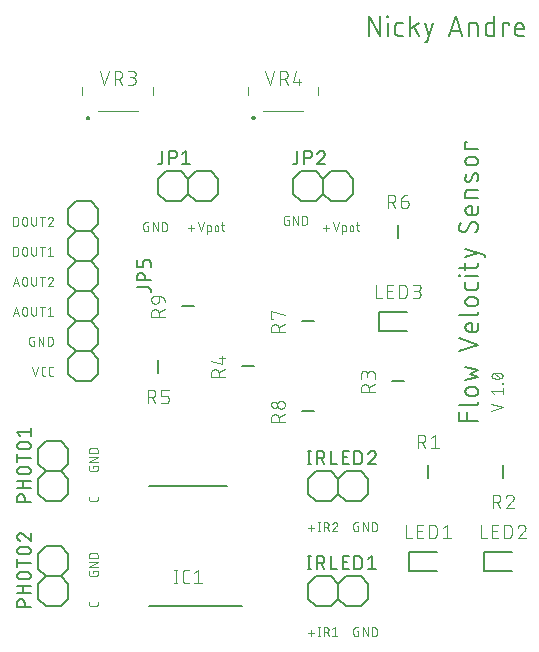
<source format=gbr>
G04 EAGLE Gerber RS-274X export*
G75*
%MOMM*%
%FSLAX34Y34*%
%LPD*%
%INSilkscreen Top*%
%IPPOS*%
%AMOC8*
5,1,8,0,0,1.08239X$1,22.5*%
G01*
%ADD10C,0.152400*%
%ADD11C,0.076200*%
%ADD12C,0.200000*%
%ADD13C,0.101600*%
%ADD14C,0.127000*%
%ADD15C,0.100000*%
%ADD16C,0.200000*%


D10*
X362712Y578612D02*
X362712Y594868D01*
X371743Y578612D01*
X371743Y594868D01*
X378690Y589449D02*
X378690Y578612D01*
X378239Y593965D02*
X378239Y594868D01*
X379142Y594868D01*
X379142Y593965D01*
X378239Y593965D01*
X387705Y578612D02*
X391317Y578612D01*
X387705Y578612D02*
X387604Y578614D01*
X387503Y578620D01*
X387402Y578629D01*
X387301Y578642D01*
X387201Y578659D01*
X387102Y578680D01*
X387004Y578704D01*
X386907Y578732D01*
X386810Y578764D01*
X386715Y578799D01*
X386622Y578838D01*
X386530Y578880D01*
X386439Y578926D01*
X386351Y578975D01*
X386264Y579027D01*
X386179Y579083D01*
X386096Y579141D01*
X386016Y579203D01*
X385938Y579268D01*
X385862Y579335D01*
X385789Y579405D01*
X385719Y579478D01*
X385652Y579554D01*
X385587Y579632D01*
X385525Y579712D01*
X385467Y579795D01*
X385411Y579880D01*
X385359Y579967D01*
X385310Y580055D01*
X385264Y580146D01*
X385222Y580238D01*
X385183Y580331D01*
X385148Y580426D01*
X385116Y580523D01*
X385088Y580620D01*
X385064Y580718D01*
X385043Y580817D01*
X385026Y580917D01*
X385013Y581018D01*
X385004Y581119D01*
X384998Y581220D01*
X384996Y581321D01*
X384995Y581321D02*
X384995Y586740D01*
X384996Y586740D02*
X384998Y586841D01*
X385004Y586942D01*
X385013Y587043D01*
X385026Y587144D01*
X385043Y587244D01*
X385064Y587343D01*
X385088Y587441D01*
X385116Y587538D01*
X385148Y587635D01*
X385183Y587730D01*
X385222Y587823D01*
X385264Y587915D01*
X385310Y588006D01*
X385359Y588095D01*
X385411Y588181D01*
X385467Y588266D01*
X385525Y588349D01*
X385587Y588429D01*
X385652Y588507D01*
X385719Y588583D01*
X385789Y588656D01*
X385862Y588726D01*
X385938Y588793D01*
X386016Y588858D01*
X386096Y588920D01*
X386179Y588978D01*
X386264Y589034D01*
X386351Y589086D01*
X386439Y589135D01*
X386530Y589181D01*
X386622Y589223D01*
X386715Y589262D01*
X386810Y589297D01*
X386907Y589329D01*
X387004Y589357D01*
X387102Y589381D01*
X387201Y589402D01*
X387301Y589419D01*
X387402Y589432D01*
X387503Y589441D01*
X387604Y589447D01*
X387705Y589449D01*
X391317Y589449D01*
X397652Y594868D02*
X397652Y578612D01*
X397652Y584031D02*
X404876Y589449D01*
X400812Y586288D02*
X404876Y578612D01*
X409988Y573193D02*
X411794Y573193D01*
X417213Y589449D01*
X409988Y589449D02*
X413600Y578612D01*
X430586Y578612D02*
X436005Y594868D01*
X441424Y578612D01*
X440069Y582676D02*
X431941Y582676D01*
X447503Y578612D02*
X447503Y589449D01*
X452018Y589449D01*
X452122Y589447D01*
X452225Y589441D01*
X452329Y589431D01*
X452432Y589417D01*
X452534Y589399D01*
X452635Y589378D01*
X452736Y589352D01*
X452835Y589323D01*
X452934Y589290D01*
X453031Y589253D01*
X453126Y589212D01*
X453220Y589168D01*
X453312Y589120D01*
X453402Y589069D01*
X453491Y589014D01*
X453577Y588956D01*
X453660Y588894D01*
X453742Y588830D01*
X453820Y588762D01*
X453896Y588692D01*
X453970Y588619D01*
X454040Y588542D01*
X454108Y588464D01*
X454172Y588382D01*
X454234Y588299D01*
X454292Y588213D01*
X454347Y588124D01*
X454398Y588034D01*
X454446Y587942D01*
X454490Y587848D01*
X454531Y587753D01*
X454568Y587656D01*
X454601Y587557D01*
X454630Y587458D01*
X454656Y587357D01*
X454677Y587256D01*
X454695Y587154D01*
X454709Y587051D01*
X454719Y586947D01*
X454725Y586844D01*
X454727Y586740D01*
X454728Y586740D02*
X454728Y578612D01*
X468722Y578612D02*
X468722Y594868D01*
X468722Y578612D02*
X464207Y578612D01*
X464106Y578614D01*
X464005Y578620D01*
X463904Y578629D01*
X463803Y578642D01*
X463703Y578659D01*
X463604Y578680D01*
X463506Y578704D01*
X463409Y578732D01*
X463312Y578764D01*
X463217Y578799D01*
X463124Y578838D01*
X463032Y578880D01*
X462941Y578926D01*
X462853Y578975D01*
X462766Y579027D01*
X462681Y579083D01*
X462598Y579141D01*
X462518Y579203D01*
X462440Y579268D01*
X462364Y579335D01*
X462291Y579405D01*
X462221Y579478D01*
X462154Y579554D01*
X462089Y579632D01*
X462027Y579712D01*
X461969Y579795D01*
X461913Y579880D01*
X461861Y579967D01*
X461812Y580055D01*
X461766Y580146D01*
X461724Y580238D01*
X461685Y580331D01*
X461650Y580426D01*
X461618Y580523D01*
X461590Y580620D01*
X461566Y580718D01*
X461545Y580817D01*
X461528Y580917D01*
X461515Y581018D01*
X461506Y581119D01*
X461500Y581220D01*
X461498Y581321D01*
X461497Y581321D02*
X461497Y586740D01*
X461498Y586740D02*
X461500Y586841D01*
X461506Y586942D01*
X461515Y587043D01*
X461528Y587144D01*
X461545Y587244D01*
X461566Y587343D01*
X461590Y587441D01*
X461618Y587538D01*
X461650Y587635D01*
X461685Y587730D01*
X461724Y587823D01*
X461766Y587915D01*
X461812Y588006D01*
X461861Y588095D01*
X461913Y588181D01*
X461969Y588266D01*
X462027Y588349D01*
X462089Y588429D01*
X462154Y588507D01*
X462221Y588583D01*
X462291Y588656D01*
X462364Y588726D01*
X462440Y588793D01*
X462518Y588858D01*
X462598Y588920D01*
X462681Y588978D01*
X462766Y589034D01*
X462853Y589086D01*
X462941Y589135D01*
X463032Y589181D01*
X463124Y589223D01*
X463217Y589262D01*
X463312Y589297D01*
X463409Y589329D01*
X463506Y589357D01*
X463604Y589381D01*
X463703Y589402D01*
X463803Y589419D01*
X463904Y589432D01*
X464005Y589441D01*
X464106Y589447D01*
X464207Y589449D01*
X468722Y589449D01*
X476245Y589449D02*
X476245Y578612D01*
X476245Y589449D02*
X481663Y589449D01*
X481663Y587643D01*
X489290Y578612D02*
X493806Y578612D01*
X489290Y578612D02*
X489189Y578614D01*
X489088Y578620D01*
X488987Y578629D01*
X488886Y578642D01*
X488786Y578659D01*
X488687Y578680D01*
X488589Y578704D01*
X488492Y578732D01*
X488395Y578764D01*
X488300Y578799D01*
X488207Y578838D01*
X488115Y578880D01*
X488024Y578926D01*
X487936Y578975D01*
X487849Y579027D01*
X487764Y579083D01*
X487681Y579141D01*
X487601Y579203D01*
X487523Y579268D01*
X487447Y579335D01*
X487374Y579405D01*
X487304Y579478D01*
X487237Y579554D01*
X487172Y579632D01*
X487110Y579712D01*
X487052Y579795D01*
X486996Y579880D01*
X486944Y579967D01*
X486895Y580055D01*
X486849Y580146D01*
X486807Y580238D01*
X486768Y580331D01*
X486733Y580426D01*
X486701Y580523D01*
X486673Y580620D01*
X486649Y580718D01*
X486628Y580817D01*
X486611Y580917D01*
X486598Y581018D01*
X486589Y581119D01*
X486583Y581220D01*
X486581Y581321D01*
X486581Y585837D01*
X486583Y585956D01*
X486589Y586076D01*
X486599Y586195D01*
X486613Y586313D01*
X486630Y586432D01*
X486652Y586549D01*
X486677Y586666D01*
X486707Y586781D01*
X486740Y586896D01*
X486777Y587010D01*
X486817Y587122D01*
X486862Y587233D01*
X486910Y587342D01*
X486961Y587450D01*
X487016Y587556D01*
X487075Y587660D01*
X487137Y587762D01*
X487202Y587862D01*
X487271Y587960D01*
X487343Y588056D01*
X487418Y588149D01*
X487495Y588239D01*
X487576Y588327D01*
X487660Y588412D01*
X487747Y588494D01*
X487836Y588574D01*
X487928Y588650D01*
X488022Y588724D01*
X488119Y588794D01*
X488217Y588861D01*
X488318Y588925D01*
X488422Y588985D01*
X488527Y589042D01*
X488634Y589095D01*
X488742Y589145D01*
X488852Y589191D01*
X488964Y589233D01*
X489077Y589272D01*
X489191Y589307D01*
X489306Y589338D01*
X489423Y589366D01*
X489540Y589389D01*
X489657Y589409D01*
X489776Y589425D01*
X489895Y589437D01*
X490014Y589445D01*
X490133Y589449D01*
X490253Y589449D01*
X490372Y589445D01*
X490491Y589437D01*
X490610Y589425D01*
X490729Y589409D01*
X490846Y589389D01*
X490963Y589366D01*
X491080Y589338D01*
X491195Y589307D01*
X491309Y589272D01*
X491422Y589233D01*
X491534Y589191D01*
X491644Y589145D01*
X491752Y589095D01*
X491859Y589042D01*
X491964Y588985D01*
X492068Y588925D01*
X492169Y588861D01*
X492267Y588794D01*
X492364Y588724D01*
X492458Y588650D01*
X492550Y588574D01*
X492639Y588494D01*
X492726Y588412D01*
X492810Y588327D01*
X492891Y588239D01*
X492968Y588149D01*
X493043Y588056D01*
X493115Y587960D01*
X493184Y587862D01*
X493249Y587762D01*
X493311Y587660D01*
X493370Y587556D01*
X493425Y587450D01*
X493476Y587342D01*
X493524Y587233D01*
X493569Y587122D01*
X493609Y587010D01*
X493646Y586896D01*
X493679Y586781D01*
X493709Y586666D01*
X493734Y586549D01*
X493756Y586432D01*
X493773Y586313D01*
X493787Y586195D01*
X493797Y586076D01*
X493803Y585956D01*
X493805Y585837D01*
X493806Y585837D02*
X493806Y584031D01*
X486581Y584031D01*
X455168Y252553D02*
X438912Y252553D01*
X438912Y259778D01*
X446137Y259778D02*
X446137Y252553D01*
X452459Y265647D02*
X438912Y265647D01*
X452459Y265648D02*
X452560Y265650D01*
X452661Y265656D01*
X452762Y265665D01*
X452863Y265678D01*
X452963Y265695D01*
X453062Y265716D01*
X453160Y265740D01*
X453257Y265768D01*
X453354Y265800D01*
X453449Y265835D01*
X453542Y265874D01*
X453634Y265916D01*
X453725Y265962D01*
X453814Y266011D01*
X453900Y266063D01*
X453985Y266119D01*
X454068Y266177D01*
X454148Y266239D01*
X454226Y266304D01*
X454302Y266371D01*
X454375Y266441D01*
X454445Y266514D01*
X454512Y266590D01*
X454577Y266668D01*
X454639Y266748D01*
X454697Y266831D01*
X454753Y266916D01*
X454805Y267003D01*
X454854Y267091D01*
X454900Y267182D01*
X454942Y267274D01*
X454981Y267367D01*
X455016Y267462D01*
X455048Y267559D01*
X455076Y267656D01*
X455100Y267754D01*
X455121Y267853D01*
X455138Y267953D01*
X455151Y268054D01*
X455160Y268155D01*
X455166Y268256D01*
X455168Y268357D01*
X451556Y273747D02*
X447943Y273747D01*
X447943Y273748D02*
X447824Y273750D01*
X447704Y273756D01*
X447585Y273766D01*
X447467Y273780D01*
X447348Y273797D01*
X447231Y273819D01*
X447114Y273844D01*
X446999Y273874D01*
X446884Y273907D01*
X446770Y273944D01*
X446658Y273984D01*
X446547Y274029D01*
X446438Y274077D01*
X446330Y274128D01*
X446224Y274183D01*
X446120Y274242D01*
X446018Y274304D01*
X445918Y274369D01*
X445820Y274438D01*
X445724Y274510D01*
X445631Y274585D01*
X445541Y274662D01*
X445453Y274743D01*
X445368Y274827D01*
X445286Y274914D01*
X445206Y275003D01*
X445130Y275095D01*
X445056Y275189D01*
X444986Y275286D01*
X444919Y275384D01*
X444855Y275485D01*
X444795Y275589D01*
X444738Y275694D01*
X444685Y275801D01*
X444635Y275909D01*
X444589Y276019D01*
X444547Y276131D01*
X444508Y276244D01*
X444473Y276358D01*
X444442Y276473D01*
X444414Y276590D01*
X444391Y276707D01*
X444371Y276824D01*
X444355Y276943D01*
X444343Y277062D01*
X444335Y277181D01*
X444331Y277300D01*
X444331Y277420D01*
X444335Y277539D01*
X444343Y277658D01*
X444355Y277777D01*
X444371Y277896D01*
X444391Y278013D01*
X444414Y278130D01*
X444442Y278247D01*
X444473Y278362D01*
X444508Y278476D01*
X444547Y278589D01*
X444589Y278701D01*
X444635Y278811D01*
X444685Y278919D01*
X444738Y279026D01*
X444795Y279131D01*
X444855Y279235D01*
X444919Y279336D01*
X444986Y279434D01*
X445056Y279531D01*
X445130Y279625D01*
X445206Y279717D01*
X445286Y279806D01*
X445368Y279893D01*
X445453Y279977D01*
X445541Y280058D01*
X445631Y280135D01*
X445724Y280210D01*
X445820Y280282D01*
X445918Y280351D01*
X446018Y280416D01*
X446120Y280478D01*
X446224Y280537D01*
X446330Y280592D01*
X446438Y280643D01*
X446547Y280691D01*
X446658Y280736D01*
X446770Y280776D01*
X446884Y280813D01*
X446999Y280846D01*
X447114Y280876D01*
X447231Y280901D01*
X447348Y280923D01*
X447467Y280940D01*
X447585Y280954D01*
X447704Y280964D01*
X447824Y280970D01*
X447943Y280972D01*
X451556Y280972D01*
X451675Y280970D01*
X451795Y280964D01*
X451914Y280954D01*
X452032Y280940D01*
X452151Y280923D01*
X452268Y280901D01*
X452385Y280876D01*
X452500Y280846D01*
X452615Y280813D01*
X452729Y280776D01*
X452841Y280736D01*
X452952Y280691D01*
X453061Y280643D01*
X453169Y280592D01*
X453275Y280537D01*
X453379Y280478D01*
X453481Y280416D01*
X453581Y280351D01*
X453679Y280282D01*
X453775Y280210D01*
X453868Y280135D01*
X453958Y280058D01*
X454046Y279977D01*
X454131Y279893D01*
X454213Y279806D01*
X454293Y279717D01*
X454369Y279625D01*
X454443Y279531D01*
X454513Y279434D01*
X454580Y279336D01*
X454644Y279235D01*
X454704Y279131D01*
X454761Y279026D01*
X454814Y278919D01*
X454864Y278811D01*
X454910Y278701D01*
X454952Y278589D01*
X454991Y278476D01*
X455026Y278362D01*
X455057Y278247D01*
X455085Y278130D01*
X455108Y278013D01*
X455128Y277896D01*
X455144Y277777D01*
X455156Y277658D01*
X455164Y277539D01*
X455168Y277420D01*
X455168Y277300D01*
X455164Y277181D01*
X455156Y277062D01*
X455144Y276943D01*
X455128Y276824D01*
X455108Y276707D01*
X455085Y276590D01*
X455057Y276473D01*
X455026Y276358D01*
X454991Y276244D01*
X454952Y276131D01*
X454910Y276019D01*
X454864Y275909D01*
X454814Y275801D01*
X454761Y275694D01*
X454704Y275589D01*
X454644Y275485D01*
X454580Y275384D01*
X454513Y275286D01*
X454443Y275189D01*
X454369Y275095D01*
X454293Y275003D01*
X454213Y274914D01*
X454131Y274827D01*
X454046Y274743D01*
X453958Y274662D01*
X453868Y274585D01*
X453775Y274510D01*
X453679Y274438D01*
X453581Y274369D01*
X453481Y274304D01*
X453379Y274242D01*
X453275Y274183D01*
X453169Y274128D01*
X453061Y274077D01*
X452952Y274029D01*
X452841Y273984D01*
X452729Y273944D01*
X452615Y273907D01*
X452500Y273874D01*
X452385Y273844D01*
X452268Y273819D01*
X452151Y273797D01*
X452032Y273780D01*
X451914Y273766D01*
X451795Y273756D01*
X451675Y273750D01*
X451556Y273748D01*
X444331Y287051D02*
X455168Y289760D01*
X447943Y292470D01*
X455168Y295179D01*
X444331Y297888D01*
X438912Y311540D02*
X455168Y316959D01*
X438912Y322377D01*
X455168Y330645D02*
X455168Y335160D01*
X455168Y330645D02*
X455166Y330544D01*
X455160Y330443D01*
X455151Y330342D01*
X455138Y330241D01*
X455121Y330141D01*
X455100Y330042D01*
X455076Y329944D01*
X455048Y329847D01*
X455016Y329750D01*
X454981Y329655D01*
X454942Y329562D01*
X454900Y329470D01*
X454854Y329379D01*
X454805Y329291D01*
X454753Y329204D01*
X454697Y329119D01*
X454639Y329036D01*
X454577Y328956D01*
X454512Y328878D01*
X454445Y328802D01*
X454375Y328729D01*
X454302Y328659D01*
X454226Y328592D01*
X454148Y328527D01*
X454068Y328465D01*
X453985Y328407D01*
X453900Y328351D01*
X453814Y328299D01*
X453725Y328250D01*
X453634Y328204D01*
X453542Y328162D01*
X453449Y328123D01*
X453354Y328088D01*
X453257Y328056D01*
X453160Y328028D01*
X453062Y328004D01*
X452963Y327983D01*
X452863Y327966D01*
X452762Y327953D01*
X452661Y327944D01*
X452560Y327938D01*
X452459Y327936D01*
X452459Y327935D02*
X447943Y327935D01*
X447943Y327936D02*
X447824Y327938D01*
X447704Y327944D01*
X447585Y327954D01*
X447467Y327968D01*
X447348Y327985D01*
X447231Y328007D01*
X447114Y328032D01*
X446999Y328062D01*
X446884Y328095D01*
X446770Y328132D01*
X446658Y328172D01*
X446547Y328217D01*
X446438Y328265D01*
X446330Y328316D01*
X446224Y328371D01*
X446120Y328430D01*
X446018Y328492D01*
X445918Y328557D01*
X445820Y328626D01*
X445724Y328698D01*
X445631Y328773D01*
X445541Y328850D01*
X445453Y328931D01*
X445368Y329015D01*
X445286Y329102D01*
X445206Y329191D01*
X445130Y329283D01*
X445056Y329377D01*
X444986Y329474D01*
X444919Y329572D01*
X444855Y329673D01*
X444795Y329777D01*
X444738Y329882D01*
X444685Y329989D01*
X444635Y330097D01*
X444589Y330207D01*
X444547Y330319D01*
X444508Y330432D01*
X444473Y330546D01*
X444442Y330661D01*
X444414Y330778D01*
X444391Y330895D01*
X444371Y331012D01*
X444355Y331131D01*
X444343Y331250D01*
X444335Y331369D01*
X444331Y331488D01*
X444331Y331608D01*
X444335Y331727D01*
X444343Y331846D01*
X444355Y331965D01*
X444371Y332084D01*
X444391Y332201D01*
X444414Y332318D01*
X444442Y332435D01*
X444473Y332550D01*
X444508Y332664D01*
X444547Y332777D01*
X444589Y332889D01*
X444635Y332999D01*
X444685Y333107D01*
X444738Y333214D01*
X444795Y333319D01*
X444855Y333423D01*
X444919Y333524D01*
X444986Y333622D01*
X445056Y333719D01*
X445130Y333813D01*
X445206Y333905D01*
X445286Y333994D01*
X445368Y334081D01*
X445453Y334165D01*
X445541Y334246D01*
X445631Y334323D01*
X445724Y334398D01*
X445820Y334470D01*
X445918Y334539D01*
X446018Y334604D01*
X446120Y334666D01*
X446224Y334725D01*
X446330Y334780D01*
X446438Y334831D01*
X446547Y334879D01*
X446658Y334924D01*
X446770Y334964D01*
X446884Y335001D01*
X446999Y335034D01*
X447114Y335064D01*
X447231Y335089D01*
X447348Y335111D01*
X447467Y335128D01*
X447585Y335142D01*
X447704Y335152D01*
X447824Y335158D01*
X447943Y335160D01*
X449749Y335160D01*
X449749Y327935D01*
X452459Y341719D02*
X438912Y341719D01*
X452459Y341720D02*
X452560Y341722D01*
X452661Y341728D01*
X452762Y341737D01*
X452863Y341750D01*
X452963Y341767D01*
X453062Y341788D01*
X453160Y341812D01*
X453257Y341840D01*
X453354Y341872D01*
X453449Y341907D01*
X453542Y341946D01*
X453634Y341988D01*
X453725Y342034D01*
X453814Y342083D01*
X453900Y342135D01*
X453985Y342191D01*
X454068Y342249D01*
X454148Y342311D01*
X454226Y342376D01*
X454302Y342443D01*
X454375Y342513D01*
X454445Y342586D01*
X454512Y342662D01*
X454577Y342740D01*
X454639Y342820D01*
X454697Y342903D01*
X454753Y342988D01*
X454805Y343075D01*
X454854Y343163D01*
X454900Y343254D01*
X454942Y343346D01*
X454981Y343439D01*
X455016Y343534D01*
X455048Y343631D01*
X455076Y343728D01*
X455100Y343826D01*
X455121Y343925D01*
X455138Y344025D01*
X455151Y344126D01*
X455160Y344227D01*
X455166Y344328D01*
X455168Y344429D01*
X451556Y349819D02*
X447943Y349819D01*
X447943Y349820D02*
X447824Y349822D01*
X447704Y349828D01*
X447585Y349838D01*
X447467Y349852D01*
X447348Y349869D01*
X447231Y349891D01*
X447114Y349916D01*
X446999Y349946D01*
X446884Y349979D01*
X446770Y350016D01*
X446658Y350056D01*
X446547Y350101D01*
X446438Y350149D01*
X446330Y350200D01*
X446224Y350255D01*
X446120Y350314D01*
X446018Y350376D01*
X445918Y350441D01*
X445820Y350510D01*
X445724Y350582D01*
X445631Y350657D01*
X445541Y350734D01*
X445453Y350815D01*
X445368Y350899D01*
X445286Y350986D01*
X445206Y351075D01*
X445130Y351167D01*
X445056Y351261D01*
X444986Y351358D01*
X444919Y351456D01*
X444855Y351557D01*
X444795Y351661D01*
X444738Y351766D01*
X444685Y351873D01*
X444635Y351981D01*
X444589Y352091D01*
X444547Y352203D01*
X444508Y352316D01*
X444473Y352430D01*
X444442Y352545D01*
X444414Y352662D01*
X444391Y352779D01*
X444371Y352896D01*
X444355Y353015D01*
X444343Y353134D01*
X444335Y353253D01*
X444331Y353372D01*
X444331Y353492D01*
X444335Y353611D01*
X444343Y353730D01*
X444355Y353849D01*
X444371Y353968D01*
X444391Y354085D01*
X444414Y354202D01*
X444442Y354319D01*
X444473Y354434D01*
X444508Y354548D01*
X444547Y354661D01*
X444589Y354773D01*
X444635Y354883D01*
X444685Y354991D01*
X444738Y355098D01*
X444795Y355203D01*
X444855Y355307D01*
X444919Y355408D01*
X444986Y355506D01*
X445056Y355603D01*
X445130Y355697D01*
X445206Y355789D01*
X445286Y355878D01*
X445368Y355965D01*
X445453Y356049D01*
X445541Y356130D01*
X445631Y356207D01*
X445724Y356282D01*
X445820Y356354D01*
X445918Y356423D01*
X446018Y356488D01*
X446120Y356550D01*
X446224Y356609D01*
X446330Y356664D01*
X446438Y356715D01*
X446547Y356763D01*
X446658Y356808D01*
X446770Y356848D01*
X446884Y356885D01*
X446999Y356918D01*
X447114Y356948D01*
X447231Y356973D01*
X447348Y356995D01*
X447467Y357012D01*
X447585Y357026D01*
X447704Y357036D01*
X447824Y357042D01*
X447943Y357044D01*
X451556Y357044D01*
X451675Y357042D01*
X451795Y357036D01*
X451914Y357026D01*
X452032Y357012D01*
X452151Y356995D01*
X452268Y356973D01*
X452385Y356948D01*
X452500Y356918D01*
X452615Y356885D01*
X452729Y356848D01*
X452841Y356808D01*
X452952Y356763D01*
X453061Y356715D01*
X453169Y356664D01*
X453275Y356609D01*
X453379Y356550D01*
X453481Y356488D01*
X453581Y356423D01*
X453679Y356354D01*
X453775Y356282D01*
X453868Y356207D01*
X453958Y356130D01*
X454046Y356049D01*
X454131Y355965D01*
X454213Y355878D01*
X454293Y355789D01*
X454369Y355697D01*
X454443Y355603D01*
X454513Y355506D01*
X454580Y355408D01*
X454644Y355307D01*
X454704Y355203D01*
X454761Y355098D01*
X454814Y354991D01*
X454864Y354883D01*
X454910Y354773D01*
X454952Y354661D01*
X454991Y354548D01*
X455026Y354434D01*
X455057Y354319D01*
X455085Y354202D01*
X455108Y354085D01*
X455128Y353968D01*
X455144Y353849D01*
X455156Y353730D01*
X455164Y353611D01*
X455168Y353492D01*
X455168Y353372D01*
X455164Y353253D01*
X455156Y353134D01*
X455144Y353015D01*
X455128Y352896D01*
X455108Y352779D01*
X455085Y352662D01*
X455057Y352545D01*
X455026Y352430D01*
X454991Y352316D01*
X454952Y352203D01*
X454910Y352091D01*
X454864Y351981D01*
X454814Y351873D01*
X454761Y351766D01*
X454704Y351661D01*
X454644Y351557D01*
X454580Y351456D01*
X454513Y351358D01*
X454443Y351261D01*
X454369Y351167D01*
X454293Y351075D01*
X454213Y350986D01*
X454131Y350899D01*
X454046Y350815D01*
X453958Y350734D01*
X453868Y350657D01*
X453775Y350582D01*
X453679Y350510D01*
X453581Y350441D01*
X453481Y350376D01*
X453379Y350314D01*
X453275Y350255D01*
X453169Y350200D01*
X453061Y350149D01*
X452952Y350101D01*
X452841Y350056D01*
X452729Y350016D01*
X452615Y349979D01*
X452500Y349946D01*
X452385Y349916D01*
X452268Y349891D01*
X452151Y349869D01*
X452032Y349852D01*
X451914Y349838D01*
X451795Y349828D01*
X451675Y349822D01*
X451556Y349820D01*
X455168Y366093D02*
X455168Y369706D01*
X455168Y366093D02*
X455166Y365992D01*
X455160Y365891D01*
X455151Y365790D01*
X455138Y365689D01*
X455121Y365589D01*
X455100Y365490D01*
X455076Y365392D01*
X455048Y365295D01*
X455016Y365198D01*
X454981Y365103D01*
X454942Y365010D01*
X454900Y364918D01*
X454854Y364827D01*
X454805Y364739D01*
X454753Y364652D01*
X454697Y364567D01*
X454639Y364484D01*
X454577Y364404D01*
X454512Y364326D01*
X454445Y364250D01*
X454375Y364177D01*
X454302Y364107D01*
X454226Y364040D01*
X454148Y363975D01*
X454068Y363913D01*
X453985Y363855D01*
X453900Y363799D01*
X453814Y363747D01*
X453725Y363698D01*
X453634Y363652D01*
X453542Y363610D01*
X453449Y363571D01*
X453354Y363536D01*
X453257Y363504D01*
X453160Y363476D01*
X453062Y363452D01*
X452963Y363431D01*
X452863Y363414D01*
X452762Y363401D01*
X452661Y363392D01*
X452560Y363386D01*
X452459Y363384D01*
X447040Y363384D01*
X446939Y363386D01*
X446838Y363392D01*
X446737Y363401D01*
X446636Y363414D01*
X446536Y363431D01*
X446437Y363452D01*
X446339Y363476D01*
X446242Y363504D01*
X446145Y363536D01*
X446050Y363571D01*
X445957Y363610D01*
X445865Y363652D01*
X445774Y363698D01*
X445686Y363747D01*
X445599Y363799D01*
X445514Y363855D01*
X445431Y363913D01*
X445351Y363975D01*
X445273Y364040D01*
X445197Y364107D01*
X445124Y364177D01*
X445054Y364250D01*
X444987Y364326D01*
X444922Y364404D01*
X444860Y364484D01*
X444802Y364567D01*
X444746Y364652D01*
X444694Y364739D01*
X444645Y364827D01*
X444599Y364918D01*
X444557Y365010D01*
X444518Y365103D01*
X444483Y365198D01*
X444451Y365295D01*
X444423Y365392D01*
X444399Y365490D01*
X444378Y365589D01*
X444361Y365689D01*
X444348Y365790D01*
X444339Y365891D01*
X444333Y365992D01*
X444331Y366093D01*
X444331Y369706D01*
X444331Y375315D02*
X455168Y375315D01*
X439815Y374864D02*
X438912Y374864D01*
X438912Y375767D01*
X439815Y375767D01*
X439815Y374864D01*
X444331Y380305D02*
X444331Y385724D01*
X438912Y382112D02*
X452459Y382112D01*
X452560Y382114D01*
X452661Y382120D01*
X452762Y382129D01*
X452863Y382142D01*
X452963Y382159D01*
X453062Y382180D01*
X453160Y382204D01*
X453257Y382232D01*
X453354Y382264D01*
X453449Y382299D01*
X453542Y382338D01*
X453634Y382380D01*
X453725Y382426D01*
X453814Y382475D01*
X453900Y382527D01*
X453985Y382583D01*
X454068Y382641D01*
X454148Y382703D01*
X454226Y382768D01*
X454302Y382835D01*
X454375Y382905D01*
X454445Y382978D01*
X454512Y383054D01*
X454577Y383132D01*
X454639Y383212D01*
X454697Y383295D01*
X454753Y383380D01*
X454805Y383467D01*
X454854Y383555D01*
X454900Y383646D01*
X454942Y383738D01*
X454981Y383831D01*
X455016Y383926D01*
X455048Y384023D01*
X455076Y384120D01*
X455100Y384218D01*
X455121Y384317D01*
X455138Y384417D01*
X455151Y384518D01*
X455160Y384619D01*
X455166Y384720D01*
X455168Y384821D01*
X455168Y385724D01*
X460587Y390981D02*
X460587Y392788D01*
X444331Y398206D01*
X444331Y390981D02*
X455168Y394594D01*
X455168Y417381D02*
X455166Y417499D01*
X455160Y417617D01*
X455151Y417735D01*
X455137Y417852D01*
X455120Y417969D01*
X455099Y418086D01*
X455074Y418201D01*
X455045Y418316D01*
X455012Y418430D01*
X454976Y418542D01*
X454936Y418653D01*
X454893Y418763D01*
X454846Y418872D01*
X454796Y418979D01*
X454741Y419084D01*
X454684Y419187D01*
X454623Y419288D01*
X454559Y419388D01*
X454492Y419485D01*
X454422Y419580D01*
X454348Y419672D01*
X454272Y419763D01*
X454192Y419850D01*
X454110Y419935D01*
X454025Y420017D01*
X453938Y420097D01*
X453847Y420173D01*
X453755Y420247D01*
X453660Y420317D01*
X453563Y420384D01*
X453463Y420448D01*
X453362Y420509D01*
X453259Y420566D01*
X453154Y420621D01*
X453047Y420671D01*
X452938Y420718D01*
X452828Y420761D01*
X452717Y420801D01*
X452605Y420837D01*
X452491Y420870D01*
X452376Y420899D01*
X452261Y420924D01*
X452144Y420945D01*
X452027Y420962D01*
X451910Y420976D01*
X451792Y420985D01*
X451674Y420991D01*
X451556Y420993D01*
X455168Y417381D02*
X455166Y417198D01*
X455159Y417016D01*
X455148Y416834D01*
X455133Y416652D01*
X455113Y416470D01*
X455090Y416289D01*
X455061Y416109D01*
X455029Y415929D01*
X454992Y415750D01*
X454951Y415573D01*
X454905Y415396D01*
X454856Y415220D01*
X454802Y415046D01*
X454744Y414872D01*
X454682Y414701D01*
X454616Y414531D01*
X454545Y414362D01*
X454471Y414195D01*
X454393Y414030D01*
X454311Y413867D01*
X454225Y413706D01*
X454135Y413547D01*
X454041Y413390D01*
X453944Y413236D01*
X453843Y413084D01*
X453738Y412934D01*
X453630Y412787D01*
X453519Y412643D01*
X453404Y412501D01*
X453285Y412362D01*
X453163Y412226D01*
X453038Y412093D01*
X452910Y411963D01*
X442524Y412414D02*
X442406Y412416D01*
X442288Y412422D01*
X442170Y412431D01*
X442053Y412445D01*
X441936Y412462D01*
X441819Y412483D01*
X441704Y412508D01*
X441589Y412537D01*
X441475Y412570D01*
X441363Y412606D01*
X441252Y412646D01*
X441142Y412689D01*
X441033Y412736D01*
X440926Y412786D01*
X440821Y412841D01*
X440718Y412898D01*
X440617Y412959D01*
X440517Y413023D01*
X440420Y413090D01*
X440325Y413160D01*
X440233Y413234D01*
X440142Y413310D01*
X440055Y413390D01*
X439970Y413472D01*
X439888Y413557D01*
X439808Y413644D01*
X439732Y413735D01*
X439658Y413827D01*
X439588Y413922D01*
X439521Y414019D01*
X439457Y414119D01*
X439396Y414220D01*
X439339Y414323D01*
X439284Y414428D01*
X439234Y414535D01*
X439187Y414644D01*
X439144Y414754D01*
X439104Y414865D01*
X439068Y414977D01*
X439035Y415091D01*
X439006Y415206D01*
X438981Y415321D01*
X438960Y415438D01*
X438943Y415555D01*
X438929Y415672D01*
X438920Y415790D01*
X438914Y415908D01*
X438912Y416026D01*
X438914Y416187D01*
X438920Y416349D01*
X438929Y416510D01*
X438943Y416671D01*
X438960Y416831D01*
X438981Y416991D01*
X439006Y417151D01*
X439035Y417310D01*
X439067Y417468D01*
X439103Y417625D01*
X439143Y417781D01*
X439187Y417937D01*
X439235Y418091D01*
X439286Y418244D01*
X439340Y418396D01*
X439399Y418547D01*
X439460Y418696D01*
X439526Y418843D01*
X439595Y418989D01*
X439667Y419134D01*
X439743Y419276D01*
X439822Y419417D01*
X439904Y419556D01*
X439990Y419692D01*
X440079Y419827D01*
X440171Y419960D01*
X440267Y420090D01*
X445685Y414219D02*
X445623Y414118D01*
X445558Y414018D01*
X445489Y413921D01*
X445417Y413826D01*
X445343Y413733D01*
X445265Y413643D01*
X445184Y413555D01*
X445101Y413470D01*
X445015Y413388D01*
X444926Y413309D01*
X444835Y413232D01*
X444741Y413159D01*
X444645Y413088D01*
X444547Y413021D01*
X444447Y412957D01*
X444344Y412896D01*
X444240Y412839D01*
X444134Y412785D01*
X444026Y412735D01*
X443917Y412688D01*
X443806Y412644D01*
X443694Y412604D01*
X443580Y412568D01*
X443466Y412536D01*
X443350Y412507D01*
X443234Y412482D01*
X443117Y412461D01*
X442999Y412444D01*
X442881Y412430D01*
X442762Y412421D01*
X442643Y412415D01*
X442524Y412413D01*
X448395Y419187D02*
X448457Y419288D01*
X448522Y419388D01*
X448591Y419485D01*
X448663Y419580D01*
X448737Y419673D01*
X448815Y419763D01*
X448896Y419851D01*
X448979Y419936D01*
X449065Y420018D01*
X449154Y420097D01*
X449245Y420174D01*
X449339Y420247D01*
X449435Y420318D01*
X449533Y420385D01*
X449633Y420449D01*
X449736Y420510D01*
X449840Y420567D01*
X449946Y420621D01*
X450054Y420671D01*
X450163Y420718D01*
X450274Y420762D01*
X450386Y420802D01*
X450500Y420838D01*
X450614Y420870D01*
X450730Y420899D01*
X450846Y420924D01*
X450963Y420945D01*
X451081Y420962D01*
X451199Y420976D01*
X451318Y420985D01*
X451437Y420991D01*
X451556Y420993D01*
X448395Y419187D02*
X445685Y414220D01*
X455168Y429642D02*
X455168Y434158D01*
X455168Y429642D02*
X455166Y429541D01*
X455160Y429440D01*
X455151Y429339D01*
X455138Y429238D01*
X455121Y429138D01*
X455100Y429039D01*
X455076Y428941D01*
X455048Y428844D01*
X455016Y428747D01*
X454981Y428652D01*
X454942Y428559D01*
X454900Y428467D01*
X454854Y428376D01*
X454805Y428288D01*
X454753Y428201D01*
X454697Y428116D01*
X454639Y428033D01*
X454577Y427953D01*
X454512Y427875D01*
X454445Y427799D01*
X454375Y427726D01*
X454302Y427656D01*
X454226Y427589D01*
X454148Y427524D01*
X454068Y427462D01*
X453985Y427404D01*
X453900Y427348D01*
X453814Y427296D01*
X453725Y427247D01*
X453634Y427201D01*
X453542Y427159D01*
X453449Y427120D01*
X453354Y427085D01*
X453257Y427053D01*
X453160Y427025D01*
X453062Y427001D01*
X452963Y426980D01*
X452863Y426963D01*
X452762Y426950D01*
X452661Y426941D01*
X452560Y426935D01*
X452459Y426933D01*
X447943Y426933D01*
X447943Y426934D02*
X447824Y426936D01*
X447704Y426942D01*
X447585Y426952D01*
X447467Y426966D01*
X447348Y426983D01*
X447231Y427005D01*
X447114Y427030D01*
X446999Y427060D01*
X446884Y427093D01*
X446770Y427130D01*
X446658Y427170D01*
X446547Y427215D01*
X446438Y427263D01*
X446330Y427314D01*
X446224Y427369D01*
X446120Y427428D01*
X446018Y427490D01*
X445918Y427555D01*
X445820Y427624D01*
X445724Y427696D01*
X445631Y427771D01*
X445541Y427848D01*
X445453Y427929D01*
X445368Y428013D01*
X445286Y428100D01*
X445206Y428189D01*
X445130Y428281D01*
X445056Y428375D01*
X444986Y428472D01*
X444919Y428570D01*
X444855Y428671D01*
X444795Y428775D01*
X444738Y428880D01*
X444685Y428987D01*
X444635Y429095D01*
X444589Y429205D01*
X444547Y429317D01*
X444508Y429430D01*
X444473Y429544D01*
X444442Y429659D01*
X444414Y429776D01*
X444391Y429893D01*
X444371Y430010D01*
X444355Y430129D01*
X444343Y430248D01*
X444335Y430367D01*
X444331Y430486D01*
X444331Y430606D01*
X444335Y430725D01*
X444343Y430844D01*
X444355Y430963D01*
X444371Y431082D01*
X444391Y431199D01*
X444414Y431316D01*
X444442Y431433D01*
X444473Y431548D01*
X444508Y431662D01*
X444547Y431775D01*
X444589Y431887D01*
X444635Y431997D01*
X444685Y432105D01*
X444738Y432212D01*
X444795Y432317D01*
X444855Y432421D01*
X444919Y432522D01*
X444986Y432620D01*
X445056Y432717D01*
X445130Y432811D01*
X445206Y432903D01*
X445286Y432992D01*
X445368Y433079D01*
X445453Y433163D01*
X445541Y433244D01*
X445631Y433321D01*
X445724Y433396D01*
X445820Y433468D01*
X445918Y433537D01*
X446018Y433602D01*
X446120Y433664D01*
X446224Y433723D01*
X446330Y433778D01*
X446438Y433829D01*
X446547Y433877D01*
X446658Y433922D01*
X446770Y433962D01*
X446884Y433999D01*
X446999Y434032D01*
X447114Y434062D01*
X447231Y434087D01*
X447348Y434109D01*
X447467Y434126D01*
X447585Y434140D01*
X447704Y434150D01*
X447824Y434156D01*
X447943Y434158D01*
X449749Y434158D01*
X449749Y426933D01*
X455168Y441001D02*
X444331Y441001D01*
X444331Y445517D01*
X444333Y445621D01*
X444339Y445724D01*
X444349Y445828D01*
X444363Y445931D01*
X444381Y446033D01*
X444402Y446134D01*
X444428Y446235D01*
X444457Y446334D01*
X444490Y446433D01*
X444527Y446530D01*
X444568Y446625D01*
X444612Y446719D01*
X444660Y446811D01*
X444711Y446901D01*
X444766Y446990D01*
X444824Y447076D01*
X444886Y447159D01*
X444950Y447241D01*
X445018Y447319D01*
X445088Y447395D01*
X445161Y447469D01*
X445238Y447539D01*
X445316Y447607D01*
X445398Y447671D01*
X445481Y447733D01*
X445567Y447791D01*
X445656Y447846D01*
X445746Y447897D01*
X445838Y447945D01*
X445932Y447989D01*
X446027Y448030D01*
X446124Y448067D01*
X446223Y448100D01*
X446322Y448129D01*
X446423Y448155D01*
X446524Y448176D01*
X446626Y448194D01*
X446729Y448208D01*
X446833Y448218D01*
X446936Y448224D01*
X447040Y448226D01*
X455168Y448226D01*
X448846Y456424D02*
X450652Y460940D01*
X448846Y456424D02*
X448809Y456336D01*
X448768Y456250D01*
X448724Y456165D01*
X448676Y456082D01*
X448625Y456002D01*
X448571Y455923D01*
X448513Y455847D01*
X448453Y455773D01*
X448389Y455701D01*
X448323Y455633D01*
X448253Y455567D01*
X448182Y455504D01*
X448107Y455443D01*
X448031Y455386D01*
X447952Y455333D01*
X447871Y455282D01*
X447788Y455235D01*
X447703Y455191D01*
X447616Y455151D01*
X447528Y455114D01*
X447438Y455081D01*
X447347Y455051D01*
X447255Y455026D01*
X447162Y455004D01*
X447068Y454986D01*
X446974Y454971D01*
X446879Y454961D01*
X446783Y454955D01*
X446688Y454952D01*
X446592Y454953D01*
X446497Y454959D01*
X446401Y454968D01*
X446307Y454981D01*
X446213Y454997D01*
X446119Y455018D01*
X446027Y455043D01*
X445936Y455071D01*
X445846Y455103D01*
X445757Y455138D01*
X445670Y455177D01*
X445584Y455220D01*
X445500Y455266D01*
X445419Y455316D01*
X445339Y455368D01*
X445261Y455424D01*
X445186Y455484D01*
X445114Y455546D01*
X445044Y455611D01*
X444976Y455679D01*
X444912Y455749D01*
X444850Y455822D01*
X444792Y455898D01*
X444736Y455976D01*
X444684Y456056D01*
X444635Y456138D01*
X444590Y456222D01*
X444548Y456308D01*
X444509Y456395D01*
X444474Y456484D01*
X444443Y456575D01*
X444416Y456666D01*
X444392Y456759D01*
X444372Y456852D01*
X444356Y456946D01*
X444344Y457041D01*
X444335Y457136D01*
X444331Y457232D01*
X444330Y457327D01*
X444337Y457574D01*
X444349Y457820D01*
X444367Y458066D01*
X444392Y458312D01*
X444422Y458556D01*
X444458Y458800D01*
X444500Y459043D01*
X444547Y459285D01*
X444601Y459526D01*
X444660Y459765D01*
X444725Y460003D01*
X444796Y460240D01*
X444872Y460474D01*
X444954Y460707D01*
X445042Y460937D01*
X445135Y461165D01*
X445233Y461392D01*
X450653Y460940D02*
X450690Y461028D01*
X450731Y461114D01*
X450775Y461199D01*
X450823Y461282D01*
X450874Y461362D01*
X450928Y461441D01*
X450986Y461517D01*
X451046Y461591D01*
X451110Y461663D01*
X451176Y461731D01*
X451246Y461797D01*
X451317Y461860D01*
X451392Y461921D01*
X451468Y461978D01*
X451547Y462031D01*
X451628Y462082D01*
X451711Y462129D01*
X451796Y462173D01*
X451883Y462213D01*
X451971Y462250D01*
X452061Y462283D01*
X452152Y462313D01*
X452244Y462338D01*
X452337Y462360D01*
X452431Y462378D01*
X452525Y462393D01*
X452620Y462403D01*
X452716Y462409D01*
X452811Y462412D01*
X452907Y462411D01*
X453002Y462405D01*
X453098Y462396D01*
X453192Y462383D01*
X453286Y462367D01*
X453380Y462346D01*
X453472Y462321D01*
X453563Y462293D01*
X453653Y462261D01*
X453742Y462226D01*
X453829Y462187D01*
X453915Y462144D01*
X453999Y462098D01*
X454080Y462048D01*
X454160Y461996D01*
X454238Y461940D01*
X454313Y461880D01*
X454385Y461818D01*
X454455Y461753D01*
X454523Y461685D01*
X454587Y461615D01*
X454649Y461542D01*
X454707Y461466D01*
X454763Y461388D01*
X454815Y461308D01*
X454864Y461226D01*
X454909Y461142D01*
X454951Y461056D01*
X454990Y460969D01*
X455025Y460880D01*
X455056Y460789D01*
X455083Y460698D01*
X455107Y460605D01*
X455127Y460512D01*
X455143Y460418D01*
X455155Y460323D01*
X455164Y460228D01*
X455168Y460132D01*
X455169Y460037D01*
X455168Y460036D02*
X455159Y459674D01*
X455141Y459312D01*
X455114Y458951D01*
X455079Y458591D01*
X455036Y458231D01*
X454984Y457872D01*
X454923Y457515D01*
X454854Y457160D01*
X454777Y456806D01*
X454691Y456454D01*
X454597Y456104D01*
X454494Y455756D01*
X454384Y455411D01*
X454265Y455069D01*
X451556Y468616D02*
X447943Y468616D01*
X447943Y468617D02*
X447824Y468619D01*
X447704Y468625D01*
X447585Y468635D01*
X447467Y468649D01*
X447348Y468666D01*
X447231Y468688D01*
X447114Y468713D01*
X446999Y468743D01*
X446884Y468776D01*
X446770Y468813D01*
X446658Y468853D01*
X446547Y468898D01*
X446438Y468946D01*
X446330Y468997D01*
X446224Y469052D01*
X446120Y469111D01*
X446018Y469173D01*
X445918Y469238D01*
X445820Y469307D01*
X445724Y469379D01*
X445631Y469454D01*
X445541Y469531D01*
X445453Y469612D01*
X445368Y469696D01*
X445286Y469783D01*
X445206Y469872D01*
X445130Y469964D01*
X445056Y470058D01*
X444986Y470155D01*
X444919Y470253D01*
X444855Y470354D01*
X444795Y470458D01*
X444738Y470563D01*
X444685Y470670D01*
X444635Y470778D01*
X444589Y470888D01*
X444547Y471000D01*
X444508Y471113D01*
X444473Y471227D01*
X444442Y471342D01*
X444414Y471459D01*
X444391Y471576D01*
X444371Y471693D01*
X444355Y471812D01*
X444343Y471931D01*
X444335Y472050D01*
X444331Y472169D01*
X444331Y472289D01*
X444335Y472408D01*
X444343Y472527D01*
X444355Y472646D01*
X444371Y472765D01*
X444391Y472882D01*
X444414Y472999D01*
X444442Y473116D01*
X444473Y473231D01*
X444508Y473345D01*
X444547Y473458D01*
X444589Y473570D01*
X444635Y473680D01*
X444685Y473788D01*
X444738Y473895D01*
X444795Y474000D01*
X444855Y474104D01*
X444919Y474205D01*
X444986Y474303D01*
X445056Y474400D01*
X445130Y474494D01*
X445206Y474586D01*
X445286Y474675D01*
X445368Y474762D01*
X445453Y474846D01*
X445541Y474927D01*
X445631Y475004D01*
X445724Y475079D01*
X445820Y475151D01*
X445918Y475220D01*
X446018Y475285D01*
X446120Y475347D01*
X446224Y475406D01*
X446330Y475461D01*
X446438Y475512D01*
X446547Y475560D01*
X446658Y475605D01*
X446770Y475645D01*
X446884Y475682D01*
X446999Y475715D01*
X447114Y475745D01*
X447231Y475770D01*
X447348Y475792D01*
X447467Y475809D01*
X447585Y475823D01*
X447704Y475833D01*
X447824Y475839D01*
X447943Y475841D01*
X451556Y475841D01*
X451675Y475839D01*
X451795Y475833D01*
X451914Y475823D01*
X452032Y475809D01*
X452151Y475792D01*
X452268Y475770D01*
X452385Y475745D01*
X452500Y475715D01*
X452615Y475682D01*
X452729Y475645D01*
X452841Y475605D01*
X452952Y475560D01*
X453061Y475512D01*
X453169Y475461D01*
X453275Y475406D01*
X453379Y475347D01*
X453481Y475285D01*
X453581Y475220D01*
X453679Y475151D01*
X453775Y475079D01*
X453868Y475004D01*
X453958Y474927D01*
X454046Y474846D01*
X454131Y474762D01*
X454213Y474675D01*
X454293Y474586D01*
X454369Y474494D01*
X454443Y474400D01*
X454513Y474303D01*
X454580Y474205D01*
X454644Y474104D01*
X454704Y474000D01*
X454761Y473895D01*
X454814Y473788D01*
X454864Y473680D01*
X454910Y473570D01*
X454952Y473458D01*
X454991Y473345D01*
X455026Y473231D01*
X455057Y473116D01*
X455085Y472999D01*
X455108Y472882D01*
X455128Y472765D01*
X455144Y472646D01*
X455156Y472527D01*
X455164Y472408D01*
X455168Y472289D01*
X455168Y472169D01*
X455164Y472050D01*
X455156Y471931D01*
X455144Y471812D01*
X455128Y471693D01*
X455108Y471576D01*
X455085Y471459D01*
X455057Y471342D01*
X455026Y471227D01*
X454991Y471113D01*
X454952Y471000D01*
X454910Y470888D01*
X454864Y470778D01*
X454814Y470670D01*
X454761Y470563D01*
X454704Y470458D01*
X454644Y470354D01*
X454580Y470253D01*
X454513Y470155D01*
X454443Y470058D01*
X454369Y469964D01*
X454293Y469872D01*
X454213Y469783D01*
X454131Y469696D01*
X454046Y469612D01*
X453958Y469531D01*
X453868Y469454D01*
X453775Y469379D01*
X453679Y469307D01*
X453581Y469238D01*
X453481Y469173D01*
X453379Y469111D01*
X453275Y469052D01*
X453169Y468997D01*
X453061Y468946D01*
X452952Y468898D01*
X452841Y468853D01*
X452729Y468813D01*
X452615Y468776D01*
X452500Y468743D01*
X452385Y468713D01*
X452268Y468688D01*
X452151Y468666D01*
X452032Y468649D01*
X451914Y468635D01*
X451795Y468625D01*
X451675Y468619D01*
X451556Y468617D01*
X455168Y482769D02*
X444331Y482769D01*
X444331Y488188D01*
X446137Y488188D01*
D11*
X77798Y298069D02*
X80253Y290703D01*
X82709Y298069D01*
X87136Y290703D02*
X88773Y290703D01*
X87136Y290703D02*
X87058Y290705D01*
X86980Y290710D01*
X86903Y290720D01*
X86826Y290733D01*
X86750Y290749D01*
X86675Y290769D01*
X86601Y290793D01*
X86528Y290820D01*
X86456Y290851D01*
X86386Y290885D01*
X86318Y290922D01*
X86251Y290963D01*
X86186Y291007D01*
X86124Y291053D01*
X86064Y291103D01*
X86006Y291155D01*
X85951Y291210D01*
X85899Y291268D01*
X85849Y291328D01*
X85803Y291390D01*
X85759Y291455D01*
X85718Y291522D01*
X85681Y291590D01*
X85647Y291660D01*
X85616Y291732D01*
X85589Y291805D01*
X85565Y291879D01*
X85545Y291954D01*
X85529Y292030D01*
X85516Y292107D01*
X85506Y292184D01*
X85501Y292262D01*
X85499Y292340D01*
X85499Y296432D01*
X85501Y296512D01*
X85507Y296592D01*
X85517Y296672D01*
X85530Y296751D01*
X85548Y296830D01*
X85569Y296907D01*
X85595Y296983D01*
X85624Y297058D01*
X85656Y297132D01*
X85692Y297204D01*
X85732Y297274D01*
X85775Y297341D01*
X85821Y297407D01*
X85871Y297470D01*
X85923Y297531D01*
X85978Y297590D01*
X86037Y297645D01*
X86097Y297697D01*
X86161Y297747D01*
X86227Y297793D01*
X86294Y297836D01*
X86364Y297876D01*
X86436Y297912D01*
X86510Y297944D01*
X86584Y297973D01*
X86661Y297999D01*
X86738Y298020D01*
X86817Y298038D01*
X86896Y298051D01*
X86976Y298061D01*
X87056Y298067D01*
X87136Y298069D01*
X88773Y298069D01*
X93232Y290703D02*
X94869Y290703D01*
X93232Y290703D02*
X93154Y290705D01*
X93076Y290710D01*
X92999Y290720D01*
X92922Y290733D01*
X92846Y290749D01*
X92771Y290769D01*
X92697Y290793D01*
X92624Y290820D01*
X92552Y290851D01*
X92482Y290885D01*
X92414Y290922D01*
X92347Y290963D01*
X92282Y291007D01*
X92220Y291053D01*
X92160Y291103D01*
X92102Y291155D01*
X92047Y291210D01*
X91995Y291268D01*
X91945Y291328D01*
X91899Y291390D01*
X91855Y291455D01*
X91814Y291522D01*
X91777Y291590D01*
X91743Y291660D01*
X91712Y291732D01*
X91685Y291805D01*
X91661Y291879D01*
X91641Y291954D01*
X91625Y292030D01*
X91612Y292107D01*
X91602Y292184D01*
X91597Y292262D01*
X91595Y292340D01*
X91595Y296432D01*
X91597Y296512D01*
X91603Y296592D01*
X91613Y296672D01*
X91626Y296751D01*
X91644Y296830D01*
X91665Y296907D01*
X91691Y296983D01*
X91720Y297058D01*
X91752Y297132D01*
X91788Y297204D01*
X91828Y297274D01*
X91871Y297341D01*
X91917Y297407D01*
X91967Y297470D01*
X92019Y297531D01*
X92074Y297590D01*
X92133Y297645D01*
X92193Y297697D01*
X92257Y297747D01*
X92323Y297793D01*
X92390Y297836D01*
X92460Y297876D01*
X92532Y297912D01*
X92606Y297944D01*
X92680Y297973D01*
X92757Y297999D01*
X92834Y298020D01*
X92913Y298038D01*
X92992Y298051D01*
X93072Y298061D01*
X93152Y298067D01*
X93232Y298069D01*
X94869Y298069D01*
X79263Y320195D02*
X78036Y320195D01*
X79263Y320195D02*
X79263Y316103D01*
X76808Y316103D01*
X76730Y316105D01*
X76652Y316110D01*
X76575Y316120D01*
X76498Y316133D01*
X76422Y316149D01*
X76347Y316169D01*
X76273Y316193D01*
X76200Y316220D01*
X76128Y316251D01*
X76058Y316285D01*
X75990Y316322D01*
X75923Y316363D01*
X75858Y316407D01*
X75796Y316453D01*
X75736Y316503D01*
X75678Y316555D01*
X75623Y316610D01*
X75571Y316668D01*
X75521Y316728D01*
X75475Y316790D01*
X75431Y316855D01*
X75390Y316922D01*
X75353Y316990D01*
X75319Y317060D01*
X75288Y317132D01*
X75261Y317205D01*
X75237Y317279D01*
X75217Y317354D01*
X75201Y317430D01*
X75188Y317507D01*
X75178Y317584D01*
X75173Y317662D01*
X75171Y317740D01*
X75171Y321832D01*
X75173Y321912D01*
X75179Y321992D01*
X75189Y322072D01*
X75202Y322151D01*
X75220Y322230D01*
X75241Y322307D01*
X75267Y322383D01*
X75296Y322458D01*
X75328Y322532D01*
X75364Y322604D01*
X75404Y322674D01*
X75447Y322741D01*
X75493Y322807D01*
X75543Y322870D01*
X75595Y322931D01*
X75650Y322990D01*
X75709Y323045D01*
X75769Y323097D01*
X75833Y323147D01*
X75899Y323193D01*
X75966Y323236D01*
X76036Y323276D01*
X76108Y323312D01*
X76182Y323344D01*
X76256Y323373D01*
X76333Y323399D01*
X76410Y323420D01*
X76489Y323438D01*
X76568Y323451D01*
X76648Y323461D01*
X76728Y323467D01*
X76808Y323469D01*
X79263Y323469D01*
X82974Y323469D02*
X82974Y316103D01*
X87066Y316103D02*
X82974Y323469D01*
X87066Y323469D02*
X87066Y316103D01*
X90777Y316103D02*
X90777Y323469D01*
X92823Y323469D01*
X92912Y323467D01*
X93001Y323461D01*
X93090Y323451D01*
X93178Y323438D01*
X93266Y323421D01*
X93353Y323399D01*
X93438Y323374D01*
X93523Y323346D01*
X93606Y323313D01*
X93688Y323277D01*
X93768Y323238D01*
X93846Y323195D01*
X93922Y323149D01*
X93997Y323099D01*
X94069Y323046D01*
X94138Y322990D01*
X94205Y322931D01*
X94270Y322870D01*
X94331Y322805D01*
X94390Y322738D01*
X94446Y322669D01*
X94499Y322597D01*
X94549Y322522D01*
X94595Y322446D01*
X94638Y322368D01*
X94677Y322288D01*
X94713Y322206D01*
X94746Y322123D01*
X94774Y322038D01*
X94799Y321953D01*
X94821Y321866D01*
X94838Y321778D01*
X94851Y321690D01*
X94861Y321601D01*
X94867Y321512D01*
X94869Y321423D01*
X94869Y318149D01*
X94867Y318060D01*
X94861Y317971D01*
X94851Y317882D01*
X94838Y317794D01*
X94821Y317706D01*
X94799Y317619D01*
X94774Y317534D01*
X94746Y317449D01*
X94713Y317366D01*
X94677Y317284D01*
X94638Y317204D01*
X94595Y317126D01*
X94549Y317050D01*
X94499Y316975D01*
X94446Y316903D01*
X94390Y316834D01*
X94331Y316767D01*
X94270Y316702D01*
X94205Y316641D01*
X94138Y316582D01*
X94069Y316526D01*
X93997Y316473D01*
X93922Y316423D01*
X93846Y316377D01*
X93768Y316334D01*
X93688Y316295D01*
X93606Y316259D01*
X93523Y316226D01*
X93438Y316198D01*
X93353Y316173D01*
X93266Y316151D01*
X93178Y316134D01*
X93090Y316121D01*
X93001Y316111D01*
X92912Y316105D01*
X92823Y316103D01*
X90777Y316103D01*
X61594Y341503D02*
X64050Y348869D01*
X66505Y341503D01*
X65891Y343345D02*
X62208Y343345D01*
X69319Y343549D02*
X69319Y346823D01*
X69321Y346912D01*
X69327Y347001D01*
X69337Y347090D01*
X69350Y347178D01*
X69367Y347266D01*
X69389Y347353D01*
X69414Y347438D01*
X69442Y347523D01*
X69475Y347606D01*
X69511Y347688D01*
X69550Y347768D01*
X69593Y347846D01*
X69639Y347922D01*
X69689Y347997D01*
X69742Y348069D01*
X69798Y348138D01*
X69857Y348205D01*
X69918Y348270D01*
X69983Y348331D01*
X70050Y348390D01*
X70119Y348446D01*
X70191Y348499D01*
X70266Y348549D01*
X70342Y348595D01*
X70420Y348638D01*
X70500Y348677D01*
X70582Y348713D01*
X70665Y348746D01*
X70750Y348774D01*
X70835Y348799D01*
X70922Y348821D01*
X71010Y348838D01*
X71098Y348851D01*
X71187Y348861D01*
X71276Y348867D01*
X71365Y348869D01*
X71454Y348867D01*
X71543Y348861D01*
X71632Y348851D01*
X71720Y348838D01*
X71808Y348821D01*
X71895Y348799D01*
X71980Y348774D01*
X72065Y348746D01*
X72148Y348713D01*
X72230Y348677D01*
X72310Y348638D01*
X72388Y348595D01*
X72464Y348549D01*
X72539Y348499D01*
X72611Y348446D01*
X72680Y348390D01*
X72747Y348331D01*
X72812Y348270D01*
X72873Y348205D01*
X72932Y348138D01*
X72988Y348069D01*
X73041Y347997D01*
X73091Y347922D01*
X73137Y347846D01*
X73180Y347768D01*
X73219Y347688D01*
X73255Y347606D01*
X73288Y347523D01*
X73316Y347438D01*
X73341Y347353D01*
X73363Y347266D01*
X73380Y347178D01*
X73393Y347090D01*
X73403Y347001D01*
X73409Y346912D01*
X73411Y346823D01*
X73411Y343549D01*
X73409Y343460D01*
X73403Y343371D01*
X73393Y343282D01*
X73380Y343194D01*
X73363Y343106D01*
X73341Y343019D01*
X73316Y342934D01*
X73288Y342849D01*
X73255Y342766D01*
X73219Y342684D01*
X73180Y342604D01*
X73137Y342526D01*
X73091Y342450D01*
X73041Y342375D01*
X72988Y342303D01*
X72932Y342234D01*
X72873Y342167D01*
X72812Y342102D01*
X72747Y342041D01*
X72680Y341982D01*
X72611Y341926D01*
X72539Y341873D01*
X72464Y341823D01*
X72388Y341777D01*
X72310Y341734D01*
X72230Y341695D01*
X72148Y341659D01*
X72065Y341626D01*
X71980Y341598D01*
X71895Y341573D01*
X71808Y341551D01*
X71720Y341534D01*
X71632Y341521D01*
X71543Y341511D01*
X71454Y341505D01*
X71365Y341503D01*
X71276Y341505D01*
X71187Y341511D01*
X71098Y341521D01*
X71010Y341534D01*
X70922Y341551D01*
X70835Y341573D01*
X70750Y341598D01*
X70665Y341626D01*
X70582Y341659D01*
X70500Y341695D01*
X70420Y341734D01*
X70342Y341777D01*
X70266Y341823D01*
X70191Y341873D01*
X70119Y341926D01*
X70050Y341982D01*
X69983Y342041D01*
X69918Y342102D01*
X69857Y342167D01*
X69798Y342234D01*
X69742Y342303D01*
X69689Y342375D01*
X69639Y342450D01*
X69593Y342526D01*
X69550Y342604D01*
X69511Y342684D01*
X69475Y342766D01*
X69442Y342849D01*
X69414Y342934D01*
X69389Y343019D01*
X69367Y343106D01*
X69350Y343194D01*
X69337Y343282D01*
X69327Y343371D01*
X69321Y343460D01*
X69319Y343549D01*
X76878Y343549D02*
X76878Y348869D01*
X76878Y343549D02*
X76880Y343460D01*
X76886Y343371D01*
X76896Y343282D01*
X76909Y343194D01*
X76926Y343106D01*
X76948Y343019D01*
X76973Y342934D01*
X77001Y342849D01*
X77034Y342766D01*
X77070Y342684D01*
X77109Y342604D01*
X77152Y342526D01*
X77198Y342450D01*
X77248Y342375D01*
X77301Y342303D01*
X77357Y342234D01*
X77416Y342167D01*
X77477Y342102D01*
X77542Y342041D01*
X77609Y341982D01*
X77678Y341926D01*
X77750Y341873D01*
X77825Y341823D01*
X77901Y341777D01*
X77979Y341734D01*
X78059Y341695D01*
X78141Y341659D01*
X78224Y341626D01*
X78309Y341598D01*
X78394Y341573D01*
X78481Y341551D01*
X78569Y341534D01*
X78657Y341521D01*
X78746Y341511D01*
X78835Y341505D01*
X78924Y341503D01*
X79013Y341505D01*
X79102Y341511D01*
X79191Y341521D01*
X79279Y341534D01*
X79367Y341551D01*
X79454Y341573D01*
X79539Y341598D01*
X79624Y341626D01*
X79707Y341659D01*
X79789Y341695D01*
X79869Y341734D01*
X79947Y341777D01*
X80023Y341823D01*
X80098Y341873D01*
X80170Y341926D01*
X80239Y341982D01*
X80306Y342041D01*
X80371Y342102D01*
X80432Y342167D01*
X80491Y342234D01*
X80547Y342303D01*
X80600Y342375D01*
X80650Y342450D01*
X80696Y342526D01*
X80739Y342604D01*
X80778Y342684D01*
X80814Y342766D01*
X80847Y342849D01*
X80875Y342934D01*
X80900Y343019D01*
X80922Y343106D01*
X80939Y343194D01*
X80952Y343282D01*
X80962Y343371D01*
X80968Y343460D01*
X80970Y343549D01*
X80970Y348869D01*
X85995Y348869D02*
X85995Y341503D01*
X83949Y348869D02*
X88041Y348869D01*
X90777Y347232D02*
X92823Y348869D01*
X92823Y341503D01*
X90777Y341503D02*
X94869Y341503D01*
X61594Y366903D02*
X64050Y374269D01*
X66505Y366903D01*
X65891Y368745D02*
X62208Y368745D01*
X69319Y368949D02*
X69319Y372223D01*
X69321Y372312D01*
X69327Y372401D01*
X69337Y372490D01*
X69350Y372578D01*
X69367Y372666D01*
X69389Y372753D01*
X69414Y372838D01*
X69442Y372923D01*
X69475Y373006D01*
X69511Y373088D01*
X69550Y373168D01*
X69593Y373246D01*
X69639Y373322D01*
X69689Y373397D01*
X69742Y373469D01*
X69798Y373538D01*
X69857Y373605D01*
X69918Y373670D01*
X69983Y373731D01*
X70050Y373790D01*
X70119Y373846D01*
X70191Y373899D01*
X70266Y373949D01*
X70342Y373995D01*
X70420Y374038D01*
X70500Y374077D01*
X70582Y374113D01*
X70665Y374146D01*
X70750Y374174D01*
X70835Y374199D01*
X70922Y374221D01*
X71010Y374238D01*
X71098Y374251D01*
X71187Y374261D01*
X71276Y374267D01*
X71365Y374269D01*
X71454Y374267D01*
X71543Y374261D01*
X71632Y374251D01*
X71720Y374238D01*
X71808Y374221D01*
X71895Y374199D01*
X71980Y374174D01*
X72065Y374146D01*
X72148Y374113D01*
X72230Y374077D01*
X72310Y374038D01*
X72388Y373995D01*
X72464Y373949D01*
X72539Y373899D01*
X72611Y373846D01*
X72680Y373790D01*
X72747Y373731D01*
X72812Y373670D01*
X72873Y373605D01*
X72932Y373538D01*
X72988Y373469D01*
X73041Y373397D01*
X73091Y373322D01*
X73137Y373246D01*
X73180Y373168D01*
X73219Y373088D01*
X73255Y373006D01*
X73288Y372923D01*
X73316Y372838D01*
X73341Y372753D01*
X73363Y372666D01*
X73380Y372578D01*
X73393Y372490D01*
X73403Y372401D01*
X73409Y372312D01*
X73411Y372223D01*
X73411Y368949D01*
X73409Y368860D01*
X73403Y368771D01*
X73393Y368682D01*
X73380Y368594D01*
X73363Y368506D01*
X73341Y368419D01*
X73316Y368334D01*
X73288Y368249D01*
X73255Y368166D01*
X73219Y368084D01*
X73180Y368004D01*
X73137Y367926D01*
X73091Y367850D01*
X73041Y367775D01*
X72988Y367703D01*
X72932Y367634D01*
X72873Y367567D01*
X72812Y367502D01*
X72747Y367441D01*
X72680Y367382D01*
X72611Y367326D01*
X72539Y367273D01*
X72464Y367223D01*
X72388Y367177D01*
X72310Y367134D01*
X72230Y367095D01*
X72148Y367059D01*
X72065Y367026D01*
X71980Y366998D01*
X71895Y366973D01*
X71808Y366951D01*
X71720Y366934D01*
X71632Y366921D01*
X71543Y366911D01*
X71454Y366905D01*
X71365Y366903D01*
X71276Y366905D01*
X71187Y366911D01*
X71098Y366921D01*
X71010Y366934D01*
X70922Y366951D01*
X70835Y366973D01*
X70750Y366998D01*
X70665Y367026D01*
X70582Y367059D01*
X70500Y367095D01*
X70420Y367134D01*
X70342Y367177D01*
X70266Y367223D01*
X70191Y367273D01*
X70119Y367326D01*
X70050Y367382D01*
X69983Y367441D01*
X69918Y367502D01*
X69857Y367567D01*
X69798Y367634D01*
X69742Y367703D01*
X69689Y367775D01*
X69639Y367850D01*
X69593Y367926D01*
X69550Y368004D01*
X69511Y368084D01*
X69475Y368166D01*
X69442Y368249D01*
X69414Y368334D01*
X69389Y368419D01*
X69367Y368506D01*
X69350Y368594D01*
X69337Y368682D01*
X69327Y368771D01*
X69321Y368860D01*
X69319Y368949D01*
X76878Y368949D02*
X76878Y374269D01*
X76878Y368949D02*
X76880Y368860D01*
X76886Y368771D01*
X76896Y368682D01*
X76909Y368594D01*
X76926Y368506D01*
X76948Y368419D01*
X76973Y368334D01*
X77001Y368249D01*
X77034Y368166D01*
X77070Y368084D01*
X77109Y368004D01*
X77152Y367926D01*
X77198Y367850D01*
X77248Y367775D01*
X77301Y367703D01*
X77357Y367634D01*
X77416Y367567D01*
X77477Y367502D01*
X77542Y367441D01*
X77609Y367382D01*
X77678Y367326D01*
X77750Y367273D01*
X77825Y367223D01*
X77901Y367177D01*
X77979Y367134D01*
X78059Y367095D01*
X78141Y367059D01*
X78224Y367026D01*
X78309Y366998D01*
X78394Y366973D01*
X78481Y366951D01*
X78569Y366934D01*
X78657Y366921D01*
X78746Y366911D01*
X78835Y366905D01*
X78924Y366903D01*
X79013Y366905D01*
X79102Y366911D01*
X79191Y366921D01*
X79279Y366934D01*
X79367Y366951D01*
X79454Y366973D01*
X79539Y366998D01*
X79624Y367026D01*
X79707Y367059D01*
X79789Y367095D01*
X79869Y367134D01*
X79947Y367177D01*
X80023Y367223D01*
X80098Y367273D01*
X80170Y367326D01*
X80239Y367382D01*
X80306Y367441D01*
X80371Y367502D01*
X80432Y367567D01*
X80491Y367634D01*
X80547Y367703D01*
X80600Y367775D01*
X80650Y367850D01*
X80696Y367926D01*
X80739Y368004D01*
X80778Y368084D01*
X80814Y368166D01*
X80847Y368249D01*
X80875Y368334D01*
X80900Y368419D01*
X80922Y368506D01*
X80939Y368594D01*
X80952Y368682D01*
X80962Y368771D01*
X80968Y368860D01*
X80970Y368949D01*
X80970Y374269D01*
X85995Y374269D02*
X85995Y366903D01*
X83949Y374269D02*
X88041Y374269D01*
X93028Y374270D02*
X93113Y374268D01*
X93198Y374262D01*
X93282Y374252D01*
X93366Y374239D01*
X93450Y374221D01*
X93532Y374200D01*
X93613Y374175D01*
X93693Y374146D01*
X93772Y374113D01*
X93849Y374077D01*
X93924Y374037D01*
X93998Y373994D01*
X94069Y373948D01*
X94138Y373898D01*
X94205Y373845D01*
X94269Y373789D01*
X94330Y373730D01*
X94389Y373669D01*
X94445Y373605D01*
X94498Y373538D01*
X94548Y373469D01*
X94594Y373398D01*
X94637Y373324D01*
X94677Y373249D01*
X94713Y373172D01*
X94746Y373093D01*
X94775Y373013D01*
X94800Y372932D01*
X94821Y372850D01*
X94839Y372766D01*
X94852Y372682D01*
X94862Y372598D01*
X94868Y372513D01*
X94870Y372428D01*
X93028Y374269D02*
X92932Y374267D01*
X92836Y374261D01*
X92741Y374251D01*
X92646Y374238D01*
X92551Y374220D01*
X92458Y374199D01*
X92365Y374174D01*
X92274Y374145D01*
X92183Y374113D01*
X92094Y374077D01*
X92007Y374037D01*
X91921Y373994D01*
X91837Y373948D01*
X91755Y373898D01*
X91675Y373844D01*
X91598Y373788D01*
X91523Y373728D01*
X91450Y373666D01*
X91380Y373600D01*
X91312Y373532D01*
X91247Y373461D01*
X91186Y373388D01*
X91127Y373312D01*
X91071Y373233D01*
X91019Y373153D01*
X90970Y373070D01*
X90924Y372986D01*
X90882Y372900D01*
X90844Y372812D01*
X90809Y372723D01*
X90777Y372632D01*
X94255Y370996D02*
X94315Y371055D01*
X94372Y371117D01*
X94427Y371181D01*
X94478Y371248D01*
X94527Y371317D01*
X94573Y371387D01*
X94616Y371460D01*
X94656Y371534D01*
X94692Y371610D01*
X94725Y371688D01*
X94755Y371767D01*
X94782Y371847D01*
X94805Y371928D01*
X94824Y372010D01*
X94840Y372092D01*
X94853Y372176D01*
X94862Y372260D01*
X94867Y372344D01*
X94869Y372428D01*
X94255Y370995D02*
X90777Y366903D01*
X94869Y366903D01*
X61760Y392303D02*
X61760Y399669D01*
X63806Y399669D01*
X63895Y399667D01*
X63984Y399661D01*
X64073Y399651D01*
X64161Y399638D01*
X64249Y399621D01*
X64336Y399599D01*
X64421Y399574D01*
X64506Y399546D01*
X64589Y399513D01*
X64671Y399477D01*
X64751Y399438D01*
X64829Y399395D01*
X64905Y399349D01*
X64980Y399299D01*
X65052Y399246D01*
X65121Y399190D01*
X65188Y399131D01*
X65253Y399070D01*
X65314Y399005D01*
X65373Y398938D01*
X65429Y398869D01*
X65482Y398797D01*
X65532Y398722D01*
X65578Y398646D01*
X65621Y398568D01*
X65660Y398488D01*
X65696Y398406D01*
X65729Y398323D01*
X65757Y398238D01*
X65782Y398153D01*
X65804Y398066D01*
X65821Y397978D01*
X65834Y397890D01*
X65844Y397801D01*
X65850Y397712D01*
X65852Y397623D01*
X65852Y394349D01*
X65850Y394260D01*
X65844Y394171D01*
X65834Y394082D01*
X65821Y393994D01*
X65804Y393906D01*
X65782Y393819D01*
X65757Y393734D01*
X65729Y393649D01*
X65696Y393566D01*
X65660Y393484D01*
X65621Y393404D01*
X65578Y393326D01*
X65532Y393250D01*
X65482Y393175D01*
X65429Y393103D01*
X65373Y393034D01*
X65314Y392967D01*
X65253Y392902D01*
X65188Y392841D01*
X65121Y392782D01*
X65052Y392726D01*
X64980Y392673D01*
X64905Y392623D01*
X64829Y392577D01*
X64751Y392534D01*
X64671Y392495D01*
X64589Y392459D01*
X64506Y392426D01*
X64421Y392398D01*
X64336Y392373D01*
X64249Y392351D01*
X64161Y392334D01*
X64073Y392321D01*
X63984Y392311D01*
X63895Y392305D01*
X63806Y392303D01*
X61760Y392303D01*
X69319Y394349D02*
X69319Y397623D01*
X69321Y397712D01*
X69327Y397801D01*
X69337Y397890D01*
X69350Y397978D01*
X69367Y398066D01*
X69389Y398153D01*
X69414Y398238D01*
X69442Y398323D01*
X69475Y398406D01*
X69511Y398488D01*
X69550Y398568D01*
X69593Y398646D01*
X69639Y398722D01*
X69689Y398797D01*
X69742Y398869D01*
X69798Y398938D01*
X69857Y399005D01*
X69918Y399070D01*
X69983Y399131D01*
X70050Y399190D01*
X70119Y399246D01*
X70191Y399299D01*
X70266Y399349D01*
X70342Y399395D01*
X70420Y399438D01*
X70500Y399477D01*
X70582Y399513D01*
X70665Y399546D01*
X70750Y399574D01*
X70835Y399599D01*
X70922Y399621D01*
X71010Y399638D01*
X71098Y399651D01*
X71187Y399661D01*
X71276Y399667D01*
X71365Y399669D01*
X71454Y399667D01*
X71543Y399661D01*
X71632Y399651D01*
X71720Y399638D01*
X71808Y399621D01*
X71895Y399599D01*
X71980Y399574D01*
X72065Y399546D01*
X72148Y399513D01*
X72230Y399477D01*
X72310Y399438D01*
X72388Y399395D01*
X72464Y399349D01*
X72539Y399299D01*
X72611Y399246D01*
X72680Y399190D01*
X72747Y399131D01*
X72812Y399070D01*
X72873Y399005D01*
X72932Y398938D01*
X72988Y398869D01*
X73041Y398797D01*
X73091Y398722D01*
X73137Y398646D01*
X73180Y398568D01*
X73219Y398488D01*
X73255Y398406D01*
X73288Y398323D01*
X73316Y398238D01*
X73341Y398153D01*
X73363Y398066D01*
X73380Y397978D01*
X73393Y397890D01*
X73403Y397801D01*
X73409Y397712D01*
X73411Y397623D01*
X73411Y394349D01*
X73409Y394260D01*
X73403Y394171D01*
X73393Y394082D01*
X73380Y393994D01*
X73363Y393906D01*
X73341Y393819D01*
X73316Y393734D01*
X73288Y393649D01*
X73255Y393566D01*
X73219Y393484D01*
X73180Y393404D01*
X73137Y393326D01*
X73091Y393250D01*
X73041Y393175D01*
X72988Y393103D01*
X72932Y393034D01*
X72873Y392967D01*
X72812Y392902D01*
X72747Y392841D01*
X72680Y392782D01*
X72611Y392726D01*
X72539Y392673D01*
X72464Y392623D01*
X72388Y392577D01*
X72310Y392534D01*
X72230Y392495D01*
X72148Y392459D01*
X72065Y392426D01*
X71980Y392398D01*
X71895Y392373D01*
X71808Y392351D01*
X71720Y392334D01*
X71632Y392321D01*
X71543Y392311D01*
X71454Y392305D01*
X71365Y392303D01*
X71276Y392305D01*
X71187Y392311D01*
X71098Y392321D01*
X71010Y392334D01*
X70922Y392351D01*
X70835Y392373D01*
X70750Y392398D01*
X70665Y392426D01*
X70582Y392459D01*
X70500Y392495D01*
X70420Y392534D01*
X70342Y392577D01*
X70266Y392623D01*
X70191Y392673D01*
X70119Y392726D01*
X70050Y392782D01*
X69983Y392841D01*
X69918Y392902D01*
X69857Y392967D01*
X69798Y393034D01*
X69742Y393103D01*
X69689Y393175D01*
X69639Y393250D01*
X69593Y393326D01*
X69550Y393404D01*
X69511Y393484D01*
X69475Y393566D01*
X69442Y393649D01*
X69414Y393734D01*
X69389Y393819D01*
X69367Y393906D01*
X69350Y393994D01*
X69337Y394082D01*
X69327Y394171D01*
X69321Y394260D01*
X69319Y394349D01*
X76878Y394349D02*
X76878Y399669D01*
X76878Y394349D02*
X76880Y394260D01*
X76886Y394171D01*
X76896Y394082D01*
X76909Y393994D01*
X76926Y393906D01*
X76948Y393819D01*
X76973Y393734D01*
X77001Y393649D01*
X77034Y393566D01*
X77070Y393484D01*
X77109Y393404D01*
X77152Y393326D01*
X77198Y393250D01*
X77248Y393175D01*
X77301Y393103D01*
X77357Y393034D01*
X77416Y392967D01*
X77477Y392902D01*
X77542Y392841D01*
X77609Y392782D01*
X77678Y392726D01*
X77750Y392673D01*
X77825Y392623D01*
X77901Y392577D01*
X77979Y392534D01*
X78059Y392495D01*
X78141Y392459D01*
X78224Y392426D01*
X78309Y392398D01*
X78394Y392373D01*
X78481Y392351D01*
X78569Y392334D01*
X78657Y392321D01*
X78746Y392311D01*
X78835Y392305D01*
X78924Y392303D01*
X79013Y392305D01*
X79102Y392311D01*
X79191Y392321D01*
X79279Y392334D01*
X79367Y392351D01*
X79454Y392373D01*
X79539Y392398D01*
X79624Y392426D01*
X79707Y392459D01*
X79789Y392495D01*
X79869Y392534D01*
X79947Y392577D01*
X80023Y392623D01*
X80098Y392673D01*
X80170Y392726D01*
X80239Y392782D01*
X80306Y392841D01*
X80371Y392902D01*
X80432Y392967D01*
X80491Y393034D01*
X80547Y393103D01*
X80600Y393175D01*
X80650Y393250D01*
X80696Y393326D01*
X80739Y393404D01*
X80778Y393484D01*
X80814Y393566D01*
X80847Y393649D01*
X80875Y393734D01*
X80900Y393819D01*
X80922Y393906D01*
X80939Y393994D01*
X80952Y394082D01*
X80962Y394171D01*
X80968Y394260D01*
X80970Y394349D01*
X80970Y399669D01*
X85995Y399669D02*
X85995Y392303D01*
X83949Y399669D02*
X88041Y399669D01*
X90777Y398032D02*
X92823Y399669D01*
X92823Y392303D01*
X90777Y392303D02*
X94869Y392303D01*
X61760Y417703D02*
X61760Y425069D01*
X63806Y425069D01*
X63895Y425067D01*
X63984Y425061D01*
X64073Y425051D01*
X64161Y425038D01*
X64249Y425021D01*
X64336Y424999D01*
X64421Y424974D01*
X64506Y424946D01*
X64589Y424913D01*
X64671Y424877D01*
X64751Y424838D01*
X64829Y424795D01*
X64905Y424749D01*
X64980Y424699D01*
X65052Y424646D01*
X65121Y424590D01*
X65188Y424531D01*
X65253Y424470D01*
X65314Y424405D01*
X65373Y424338D01*
X65429Y424269D01*
X65482Y424197D01*
X65532Y424122D01*
X65578Y424046D01*
X65621Y423968D01*
X65660Y423888D01*
X65696Y423806D01*
X65729Y423723D01*
X65757Y423638D01*
X65782Y423553D01*
X65804Y423466D01*
X65821Y423378D01*
X65834Y423290D01*
X65844Y423201D01*
X65850Y423112D01*
X65852Y423023D01*
X65852Y419749D01*
X65850Y419660D01*
X65844Y419571D01*
X65834Y419482D01*
X65821Y419394D01*
X65804Y419306D01*
X65782Y419219D01*
X65757Y419134D01*
X65729Y419049D01*
X65696Y418966D01*
X65660Y418884D01*
X65621Y418804D01*
X65578Y418726D01*
X65532Y418650D01*
X65482Y418575D01*
X65429Y418503D01*
X65373Y418434D01*
X65314Y418367D01*
X65253Y418302D01*
X65188Y418241D01*
X65121Y418182D01*
X65052Y418126D01*
X64980Y418073D01*
X64905Y418023D01*
X64829Y417977D01*
X64751Y417934D01*
X64671Y417895D01*
X64589Y417859D01*
X64506Y417826D01*
X64421Y417798D01*
X64336Y417773D01*
X64249Y417751D01*
X64161Y417734D01*
X64073Y417721D01*
X63984Y417711D01*
X63895Y417705D01*
X63806Y417703D01*
X61760Y417703D01*
X69319Y419749D02*
X69319Y423023D01*
X69321Y423112D01*
X69327Y423201D01*
X69337Y423290D01*
X69350Y423378D01*
X69367Y423466D01*
X69389Y423553D01*
X69414Y423638D01*
X69442Y423723D01*
X69475Y423806D01*
X69511Y423888D01*
X69550Y423968D01*
X69593Y424046D01*
X69639Y424122D01*
X69689Y424197D01*
X69742Y424269D01*
X69798Y424338D01*
X69857Y424405D01*
X69918Y424470D01*
X69983Y424531D01*
X70050Y424590D01*
X70119Y424646D01*
X70191Y424699D01*
X70266Y424749D01*
X70342Y424795D01*
X70420Y424838D01*
X70500Y424877D01*
X70582Y424913D01*
X70665Y424946D01*
X70750Y424974D01*
X70835Y424999D01*
X70922Y425021D01*
X71010Y425038D01*
X71098Y425051D01*
X71187Y425061D01*
X71276Y425067D01*
X71365Y425069D01*
X71454Y425067D01*
X71543Y425061D01*
X71632Y425051D01*
X71720Y425038D01*
X71808Y425021D01*
X71895Y424999D01*
X71980Y424974D01*
X72065Y424946D01*
X72148Y424913D01*
X72230Y424877D01*
X72310Y424838D01*
X72388Y424795D01*
X72464Y424749D01*
X72539Y424699D01*
X72611Y424646D01*
X72680Y424590D01*
X72747Y424531D01*
X72812Y424470D01*
X72873Y424405D01*
X72932Y424338D01*
X72988Y424269D01*
X73041Y424197D01*
X73091Y424122D01*
X73137Y424046D01*
X73180Y423968D01*
X73219Y423888D01*
X73255Y423806D01*
X73288Y423723D01*
X73316Y423638D01*
X73341Y423553D01*
X73363Y423466D01*
X73380Y423378D01*
X73393Y423290D01*
X73403Y423201D01*
X73409Y423112D01*
X73411Y423023D01*
X73411Y419749D01*
X73409Y419660D01*
X73403Y419571D01*
X73393Y419482D01*
X73380Y419394D01*
X73363Y419306D01*
X73341Y419219D01*
X73316Y419134D01*
X73288Y419049D01*
X73255Y418966D01*
X73219Y418884D01*
X73180Y418804D01*
X73137Y418726D01*
X73091Y418650D01*
X73041Y418575D01*
X72988Y418503D01*
X72932Y418434D01*
X72873Y418367D01*
X72812Y418302D01*
X72747Y418241D01*
X72680Y418182D01*
X72611Y418126D01*
X72539Y418073D01*
X72464Y418023D01*
X72388Y417977D01*
X72310Y417934D01*
X72230Y417895D01*
X72148Y417859D01*
X72065Y417826D01*
X71980Y417798D01*
X71895Y417773D01*
X71808Y417751D01*
X71720Y417734D01*
X71632Y417721D01*
X71543Y417711D01*
X71454Y417705D01*
X71365Y417703D01*
X71276Y417705D01*
X71187Y417711D01*
X71098Y417721D01*
X71010Y417734D01*
X70922Y417751D01*
X70835Y417773D01*
X70750Y417798D01*
X70665Y417826D01*
X70582Y417859D01*
X70500Y417895D01*
X70420Y417934D01*
X70342Y417977D01*
X70266Y418023D01*
X70191Y418073D01*
X70119Y418126D01*
X70050Y418182D01*
X69983Y418241D01*
X69918Y418302D01*
X69857Y418367D01*
X69798Y418434D01*
X69742Y418503D01*
X69689Y418575D01*
X69639Y418650D01*
X69593Y418726D01*
X69550Y418804D01*
X69511Y418884D01*
X69475Y418966D01*
X69442Y419049D01*
X69414Y419134D01*
X69389Y419219D01*
X69367Y419306D01*
X69350Y419394D01*
X69337Y419482D01*
X69327Y419571D01*
X69321Y419660D01*
X69319Y419749D01*
X76878Y419749D02*
X76878Y425069D01*
X76878Y419749D02*
X76880Y419660D01*
X76886Y419571D01*
X76896Y419482D01*
X76909Y419394D01*
X76926Y419306D01*
X76948Y419219D01*
X76973Y419134D01*
X77001Y419049D01*
X77034Y418966D01*
X77070Y418884D01*
X77109Y418804D01*
X77152Y418726D01*
X77198Y418650D01*
X77248Y418575D01*
X77301Y418503D01*
X77357Y418434D01*
X77416Y418367D01*
X77477Y418302D01*
X77542Y418241D01*
X77609Y418182D01*
X77678Y418126D01*
X77750Y418073D01*
X77825Y418023D01*
X77901Y417977D01*
X77979Y417934D01*
X78059Y417895D01*
X78141Y417859D01*
X78224Y417826D01*
X78309Y417798D01*
X78394Y417773D01*
X78481Y417751D01*
X78569Y417734D01*
X78657Y417721D01*
X78746Y417711D01*
X78835Y417705D01*
X78924Y417703D01*
X79013Y417705D01*
X79102Y417711D01*
X79191Y417721D01*
X79279Y417734D01*
X79367Y417751D01*
X79454Y417773D01*
X79539Y417798D01*
X79624Y417826D01*
X79707Y417859D01*
X79789Y417895D01*
X79869Y417934D01*
X79947Y417977D01*
X80023Y418023D01*
X80098Y418073D01*
X80170Y418126D01*
X80239Y418182D01*
X80306Y418241D01*
X80371Y418302D01*
X80432Y418367D01*
X80491Y418434D01*
X80547Y418503D01*
X80600Y418575D01*
X80650Y418650D01*
X80696Y418726D01*
X80739Y418804D01*
X80778Y418884D01*
X80814Y418966D01*
X80847Y419049D01*
X80875Y419134D01*
X80900Y419219D01*
X80922Y419306D01*
X80939Y419394D01*
X80952Y419482D01*
X80962Y419571D01*
X80968Y419660D01*
X80970Y419749D01*
X80970Y425069D01*
X85995Y425069D02*
X85995Y417703D01*
X83949Y425069D02*
X88041Y425069D01*
X93028Y425070D02*
X93113Y425068D01*
X93198Y425062D01*
X93282Y425052D01*
X93366Y425039D01*
X93450Y425021D01*
X93532Y425000D01*
X93613Y424975D01*
X93693Y424946D01*
X93772Y424913D01*
X93849Y424877D01*
X93924Y424837D01*
X93998Y424794D01*
X94069Y424748D01*
X94138Y424698D01*
X94205Y424645D01*
X94269Y424589D01*
X94330Y424530D01*
X94389Y424469D01*
X94445Y424405D01*
X94498Y424338D01*
X94548Y424269D01*
X94594Y424198D01*
X94637Y424124D01*
X94677Y424049D01*
X94713Y423972D01*
X94746Y423893D01*
X94775Y423813D01*
X94800Y423732D01*
X94821Y423650D01*
X94839Y423566D01*
X94852Y423482D01*
X94862Y423398D01*
X94868Y423313D01*
X94870Y423228D01*
X93028Y425069D02*
X92932Y425067D01*
X92836Y425061D01*
X92741Y425051D01*
X92646Y425038D01*
X92551Y425020D01*
X92458Y424999D01*
X92365Y424974D01*
X92274Y424945D01*
X92183Y424913D01*
X92094Y424877D01*
X92007Y424837D01*
X91921Y424794D01*
X91837Y424748D01*
X91755Y424698D01*
X91675Y424644D01*
X91598Y424588D01*
X91523Y424528D01*
X91450Y424466D01*
X91380Y424400D01*
X91312Y424332D01*
X91247Y424261D01*
X91186Y424188D01*
X91127Y424112D01*
X91071Y424033D01*
X91019Y423953D01*
X90970Y423870D01*
X90924Y423786D01*
X90882Y423700D01*
X90844Y423612D01*
X90809Y423523D01*
X90777Y423432D01*
X94255Y421796D02*
X94315Y421855D01*
X94372Y421917D01*
X94427Y421981D01*
X94478Y422048D01*
X94527Y422117D01*
X94573Y422187D01*
X94616Y422260D01*
X94656Y422334D01*
X94692Y422410D01*
X94725Y422488D01*
X94755Y422567D01*
X94782Y422647D01*
X94805Y422728D01*
X94824Y422810D01*
X94840Y422892D01*
X94853Y422976D01*
X94862Y423060D01*
X94867Y423144D01*
X94869Y423228D01*
X94255Y421795D02*
X90777Y417703D01*
X94869Y417703D01*
X209931Y415996D02*
X214842Y415996D01*
X212386Y418451D02*
X212386Y413540D01*
X220189Y413131D02*
X217734Y420497D01*
X222645Y420497D02*
X220189Y413131D01*
X225665Y410676D02*
X225665Y418042D01*
X227711Y418042D01*
X227780Y418040D01*
X227848Y418034D01*
X227917Y418025D01*
X227984Y418011D01*
X228051Y417994D01*
X228117Y417973D01*
X228181Y417949D01*
X228244Y417920D01*
X228305Y417889D01*
X228364Y417854D01*
X228422Y417816D01*
X228477Y417774D01*
X228529Y417730D01*
X228579Y417682D01*
X228627Y417632D01*
X228671Y417580D01*
X228713Y417525D01*
X228751Y417467D01*
X228786Y417408D01*
X228817Y417347D01*
X228846Y417284D01*
X228870Y417220D01*
X228891Y417154D01*
X228908Y417087D01*
X228922Y417020D01*
X228931Y416951D01*
X228937Y416883D01*
X228939Y416814D01*
X228938Y416814D02*
X228938Y414359D01*
X228939Y414359D02*
X228937Y414290D01*
X228931Y414222D01*
X228922Y414153D01*
X228908Y414086D01*
X228891Y414019D01*
X228870Y413953D01*
X228846Y413889D01*
X228817Y413826D01*
X228786Y413765D01*
X228751Y413706D01*
X228713Y413648D01*
X228671Y413593D01*
X228627Y413541D01*
X228579Y413491D01*
X228529Y413443D01*
X228477Y413399D01*
X228422Y413358D01*
X228364Y413319D01*
X228305Y413284D01*
X228244Y413253D01*
X228181Y413224D01*
X228117Y413200D01*
X228051Y413179D01*
X227984Y413162D01*
X227917Y413148D01*
X227849Y413139D01*
X227780Y413133D01*
X227711Y413131D01*
X225665Y413131D01*
X231963Y414768D02*
X231963Y416405D01*
X231965Y416484D01*
X231971Y416563D01*
X231980Y416642D01*
X231993Y416720D01*
X232011Y416797D01*
X232031Y416873D01*
X232056Y416948D01*
X232084Y417022D01*
X232115Y417095D01*
X232151Y417166D01*
X232189Y417235D01*
X232231Y417302D01*
X232276Y417367D01*
X232324Y417430D01*
X232375Y417491D01*
X232429Y417548D01*
X232485Y417604D01*
X232544Y417656D01*
X232606Y417706D01*
X232670Y417752D01*
X232736Y417796D01*
X232804Y417836D01*
X232874Y417872D01*
X232946Y417906D01*
X233020Y417936D01*
X233094Y417962D01*
X233170Y417985D01*
X233247Y418003D01*
X233324Y418019D01*
X233403Y418030D01*
X233481Y418038D01*
X233560Y418042D01*
X233640Y418042D01*
X233719Y418038D01*
X233797Y418030D01*
X233876Y418019D01*
X233953Y418003D01*
X234030Y417985D01*
X234106Y417962D01*
X234180Y417936D01*
X234254Y417906D01*
X234326Y417872D01*
X234396Y417836D01*
X234464Y417796D01*
X234530Y417752D01*
X234594Y417706D01*
X234656Y417656D01*
X234715Y417604D01*
X234771Y417548D01*
X234825Y417491D01*
X234876Y417430D01*
X234924Y417367D01*
X234969Y417302D01*
X235011Y417235D01*
X235049Y417166D01*
X235085Y417095D01*
X235116Y417022D01*
X235144Y416948D01*
X235169Y416873D01*
X235189Y416797D01*
X235207Y416720D01*
X235220Y416642D01*
X235229Y416563D01*
X235235Y416484D01*
X235237Y416405D01*
X235237Y414768D01*
X235235Y414689D01*
X235229Y414610D01*
X235220Y414531D01*
X235207Y414453D01*
X235189Y414376D01*
X235169Y414300D01*
X235144Y414225D01*
X235116Y414151D01*
X235085Y414078D01*
X235049Y414007D01*
X235011Y413938D01*
X234969Y413871D01*
X234924Y413806D01*
X234876Y413743D01*
X234825Y413682D01*
X234771Y413625D01*
X234715Y413569D01*
X234656Y413517D01*
X234594Y413467D01*
X234530Y413421D01*
X234464Y413377D01*
X234396Y413337D01*
X234326Y413301D01*
X234254Y413267D01*
X234180Y413237D01*
X234106Y413211D01*
X234030Y413188D01*
X233953Y413170D01*
X233876Y413154D01*
X233797Y413143D01*
X233719Y413135D01*
X233640Y413131D01*
X233560Y413131D01*
X233481Y413135D01*
X233403Y413143D01*
X233324Y413154D01*
X233247Y413170D01*
X233170Y413188D01*
X233094Y413211D01*
X233020Y413237D01*
X232946Y413267D01*
X232874Y413301D01*
X232804Y413337D01*
X232736Y413377D01*
X232670Y413421D01*
X232606Y413467D01*
X232544Y413517D01*
X232485Y413569D01*
X232429Y413625D01*
X232375Y413682D01*
X232324Y413743D01*
X232276Y413806D01*
X232231Y413871D01*
X232189Y413938D01*
X232151Y414007D01*
X232115Y414078D01*
X232084Y414151D01*
X232056Y414225D01*
X232031Y414300D01*
X232011Y414376D01*
X231993Y414453D01*
X231980Y414531D01*
X231971Y414610D01*
X231965Y414689D01*
X231963Y414768D01*
X237673Y418042D02*
X240128Y418042D01*
X238491Y420497D02*
X238491Y414359D01*
X238493Y414290D01*
X238499Y414222D01*
X238508Y414153D01*
X238522Y414086D01*
X238539Y414019D01*
X238560Y413953D01*
X238584Y413889D01*
X238613Y413826D01*
X238644Y413765D01*
X238679Y413706D01*
X238717Y413648D01*
X238759Y413593D01*
X238803Y413541D01*
X238851Y413491D01*
X238901Y413443D01*
X238953Y413399D01*
X239008Y413357D01*
X239066Y413319D01*
X239125Y413284D01*
X239186Y413253D01*
X239249Y413224D01*
X239313Y413200D01*
X239379Y413179D01*
X239446Y413162D01*
X239513Y413148D01*
X239582Y413139D01*
X239650Y413133D01*
X239719Y413131D01*
X240128Y413131D01*
X324231Y415996D02*
X329142Y415996D01*
X326686Y418451D02*
X326686Y413540D01*
X334489Y413131D02*
X332034Y420497D01*
X336945Y420497D02*
X334489Y413131D01*
X339965Y410676D02*
X339965Y418042D01*
X342011Y418042D01*
X342080Y418040D01*
X342148Y418034D01*
X342217Y418025D01*
X342284Y418011D01*
X342351Y417994D01*
X342417Y417973D01*
X342481Y417949D01*
X342544Y417920D01*
X342605Y417889D01*
X342664Y417854D01*
X342722Y417816D01*
X342777Y417774D01*
X342829Y417730D01*
X342879Y417682D01*
X342927Y417632D01*
X342971Y417580D01*
X343013Y417525D01*
X343051Y417467D01*
X343086Y417408D01*
X343117Y417347D01*
X343146Y417284D01*
X343170Y417220D01*
X343191Y417154D01*
X343208Y417087D01*
X343222Y417020D01*
X343231Y416951D01*
X343237Y416883D01*
X343239Y416814D01*
X343238Y416814D02*
X343238Y414359D01*
X343239Y414359D02*
X343237Y414290D01*
X343231Y414222D01*
X343222Y414153D01*
X343208Y414086D01*
X343191Y414019D01*
X343170Y413953D01*
X343146Y413889D01*
X343117Y413826D01*
X343086Y413765D01*
X343051Y413706D01*
X343013Y413648D01*
X342971Y413593D01*
X342927Y413541D01*
X342879Y413491D01*
X342829Y413443D01*
X342777Y413399D01*
X342722Y413358D01*
X342664Y413319D01*
X342605Y413284D01*
X342544Y413253D01*
X342481Y413224D01*
X342417Y413200D01*
X342351Y413179D01*
X342284Y413162D01*
X342217Y413148D01*
X342149Y413139D01*
X342080Y413133D01*
X342011Y413131D01*
X339965Y413131D01*
X346263Y414768D02*
X346263Y416405D01*
X346265Y416484D01*
X346271Y416563D01*
X346280Y416642D01*
X346293Y416720D01*
X346311Y416797D01*
X346331Y416873D01*
X346356Y416948D01*
X346384Y417022D01*
X346415Y417095D01*
X346451Y417166D01*
X346489Y417235D01*
X346531Y417302D01*
X346576Y417367D01*
X346624Y417430D01*
X346675Y417491D01*
X346729Y417548D01*
X346785Y417604D01*
X346844Y417656D01*
X346906Y417706D01*
X346970Y417752D01*
X347036Y417796D01*
X347104Y417836D01*
X347174Y417872D01*
X347246Y417906D01*
X347320Y417936D01*
X347394Y417962D01*
X347470Y417985D01*
X347547Y418003D01*
X347624Y418019D01*
X347703Y418030D01*
X347781Y418038D01*
X347860Y418042D01*
X347940Y418042D01*
X348019Y418038D01*
X348097Y418030D01*
X348176Y418019D01*
X348253Y418003D01*
X348330Y417985D01*
X348406Y417962D01*
X348480Y417936D01*
X348554Y417906D01*
X348626Y417872D01*
X348696Y417836D01*
X348764Y417796D01*
X348830Y417752D01*
X348894Y417706D01*
X348956Y417656D01*
X349015Y417604D01*
X349071Y417548D01*
X349125Y417491D01*
X349176Y417430D01*
X349224Y417367D01*
X349269Y417302D01*
X349311Y417235D01*
X349349Y417166D01*
X349385Y417095D01*
X349416Y417022D01*
X349444Y416948D01*
X349469Y416873D01*
X349489Y416797D01*
X349507Y416720D01*
X349520Y416642D01*
X349529Y416563D01*
X349535Y416484D01*
X349537Y416405D01*
X349537Y414768D01*
X349535Y414689D01*
X349529Y414610D01*
X349520Y414531D01*
X349507Y414453D01*
X349489Y414376D01*
X349469Y414300D01*
X349444Y414225D01*
X349416Y414151D01*
X349385Y414078D01*
X349349Y414007D01*
X349311Y413938D01*
X349269Y413871D01*
X349224Y413806D01*
X349176Y413743D01*
X349125Y413682D01*
X349071Y413625D01*
X349015Y413569D01*
X348956Y413517D01*
X348894Y413467D01*
X348830Y413421D01*
X348764Y413377D01*
X348696Y413337D01*
X348626Y413301D01*
X348554Y413267D01*
X348480Y413237D01*
X348406Y413211D01*
X348330Y413188D01*
X348253Y413170D01*
X348176Y413154D01*
X348097Y413143D01*
X348019Y413135D01*
X347940Y413131D01*
X347860Y413131D01*
X347781Y413135D01*
X347703Y413143D01*
X347624Y413154D01*
X347547Y413170D01*
X347470Y413188D01*
X347394Y413211D01*
X347320Y413237D01*
X347246Y413267D01*
X347174Y413301D01*
X347104Y413337D01*
X347036Y413377D01*
X346970Y413421D01*
X346906Y413467D01*
X346844Y413517D01*
X346785Y413569D01*
X346729Y413625D01*
X346675Y413682D01*
X346624Y413743D01*
X346576Y413806D01*
X346531Y413871D01*
X346489Y413938D01*
X346451Y414007D01*
X346415Y414078D01*
X346384Y414151D01*
X346356Y414225D01*
X346331Y414300D01*
X346311Y414376D01*
X346293Y414453D01*
X346280Y414531D01*
X346271Y414610D01*
X346265Y414689D01*
X346263Y414768D01*
X351973Y418042D02*
X354428Y418042D01*
X352791Y420497D02*
X352791Y414359D01*
X352793Y414290D01*
X352799Y414222D01*
X352808Y414153D01*
X352822Y414086D01*
X352839Y414019D01*
X352860Y413953D01*
X352884Y413889D01*
X352913Y413826D01*
X352944Y413765D01*
X352979Y413706D01*
X353017Y413648D01*
X353059Y413593D01*
X353103Y413541D01*
X353151Y413491D01*
X353201Y413443D01*
X353253Y413399D01*
X353308Y413357D01*
X353366Y413319D01*
X353425Y413284D01*
X353486Y413253D01*
X353549Y413224D01*
X353613Y413200D01*
X353679Y413179D01*
X353746Y413162D01*
X353813Y413148D01*
X353882Y413139D01*
X353950Y413133D01*
X354019Y413131D01*
X354428Y413131D01*
X132969Y187805D02*
X132969Y186168D01*
X132967Y186090D01*
X132962Y186012D01*
X132952Y185935D01*
X132939Y185858D01*
X132923Y185782D01*
X132903Y185707D01*
X132879Y185633D01*
X132852Y185560D01*
X132821Y185488D01*
X132787Y185418D01*
X132750Y185350D01*
X132709Y185283D01*
X132665Y185218D01*
X132619Y185156D01*
X132569Y185096D01*
X132517Y185038D01*
X132462Y184983D01*
X132404Y184931D01*
X132344Y184881D01*
X132282Y184835D01*
X132217Y184791D01*
X132151Y184750D01*
X132082Y184713D01*
X132012Y184679D01*
X131940Y184648D01*
X131867Y184621D01*
X131793Y184597D01*
X131718Y184577D01*
X131642Y184561D01*
X131565Y184548D01*
X131488Y184538D01*
X131410Y184533D01*
X131332Y184531D01*
X127240Y184531D01*
X127160Y184533D01*
X127080Y184539D01*
X127000Y184549D01*
X126921Y184562D01*
X126842Y184580D01*
X126765Y184601D01*
X126689Y184627D01*
X126614Y184656D01*
X126540Y184688D01*
X126468Y184724D01*
X126398Y184764D01*
X126331Y184807D01*
X126265Y184853D01*
X126202Y184903D01*
X126141Y184955D01*
X126082Y185010D01*
X126027Y185069D01*
X125975Y185129D01*
X125925Y185193D01*
X125879Y185258D01*
X125836Y185326D01*
X125796Y185396D01*
X125760Y185468D01*
X125728Y185542D01*
X125699Y185616D01*
X125674Y185693D01*
X125652Y185770D01*
X125634Y185849D01*
X125621Y185928D01*
X125611Y186007D01*
X125605Y186088D01*
X125603Y186168D01*
X125603Y187805D01*
X132969Y98905D02*
X132969Y97268D01*
X132967Y97190D01*
X132962Y97112D01*
X132952Y97035D01*
X132939Y96958D01*
X132923Y96882D01*
X132903Y96807D01*
X132879Y96733D01*
X132852Y96660D01*
X132821Y96588D01*
X132787Y96518D01*
X132750Y96450D01*
X132709Y96383D01*
X132665Y96318D01*
X132619Y96256D01*
X132569Y96196D01*
X132517Y96138D01*
X132462Y96083D01*
X132404Y96031D01*
X132344Y95981D01*
X132282Y95935D01*
X132217Y95891D01*
X132151Y95850D01*
X132082Y95813D01*
X132012Y95779D01*
X131940Y95748D01*
X131867Y95721D01*
X131793Y95697D01*
X131718Y95677D01*
X131642Y95661D01*
X131565Y95648D01*
X131488Y95638D01*
X131410Y95633D01*
X131332Y95631D01*
X127240Y95631D01*
X127160Y95633D01*
X127080Y95639D01*
X127000Y95649D01*
X126921Y95662D01*
X126842Y95680D01*
X126765Y95701D01*
X126689Y95727D01*
X126614Y95756D01*
X126540Y95788D01*
X126468Y95824D01*
X126398Y95864D01*
X126331Y95907D01*
X126265Y95953D01*
X126202Y96003D01*
X126141Y96055D01*
X126082Y96110D01*
X126027Y96169D01*
X125975Y96229D01*
X125925Y96293D01*
X125879Y96358D01*
X125836Y96426D01*
X125796Y96496D01*
X125760Y96568D01*
X125728Y96642D01*
X125699Y96716D01*
X125674Y96793D01*
X125652Y96870D01*
X125634Y96949D01*
X125621Y97028D01*
X125611Y97107D01*
X125605Y97188D01*
X125603Y97268D01*
X125603Y98905D01*
X128877Y123896D02*
X128877Y125123D01*
X132969Y125123D01*
X132969Y122668D01*
X132967Y122590D01*
X132962Y122512D01*
X132952Y122435D01*
X132939Y122358D01*
X132923Y122282D01*
X132903Y122207D01*
X132879Y122133D01*
X132852Y122060D01*
X132821Y121988D01*
X132787Y121918D01*
X132750Y121850D01*
X132709Y121783D01*
X132665Y121718D01*
X132619Y121656D01*
X132569Y121596D01*
X132517Y121538D01*
X132462Y121483D01*
X132404Y121431D01*
X132344Y121381D01*
X132282Y121335D01*
X132217Y121291D01*
X132151Y121250D01*
X132082Y121213D01*
X132012Y121179D01*
X131940Y121148D01*
X131867Y121121D01*
X131793Y121097D01*
X131718Y121077D01*
X131642Y121061D01*
X131565Y121048D01*
X131488Y121038D01*
X131410Y121033D01*
X131332Y121031D01*
X127240Y121031D01*
X127160Y121033D01*
X127080Y121039D01*
X127000Y121049D01*
X126921Y121062D01*
X126842Y121080D01*
X126765Y121101D01*
X126689Y121127D01*
X126614Y121156D01*
X126540Y121188D01*
X126468Y121224D01*
X126398Y121264D01*
X126331Y121307D01*
X126265Y121353D01*
X126202Y121403D01*
X126141Y121455D01*
X126082Y121510D01*
X126027Y121569D01*
X125975Y121629D01*
X125925Y121693D01*
X125879Y121758D01*
X125836Y121826D01*
X125796Y121896D01*
X125760Y121968D01*
X125728Y122042D01*
X125699Y122116D01*
X125674Y122193D01*
X125652Y122270D01*
X125634Y122349D01*
X125621Y122428D01*
X125611Y122507D01*
X125605Y122588D01*
X125603Y122668D01*
X125603Y125123D01*
X125603Y128834D02*
X132969Y128834D01*
X132969Y132926D02*
X125603Y128834D01*
X125603Y132926D02*
X132969Y132926D01*
X132969Y136637D02*
X125603Y136637D01*
X125603Y138683D01*
X125605Y138772D01*
X125611Y138861D01*
X125621Y138950D01*
X125634Y139038D01*
X125651Y139126D01*
X125673Y139213D01*
X125698Y139298D01*
X125726Y139383D01*
X125759Y139466D01*
X125795Y139548D01*
X125834Y139628D01*
X125877Y139706D01*
X125923Y139782D01*
X125973Y139857D01*
X126026Y139929D01*
X126082Y139998D01*
X126141Y140065D01*
X126202Y140130D01*
X126267Y140191D01*
X126334Y140250D01*
X126403Y140306D01*
X126475Y140359D01*
X126550Y140409D01*
X126626Y140455D01*
X126704Y140498D01*
X126784Y140537D01*
X126866Y140573D01*
X126949Y140606D01*
X127034Y140634D01*
X127119Y140659D01*
X127206Y140681D01*
X127294Y140698D01*
X127382Y140711D01*
X127471Y140721D01*
X127560Y140727D01*
X127649Y140729D01*
X130923Y140729D01*
X131012Y140727D01*
X131101Y140721D01*
X131190Y140711D01*
X131278Y140698D01*
X131366Y140681D01*
X131453Y140659D01*
X131538Y140634D01*
X131623Y140606D01*
X131706Y140573D01*
X131788Y140537D01*
X131868Y140498D01*
X131946Y140455D01*
X132022Y140409D01*
X132097Y140359D01*
X132169Y140306D01*
X132238Y140250D01*
X132305Y140191D01*
X132370Y140130D01*
X132431Y140065D01*
X132490Y139998D01*
X132546Y139929D01*
X132599Y139857D01*
X132649Y139782D01*
X132695Y139706D01*
X132738Y139628D01*
X132777Y139548D01*
X132813Y139466D01*
X132846Y139383D01*
X132874Y139298D01*
X132899Y139213D01*
X132921Y139126D01*
X132938Y139038D01*
X132951Y138950D01*
X132961Y138861D01*
X132967Y138772D01*
X132969Y138683D01*
X132969Y136637D01*
X128877Y212796D02*
X128877Y214023D01*
X132969Y214023D01*
X132969Y211568D01*
X132967Y211490D01*
X132962Y211412D01*
X132952Y211335D01*
X132939Y211258D01*
X132923Y211182D01*
X132903Y211107D01*
X132879Y211033D01*
X132852Y210960D01*
X132821Y210888D01*
X132787Y210818D01*
X132750Y210750D01*
X132709Y210683D01*
X132665Y210618D01*
X132619Y210556D01*
X132569Y210496D01*
X132517Y210438D01*
X132462Y210383D01*
X132404Y210331D01*
X132344Y210281D01*
X132282Y210235D01*
X132217Y210191D01*
X132151Y210150D01*
X132082Y210113D01*
X132012Y210079D01*
X131940Y210048D01*
X131867Y210021D01*
X131793Y209997D01*
X131718Y209977D01*
X131642Y209961D01*
X131565Y209948D01*
X131488Y209938D01*
X131410Y209933D01*
X131332Y209931D01*
X127240Y209931D01*
X127160Y209933D01*
X127080Y209939D01*
X127000Y209949D01*
X126921Y209962D01*
X126842Y209980D01*
X126765Y210001D01*
X126689Y210027D01*
X126614Y210056D01*
X126540Y210088D01*
X126468Y210124D01*
X126398Y210164D01*
X126331Y210207D01*
X126265Y210253D01*
X126202Y210303D01*
X126141Y210355D01*
X126082Y210410D01*
X126027Y210469D01*
X125975Y210529D01*
X125925Y210593D01*
X125879Y210658D01*
X125836Y210726D01*
X125796Y210796D01*
X125760Y210868D01*
X125728Y210942D01*
X125699Y211016D01*
X125674Y211093D01*
X125652Y211170D01*
X125634Y211249D01*
X125621Y211328D01*
X125611Y211407D01*
X125605Y211488D01*
X125603Y211568D01*
X125603Y214023D01*
X125603Y217734D02*
X132969Y217734D01*
X132969Y221826D02*
X125603Y217734D01*
X125603Y221826D02*
X132969Y221826D01*
X132969Y225537D02*
X125603Y225537D01*
X125603Y227583D01*
X125605Y227672D01*
X125611Y227761D01*
X125621Y227850D01*
X125634Y227938D01*
X125651Y228026D01*
X125673Y228113D01*
X125698Y228198D01*
X125726Y228283D01*
X125759Y228366D01*
X125795Y228448D01*
X125834Y228528D01*
X125877Y228606D01*
X125923Y228682D01*
X125973Y228757D01*
X126026Y228829D01*
X126082Y228898D01*
X126141Y228965D01*
X126202Y229030D01*
X126267Y229091D01*
X126334Y229150D01*
X126403Y229206D01*
X126475Y229259D01*
X126550Y229309D01*
X126626Y229355D01*
X126704Y229398D01*
X126784Y229437D01*
X126866Y229473D01*
X126949Y229506D01*
X127034Y229534D01*
X127119Y229559D01*
X127206Y229581D01*
X127294Y229598D01*
X127382Y229611D01*
X127471Y229621D01*
X127560Y229627D01*
X127649Y229629D01*
X130923Y229629D01*
X131012Y229627D01*
X131101Y229621D01*
X131190Y229611D01*
X131278Y229598D01*
X131366Y229581D01*
X131453Y229559D01*
X131538Y229534D01*
X131623Y229506D01*
X131706Y229473D01*
X131788Y229437D01*
X131868Y229398D01*
X131946Y229355D01*
X132022Y229309D01*
X132097Y229259D01*
X132169Y229206D01*
X132238Y229150D01*
X132305Y229091D01*
X132370Y229030D01*
X132431Y228965D01*
X132490Y228898D01*
X132546Y228829D01*
X132599Y228757D01*
X132649Y228682D01*
X132695Y228606D01*
X132738Y228528D01*
X132777Y228448D01*
X132813Y228366D01*
X132846Y228283D01*
X132874Y228198D01*
X132899Y228113D01*
X132921Y228026D01*
X132938Y227938D01*
X132951Y227850D01*
X132961Y227761D01*
X132967Y227672D01*
X132969Y227583D01*
X132969Y225537D01*
X311531Y161996D02*
X316442Y161996D01*
X313986Y164451D02*
X313986Y159540D01*
X320326Y159131D02*
X320326Y166497D01*
X319508Y159131D02*
X321145Y159131D01*
X321145Y166497D02*
X319508Y166497D01*
X324427Y166497D02*
X324427Y159131D01*
X324427Y166497D02*
X326473Y166497D01*
X326562Y166495D01*
X326651Y166489D01*
X326740Y166479D01*
X326828Y166466D01*
X326916Y166449D01*
X327003Y166427D01*
X327088Y166402D01*
X327173Y166374D01*
X327256Y166341D01*
X327338Y166305D01*
X327418Y166266D01*
X327496Y166223D01*
X327572Y166177D01*
X327647Y166127D01*
X327719Y166074D01*
X327788Y166018D01*
X327855Y165959D01*
X327920Y165898D01*
X327981Y165833D01*
X328040Y165766D01*
X328096Y165697D01*
X328149Y165625D01*
X328199Y165550D01*
X328245Y165474D01*
X328288Y165396D01*
X328327Y165316D01*
X328363Y165234D01*
X328396Y165151D01*
X328424Y165066D01*
X328449Y164981D01*
X328471Y164894D01*
X328488Y164806D01*
X328501Y164718D01*
X328511Y164629D01*
X328517Y164540D01*
X328519Y164451D01*
X328517Y164362D01*
X328511Y164273D01*
X328501Y164184D01*
X328488Y164096D01*
X328471Y164008D01*
X328449Y163921D01*
X328424Y163836D01*
X328396Y163751D01*
X328363Y163668D01*
X328327Y163586D01*
X328288Y163506D01*
X328245Y163428D01*
X328199Y163352D01*
X328149Y163277D01*
X328096Y163205D01*
X328040Y163136D01*
X327981Y163069D01*
X327920Y163004D01*
X327855Y162943D01*
X327788Y162884D01*
X327719Y162828D01*
X327647Y162775D01*
X327572Y162725D01*
X327496Y162679D01*
X327418Y162636D01*
X327338Y162597D01*
X327256Y162561D01*
X327173Y162528D01*
X327088Y162500D01*
X327003Y162475D01*
X326916Y162453D01*
X326828Y162436D01*
X326740Y162423D01*
X326651Y162413D01*
X326562Y162407D01*
X326473Y162405D01*
X324427Y162405D01*
X326883Y162405D02*
X328519Y159131D01*
X335784Y164656D02*
X335782Y164741D01*
X335776Y164826D01*
X335766Y164910D01*
X335753Y164994D01*
X335735Y165078D01*
X335714Y165160D01*
X335689Y165241D01*
X335660Y165321D01*
X335627Y165400D01*
X335591Y165477D01*
X335551Y165552D01*
X335508Y165626D01*
X335462Y165697D01*
X335412Y165766D01*
X335359Y165833D01*
X335303Y165897D01*
X335244Y165958D01*
X335183Y166017D01*
X335119Y166073D01*
X335052Y166126D01*
X334983Y166176D01*
X334912Y166222D01*
X334838Y166265D01*
X334763Y166305D01*
X334686Y166341D01*
X334607Y166374D01*
X334527Y166403D01*
X334446Y166428D01*
X334364Y166449D01*
X334280Y166467D01*
X334196Y166480D01*
X334112Y166490D01*
X334027Y166496D01*
X333942Y166498D01*
X333942Y166497D02*
X333846Y166495D01*
X333750Y166489D01*
X333655Y166479D01*
X333560Y166466D01*
X333465Y166448D01*
X333372Y166427D01*
X333279Y166402D01*
X333188Y166373D01*
X333097Y166341D01*
X333008Y166305D01*
X332921Y166265D01*
X332835Y166222D01*
X332751Y166176D01*
X332669Y166126D01*
X332589Y166072D01*
X332512Y166016D01*
X332437Y165956D01*
X332364Y165894D01*
X332294Y165828D01*
X332226Y165760D01*
X332161Y165689D01*
X332100Y165616D01*
X332041Y165540D01*
X331985Y165461D01*
X331933Y165381D01*
X331884Y165298D01*
X331838Y165214D01*
X331796Y165128D01*
X331758Y165040D01*
X331723Y164951D01*
X331691Y164860D01*
X335170Y163224D02*
X335230Y163283D01*
X335287Y163345D01*
X335342Y163409D01*
X335393Y163476D01*
X335442Y163545D01*
X335488Y163615D01*
X335531Y163688D01*
X335571Y163762D01*
X335607Y163838D01*
X335640Y163916D01*
X335670Y163995D01*
X335697Y164075D01*
X335720Y164156D01*
X335739Y164238D01*
X335755Y164320D01*
X335768Y164404D01*
X335777Y164488D01*
X335782Y164572D01*
X335784Y164656D01*
X335170Y163223D02*
X331691Y159131D01*
X335783Y159131D01*
X352496Y163223D02*
X353723Y163223D01*
X353723Y159131D01*
X351268Y159131D01*
X351190Y159133D01*
X351112Y159138D01*
X351035Y159148D01*
X350958Y159161D01*
X350882Y159177D01*
X350807Y159197D01*
X350733Y159221D01*
X350660Y159248D01*
X350588Y159279D01*
X350518Y159313D01*
X350450Y159350D01*
X350383Y159391D01*
X350318Y159435D01*
X350256Y159481D01*
X350196Y159531D01*
X350138Y159583D01*
X350083Y159638D01*
X350031Y159696D01*
X349981Y159756D01*
X349935Y159818D01*
X349891Y159883D01*
X349850Y159950D01*
X349813Y160018D01*
X349779Y160088D01*
X349748Y160160D01*
X349721Y160233D01*
X349697Y160307D01*
X349677Y160382D01*
X349661Y160458D01*
X349648Y160535D01*
X349638Y160612D01*
X349633Y160690D01*
X349631Y160768D01*
X349631Y164860D01*
X349633Y164940D01*
X349639Y165020D01*
X349649Y165100D01*
X349662Y165179D01*
X349680Y165258D01*
X349701Y165335D01*
X349727Y165411D01*
X349756Y165486D01*
X349788Y165560D01*
X349824Y165632D01*
X349864Y165702D01*
X349907Y165769D01*
X349953Y165835D01*
X350003Y165898D01*
X350055Y165959D01*
X350110Y166018D01*
X350169Y166073D01*
X350229Y166125D01*
X350293Y166175D01*
X350359Y166221D01*
X350426Y166264D01*
X350496Y166304D01*
X350568Y166340D01*
X350642Y166372D01*
X350716Y166401D01*
X350793Y166427D01*
X350870Y166448D01*
X350949Y166466D01*
X351028Y166479D01*
X351108Y166489D01*
X351188Y166495D01*
X351268Y166497D01*
X353723Y166497D01*
X357434Y166497D02*
X357434Y159131D01*
X361526Y159131D02*
X357434Y166497D01*
X361526Y166497D02*
X361526Y159131D01*
X365237Y159131D02*
X365237Y166497D01*
X367283Y166497D01*
X367372Y166495D01*
X367461Y166489D01*
X367550Y166479D01*
X367638Y166466D01*
X367726Y166449D01*
X367813Y166427D01*
X367898Y166402D01*
X367983Y166374D01*
X368066Y166341D01*
X368148Y166305D01*
X368228Y166266D01*
X368306Y166223D01*
X368382Y166177D01*
X368457Y166127D01*
X368529Y166074D01*
X368598Y166018D01*
X368665Y165959D01*
X368730Y165898D01*
X368791Y165833D01*
X368850Y165766D01*
X368906Y165697D01*
X368959Y165625D01*
X369009Y165550D01*
X369055Y165474D01*
X369098Y165396D01*
X369137Y165316D01*
X369173Y165234D01*
X369206Y165151D01*
X369234Y165066D01*
X369259Y164981D01*
X369281Y164894D01*
X369298Y164806D01*
X369311Y164718D01*
X369321Y164629D01*
X369327Y164540D01*
X369329Y164451D01*
X369329Y161177D01*
X369327Y161088D01*
X369321Y160999D01*
X369311Y160910D01*
X369298Y160822D01*
X369281Y160734D01*
X369259Y160647D01*
X369234Y160562D01*
X369206Y160477D01*
X369173Y160394D01*
X369137Y160312D01*
X369098Y160232D01*
X369055Y160154D01*
X369009Y160078D01*
X368959Y160003D01*
X368906Y159931D01*
X368850Y159862D01*
X368791Y159795D01*
X368730Y159730D01*
X368665Y159669D01*
X368598Y159610D01*
X368529Y159554D01*
X368457Y159501D01*
X368382Y159451D01*
X368306Y159405D01*
X368228Y159362D01*
X368148Y159323D01*
X368066Y159287D01*
X367983Y159254D01*
X367898Y159226D01*
X367813Y159201D01*
X367726Y159179D01*
X367638Y159162D01*
X367550Y159149D01*
X367461Y159139D01*
X367372Y159133D01*
X367283Y159131D01*
X365237Y159131D01*
X353723Y74323D02*
X352496Y74323D01*
X353723Y74323D02*
X353723Y70231D01*
X351268Y70231D01*
X351190Y70233D01*
X351112Y70238D01*
X351035Y70248D01*
X350958Y70261D01*
X350882Y70277D01*
X350807Y70297D01*
X350733Y70321D01*
X350660Y70348D01*
X350588Y70379D01*
X350518Y70413D01*
X350450Y70450D01*
X350383Y70491D01*
X350318Y70535D01*
X350256Y70581D01*
X350196Y70631D01*
X350138Y70683D01*
X350083Y70738D01*
X350031Y70796D01*
X349981Y70856D01*
X349935Y70918D01*
X349891Y70983D01*
X349850Y71050D01*
X349813Y71118D01*
X349779Y71188D01*
X349748Y71260D01*
X349721Y71333D01*
X349697Y71407D01*
X349677Y71482D01*
X349661Y71558D01*
X349648Y71635D01*
X349638Y71712D01*
X349633Y71790D01*
X349631Y71868D01*
X349631Y75960D01*
X349633Y76040D01*
X349639Y76120D01*
X349649Y76200D01*
X349662Y76279D01*
X349680Y76358D01*
X349701Y76435D01*
X349727Y76511D01*
X349756Y76586D01*
X349788Y76660D01*
X349824Y76732D01*
X349864Y76802D01*
X349907Y76869D01*
X349953Y76935D01*
X350003Y76998D01*
X350055Y77059D01*
X350110Y77118D01*
X350169Y77173D01*
X350229Y77225D01*
X350293Y77275D01*
X350359Y77321D01*
X350426Y77364D01*
X350496Y77404D01*
X350568Y77440D01*
X350642Y77472D01*
X350716Y77501D01*
X350793Y77527D01*
X350870Y77548D01*
X350949Y77566D01*
X351028Y77579D01*
X351108Y77589D01*
X351188Y77595D01*
X351268Y77597D01*
X353723Y77597D01*
X357434Y77597D02*
X357434Y70231D01*
X361526Y70231D02*
X357434Y77597D01*
X361526Y77597D02*
X361526Y70231D01*
X365237Y70231D02*
X365237Y77597D01*
X367283Y77597D01*
X367372Y77595D01*
X367461Y77589D01*
X367550Y77579D01*
X367638Y77566D01*
X367726Y77549D01*
X367813Y77527D01*
X367898Y77502D01*
X367983Y77474D01*
X368066Y77441D01*
X368148Y77405D01*
X368228Y77366D01*
X368306Y77323D01*
X368382Y77277D01*
X368457Y77227D01*
X368529Y77174D01*
X368598Y77118D01*
X368665Y77059D01*
X368730Y76998D01*
X368791Y76933D01*
X368850Y76866D01*
X368906Y76797D01*
X368959Y76725D01*
X369009Y76650D01*
X369055Y76574D01*
X369098Y76496D01*
X369137Y76416D01*
X369173Y76334D01*
X369206Y76251D01*
X369234Y76166D01*
X369259Y76081D01*
X369281Y75994D01*
X369298Y75906D01*
X369311Y75818D01*
X369321Y75729D01*
X369327Y75640D01*
X369329Y75551D01*
X369329Y72277D01*
X369327Y72188D01*
X369321Y72099D01*
X369311Y72010D01*
X369298Y71922D01*
X369281Y71834D01*
X369259Y71747D01*
X369234Y71662D01*
X369206Y71577D01*
X369173Y71494D01*
X369137Y71412D01*
X369098Y71332D01*
X369055Y71254D01*
X369009Y71178D01*
X368959Y71103D01*
X368906Y71031D01*
X368850Y70962D01*
X368791Y70895D01*
X368730Y70830D01*
X368665Y70769D01*
X368598Y70710D01*
X368529Y70654D01*
X368457Y70601D01*
X368382Y70551D01*
X368306Y70505D01*
X368228Y70462D01*
X368148Y70423D01*
X368066Y70387D01*
X367983Y70354D01*
X367898Y70326D01*
X367813Y70301D01*
X367726Y70279D01*
X367638Y70262D01*
X367550Y70249D01*
X367461Y70239D01*
X367372Y70233D01*
X367283Y70231D01*
X365237Y70231D01*
X316442Y73096D02*
X311531Y73096D01*
X313986Y75551D02*
X313986Y70640D01*
X320326Y70231D02*
X320326Y77597D01*
X319508Y70231D02*
X321145Y70231D01*
X321145Y77597D02*
X319508Y77597D01*
X324427Y77597D02*
X324427Y70231D01*
X324427Y77597D02*
X326473Y77597D01*
X326562Y77595D01*
X326651Y77589D01*
X326740Y77579D01*
X326828Y77566D01*
X326916Y77549D01*
X327003Y77527D01*
X327088Y77502D01*
X327173Y77474D01*
X327256Y77441D01*
X327338Y77405D01*
X327418Y77366D01*
X327496Y77323D01*
X327572Y77277D01*
X327647Y77227D01*
X327719Y77174D01*
X327788Y77118D01*
X327855Y77059D01*
X327920Y76998D01*
X327981Y76933D01*
X328040Y76866D01*
X328096Y76797D01*
X328149Y76725D01*
X328199Y76650D01*
X328245Y76574D01*
X328288Y76496D01*
X328327Y76416D01*
X328363Y76334D01*
X328396Y76251D01*
X328424Y76166D01*
X328449Y76081D01*
X328471Y75994D01*
X328488Y75906D01*
X328501Y75818D01*
X328511Y75729D01*
X328517Y75640D01*
X328519Y75551D01*
X328517Y75462D01*
X328511Y75373D01*
X328501Y75284D01*
X328488Y75196D01*
X328471Y75108D01*
X328449Y75021D01*
X328424Y74936D01*
X328396Y74851D01*
X328363Y74768D01*
X328327Y74686D01*
X328288Y74606D01*
X328245Y74528D01*
X328199Y74452D01*
X328149Y74377D01*
X328096Y74305D01*
X328040Y74236D01*
X327981Y74169D01*
X327920Y74104D01*
X327855Y74043D01*
X327788Y73984D01*
X327719Y73928D01*
X327647Y73875D01*
X327572Y73825D01*
X327496Y73779D01*
X327418Y73736D01*
X327338Y73697D01*
X327256Y73661D01*
X327173Y73628D01*
X327088Y73600D01*
X327003Y73575D01*
X326916Y73553D01*
X326828Y73536D01*
X326740Y73523D01*
X326651Y73513D01*
X326562Y73507D01*
X326473Y73505D01*
X324427Y73505D01*
X326883Y73505D02*
X328519Y70231D01*
X331691Y75960D02*
X333737Y77597D01*
X333737Y70231D01*
X331691Y70231D02*
X335783Y70231D01*
X175923Y417223D02*
X174696Y417223D01*
X175923Y417223D02*
X175923Y413131D01*
X173468Y413131D01*
X173390Y413133D01*
X173312Y413138D01*
X173235Y413148D01*
X173158Y413161D01*
X173082Y413177D01*
X173007Y413197D01*
X172933Y413221D01*
X172860Y413248D01*
X172788Y413279D01*
X172718Y413313D01*
X172650Y413350D01*
X172583Y413391D01*
X172518Y413435D01*
X172456Y413481D01*
X172396Y413531D01*
X172338Y413583D01*
X172283Y413638D01*
X172231Y413696D01*
X172181Y413756D01*
X172135Y413818D01*
X172091Y413883D01*
X172050Y413950D01*
X172013Y414018D01*
X171979Y414088D01*
X171948Y414160D01*
X171921Y414233D01*
X171897Y414307D01*
X171877Y414382D01*
X171861Y414458D01*
X171848Y414535D01*
X171838Y414612D01*
X171833Y414690D01*
X171831Y414768D01*
X171831Y418860D01*
X171833Y418940D01*
X171839Y419020D01*
X171849Y419100D01*
X171862Y419179D01*
X171880Y419258D01*
X171901Y419335D01*
X171927Y419411D01*
X171956Y419486D01*
X171988Y419560D01*
X172024Y419632D01*
X172064Y419702D01*
X172107Y419769D01*
X172153Y419835D01*
X172203Y419898D01*
X172255Y419959D01*
X172310Y420018D01*
X172369Y420073D01*
X172429Y420125D01*
X172493Y420175D01*
X172559Y420221D01*
X172626Y420264D01*
X172696Y420304D01*
X172768Y420340D01*
X172842Y420372D01*
X172916Y420401D01*
X172993Y420427D01*
X173070Y420448D01*
X173149Y420466D01*
X173228Y420479D01*
X173308Y420489D01*
X173388Y420495D01*
X173468Y420497D01*
X175923Y420497D01*
X179634Y420497D02*
X179634Y413131D01*
X183726Y413131D02*
X179634Y420497D01*
X183726Y420497D02*
X183726Y413131D01*
X187437Y413131D02*
X187437Y420497D01*
X189483Y420497D01*
X189572Y420495D01*
X189661Y420489D01*
X189750Y420479D01*
X189838Y420466D01*
X189926Y420449D01*
X190013Y420427D01*
X190098Y420402D01*
X190183Y420374D01*
X190266Y420341D01*
X190348Y420305D01*
X190428Y420266D01*
X190506Y420223D01*
X190582Y420177D01*
X190657Y420127D01*
X190729Y420074D01*
X190798Y420018D01*
X190865Y419959D01*
X190930Y419898D01*
X190991Y419833D01*
X191050Y419766D01*
X191106Y419697D01*
X191159Y419625D01*
X191209Y419550D01*
X191255Y419474D01*
X191298Y419396D01*
X191337Y419316D01*
X191373Y419234D01*
X191406Y419151D01*
X191434Y419066D01*
X191459Y418981D01*
X191481Y418894D01*
X191498Y418806D01*
X191511Y418718D01*
X191521Y418629D01*
X191527Y418540D01*
X191529Y418451D01*
X191529Y415177D01*
X191527Y415088D01*
X191521Y414999D01*
X191511Y414910D01*
X191498Y414822D01*
X191481Y414734D01*
X191459Y414647D01*
X191434Y414562D01*
X191406Y414477D01*
X191373Y414394D01*
X191337Y414312D01*
X191298Y414232D01*
X191255Y414154D01*
X191209Y414078D01*
X191159Y414003D01*
X191106Y413931D01*
X191050Y413862D01*
X190991Y413795D01*
X190930Y413730D01*
X190865Y413669D01*
X190798Y413610D01*
X190729Y413554D01*
X190657Y413501D01*
X190582Y413451D01*
X190506Y413405D01*
X190428Y413362D01*
X190348Y413323D01*
X190266Y413287D01*
X190183Y413254D01*
X190098Y413226D01*
X190013Y413201D01*
X189926Y413179D01*
X189838Y413162D01*
X189750Y413149D01*
X189661Y413139D01*
X189572Y413133D01*
X189483Y413131D01*
X187437Y413131D01*
X293596Y422623D02*
X294823Y422623D01*
X294823Y418531D01*
X292368Y418531D01*
X292290Y418533D01*
X292212Y418538D01*
X292135Y418548D01*
X292058Y418561D01*
X291982Y418577D01*
X291907Y418597D01*
X291833Y418621D01*
X291760Y418648D01*
X291688Y418679D01*
X291618Y418713D01*
X291550Y418750D01*
X291483Y418791D01*
X291418Y418835D01*
X291356Y418881D01*
X291296Y418931D01*
X291238Y418983D01*
X291183Y419038D01*
X291131Y419096D01*
X291081Y419156D01*
X291035Y419218D01*
X290991Y419283D01*
X290950Y419350D01*
X290913Y419418D01*
X290879Y419488D01*
X290848Y419560D01*
X290821Y419633D01*
X290797Y419707D01*
X290777Y419782D01*
X290761Y419858D01*
X290748Y419935D01*
X290738Y420012D01*
X290733Y420090D01*
X290731Y420168D01*
X290731Y424260D01*
X290733Y424340D01*
X290739Y424420D01*
X290749Y424500D01*
X290762Y424579D01*
X290780Y424658D01*
X290801Y424735D01*
X290827Y424811D01*
X290856Y424886D01*
X290888Y424960D01*
X290924Y425032D01*
X290964Y425102D01*
X291007Y425169D01*
X291053Y425235D01*
X291103Y425298D01*
X291155Y425359D01*
X291210Y425418D01*
X291269Y425473D01*
X291329Y425525D01*
X291393Y425575D01*
X291459Y425621D01*
X291526Y425664D01*
X291596Y425704D01*
X291668Y425740D01*
X291742Y425772D01*
X291816Y425801D01*
X291893Y425827D01*
X291970Y425848D01*
X292049Y425866D01*
X292128Y425879D01*
X292208Y425889D01*
X292288Y425895D01*
X292368Y425897D01*
X294823Y425897D01*
X298534Y425897D02*
X298534Y418531D01*
X302626Y418531D02*
X298534Y425897D01*
X302626Y425897D02*
X302626Y418531D01*
X306337Y418531D02*
X306337Y425897D01*
X308383Y425897D01*
X308472Y425895D01*
X308561Y425889D01*
X308650Y425879D01*
X308738Y425866D01*
X308826Y425849D01*
X308913Y425827D01*
X308998Y425802D01*
X309083Y425774D01*
X309166Y425741D01*
X309248Y425705D01*
X309328Y425666D01*
X309406Y425623D01*
X309482Y425577D01*
X309557Y425527D01*
X309629Y425474D01*
X309698Y425418D01*
X309765Y425359D01*
X309830Y425298D01*
X309891Y425233D01*
X309950Y425166D01*
X310006Y425097D01*
X310059Y425025D01*
X310109Y424950D01*
X310155Y424874D01*
X310198Y424796D01*
X310237Y424716D01*
X310273Y424634D01*
X310306Y424551D01*
X310334Y424466D01*
X310359Y424381D01*
X310381Y424294D01*
X310398Y424206D01*
X310411Y424118D01*
X310421Y424029D01*
X310427Y423940D01*
X310429Y423851D01*
X310429Y420577D01*
X310427Y420488D01*
X310421Y420399D01*
X310411Y420310D01*
X310398Y420222D01*
X310381Y420134D01*
X310359Y420047D01*
X310334Y419962D01*
X310306Y419877D01*
X310273Y419794D01*
X310237Y419712D01*
X310198Y419632D01*
X310155Y419554D01*
X310109Y419478D01*
X310059Y419403D01*
X310006Y419331D01*
X309950Y419262D01*
X309891Y419195D01*
X309830Y419130D01*
X309765Y419069D01*
X309698Y419010D01*
X309629Y418954D01*
X309557Y418901D01*
X309482Y418851D01*
X309406Y418805D01*
X309328Y418762D01*
X309248Y418723D01*
X309166Y418687D01*
X309083Y418654D01*
X308998Y418626D01*
X308913Y418601D01*
X308826Y418579D01*
X308738Y418562D01*
X308650Y418549D01*
X308561Y418539D01*
X308472Y418533D01*
X308383Y418531D01*
X306337Y418531D01*
X466471Y260731D02*
X475869Y263864D01*
X466471Y266996D01*
X468559Y275274D02*
X466471Y277884D01*
X475869Y277884D01*
X475869Y275274D02*
X475869Y280495D01*
X475869Y284024D02*
X475347Y284024D01*
X475347Y284546D01*
X475869Y284546D01*
X475869Y284024D01*
X471170Y288075D02*
X470985Y288077D01*
X470800Y288084D01*
X470616Y288095D01*
X470432Y288110D01*
X470248Y288130D01*
X470064Y288154D01*
X469882Y288183D01*
X469700Y288216D01*
X469519Y288253D01*
X469339Y288295D01*
X469159Y288341D01*
X468981Y288391D01*
X468805Y288445D01*
X468629Y288504D01*
X468455Y288566D01*
X468283Y288633D01*
X468112Y288704D01*
X467943Y288779D01*
X467776Y288858D01*
X467696Y288888D01*
X467617Y288921D01*
X467540Y288958D01*
X467464Y288998D01*
X467390Y289041D01*
X467318Y289087D01*
X467249Y289137D01*
X467181Y289189D01*
X467116Y289245D01*
X467053Y289303D01*
X466994Y289365D01*
X466936Y289428D01*
X466882Y289495D01*
X466831Y289563D01*
X466783Y289634D01*
X466738Y289707D01*
X466696Y289781D01*
X466658Y289858D01*
X466623Y289936D01*
X466591Y290015D01*
X466563Y290096D01*
X466539Y290178D01*
X466518Y290262D01*
X466501Y290345D01*
X466488Y290430D01*
X466479Y290515D01*
X466473Y290600D01*
X466471Y290686D01*
X466473Y290772D01*
X466479Y290857D01*
X466488Y290942D01*
X466501Y291027D01*
X466518Y291110D01*
X466539Y291194D01*
X466563Y291276D01*
X466591Y291357D01*
X466623Y291436D01*
X466658Y291514D01*
X466696Y291591D01*
X466738Y291665D01*
X466783Y291738D01*
X466831Y291809D01*
X466882Y291877D01*
X466936Y291944D01*
X466994Y292007D01*
X467053Y292069D01*
X467116Y292127D01*
X467181Y292183D01*
X467249Y292235D01*
X467318Y292285D01*
X467390Y292331D01*
X467464Y292374D01*
X467540Y292414D01*
X467617Y292451D01*
X467696Y292484D01*
X467776Y292514D01*
X467943Y292593D01*
X468112Y292668D01*
X468283Y292739D01*
X468455Y292806D01*
X468629Y292868D01*
X468805Y292927D01*
X468981Y292981D01*
X469159Y293031D01*
X469339Y293077D01*
X469519Y293119D01*
X469700Y293156D01*
X469882Y293189D01*
X470064Y293218D01*
X470248Y293242D01*
X470432Y293262D01*
X470616Y293277D01*
X470800Y293288D01*
X470985Y293295D01*
X471170Y293297D01*
X471170Y288075D02*
X471355Y288077D01*
X471540Y288084D01*
X471724Y288095D01*
X471908Y288110D01*
X472092Y288130D01*
X472276Y288154D01*
X472458Y288183D01*
X472640Y288216D01*
X472821Y288253D01*
X473001Y288295D01*
X473181Y288341D01*
X473359Y288391D01*
X473535Y288445D01*
X473711Y288504D01*
X473885Y288566D01*
X474057Y288633D01*
X474228Y288704D01*
X474397Y288779D01*
X474564Y288858D01*
X474644Y288888D01*
X474723Y288921D01*
X474800Y288958D01*
X474876Y288998D01*
X474950Y289041D01*
X475022Y289087D01*
X475091Y289137D01*
X475159Y289190D01*
X475224Y289245D01*
X475287Y289304D01*
X475346Y289365D01*
X475404Y289428D01*
X475458Y289495D01*
X475509Y289563D01*
X475557Y289634D01*
X475602Y289707D01*
X475644Y289781D01*
X475682Y289858D01*
X475717Y289936D01*
X475749Y290015D01*
X475777Y290096D01*
X475801Y290178D01*
X475822Y290262D01*
X475839Y290345D01*
X475852Y290430D01*
X475861Y290515D01*
X475867Y290600D01*
X475869Y290686D01*
X474564Y292514D02*
X474397Y292593D01*
X474228Y292668D01*
X474057Y292739D01*
X473885Y292806D01*
X473711Y292868D01*
X473535Y292927D01*
X473359Y292981D01*
X473181Y293031D01*
X473001Y293077D01*
X472821Y293119D01*
X472640Y293156D01*
X472458Y293189D01*
X472276Y293218D01*
X472092Y293242D01*
X471908Y293262D01*
X471724Y293277D01*
X471540Y293288D01*
X471355Y293295D01*
X471170Y293297D01*
X474564Y292514D02*
X474644Y292484D01*
X474723Y292451D01*
X474800Y292414D01*
X474876Y292374D01*
X474950Y292331D01*
X475022Y292285D01*
X475091Y292235D01*
X475159Y292183D01*
X475224Y292127D01*
X475287Y292069D01*
X475346Y292007D01*
X475404Y291944D01*
X475458Y291877D01*
X475509Y291809D01*
X475557Y291738D01*
X475602Y291665D01*
X475644Y291591D01*
X475682Y291514D01*
X475717Y291436D01*
X475749Y291357D01*
X475777Y291276D01*
X475801Y291194D01*
X475822Y291110D01*
X475839Y291027D01*
X475852Y290942D01*
X475861Y290857D01*
X475867Y290772D01*
X475869Y290686D01*
X473781Y288597D02*
X468559Y292774D01*
D12*
X254900Y95250D02*
X176550Y95250D01*
X176550Y196850D02*
X242550Y196850D01*
D13*
X199242Y126492D02*
X199242Y114808D01*
X197944Y114808D02*
X200540Y114808D01*
X200540Y126492D02*
X197944Y126492D01*
X207704Y114808D02*
X210300Y114808D01*
X207704Y114808D02*
X207605Y114810D01*
X207505Y114816D01*
X207406Y114825D01*
X207308Y114838D01*
X207210Y114855D01*
X207112Y114876D01*
X207016Y114901D01*
X206921Y114929D01*
X206827Y114961D01*
X206734Y114996D01*
X206642Y115035D01*
X206552Y115078D01*
X206464Y115123D01*
X206377Y115173D01*
X206293Y115225D01*
X206210Y115281D01*
X206130Y115339D01*
X206052Y115401D01*
X205977Y115466D01*
X205904Y115534D01*
X205834Y115604D01*
X205766Y115677D01*
X205701Y115752D01*
X205639Y115830D01*
X205581Y115910D01*
X205525Y115993D01*
X205473Y116077D01*
X205423Y116164D01*
X205378Y116252D01*
X205335Y116342D01*
X205296Y116434D01*
X205261Y116527D01*
X205229Y116621D01*
X205201Y116716D01*
X205176Y116812D01*
X205155Y116910D01*
X205138Y117008D01*
X205125Y117106D01*
X205116Y117205D01*
X205110Y117305D01*
X205108Y117404D01*
X205107Y117404D02*
X205107Y123896D01*
X205108Y123896D02*
X205110Y123995D01*
X205116Y124095D01*
X205125Y124194D01*
X205138Y124292D01*
X205155Y124390D01*
X205176Y124488D01*
X205201Y124584D01*
X205229Y124679D01*
X205261Y124773D01*
X205296Y124866D01*
X205335Y124958D01*
X205378Y125048D01*
X205423Y125136D01*
X205473Y125223D01*
X205525Y125307D01*
X205581Y125390D01*
X205639Y125470D01*
X205701Y125548D01*
X205766Y125623D01*
X205834Y125696D01*
X205904Y125766D01*
X205977Y125834D01*
X206052Y125899D01*
X206130Y125961D01*
X206210Y126019D01*
X206293Y126075D01*
X206377Y126127D01*
X206464Y126177D01*
X206552Y126222D01*
X206642Y126265D01*
X206734Y126304D01*
X206826Y126339D01*
X206921Y126371D01*
X207016Y126399D01*
X207112Y126424D01*
X207210Y126445D01*
X207308Y126462D01*
X207406Y126475D01*
X207505Y126484D01*
X207605Y126490D01*
X207704Y126492D01*
X210300Y126492D01*
X214665Y123896D02*
X217911Y126492D01*
X217911Y114808D01*
X221156Y114808D02*
X214665Y114808D01*
D10*
X317500Y120650D02*
X330200Y120650D01*
X336550Y114300D01*
X336550Y101600D01*
X330200Y95250D01*
X311150Y101600D02*
X311150Y114300D01*
X317500Y120650D01*
X311150Y101600D02*
X317500Y95250D01*
X330200Y95250D01*
X336550Y114300D02*
X342900Y120650D01*
X355600Y120650D01*
X361950Y114300D01*
X361950Y101600D01*
X355600Y95250D01*
X342900Y95250D01*
X336550Y101600D01*
D14*
X312293Y126873D02*
X312293Y138303D01*
X311023Y126873D02*
X313563Y126873D01*
X313563Y138303D02*
X311023Y138303D01*
X318726Y138303D02*
X318726Y126873D01*
X318726Y138303D02*
X321901Y138303D01*
X322012Y138301D01*
X322122Y138295D01*
X322233Y138286D01*
X322343Y138272D01*
X322452Y138255D01*
X322561Y138234D01*
X322669Y138209D01*
X322776Y138180D01*
X322882Y138148D01*
X322987Y138112D01*
X323090Y138072D01*
X323192Y138029D01*
X323293Y137982D01*
X323392Y137931D01*
X323489Y137878D01*
X323583Y137821D01*
X323676Y137760D01*
X323767Y137697D01*
X323856Y137630D01*
X323942Y137560D01*
X324025Y137487D01*
X324107Y137412D01*
X324185Y137334D01*
X324260Y137252D01*
X324333Y137169D01*
X324403Y137083D01*
X324470Y136994D01*
X324533Y136903D01*
X324594Y136810D01*
X324651Y136715D01*
X324704Y136619D01*
X324755Y136520D01*
X324802Y136419D01*
X324845Y136317D01*
X324885Y136214D01*
X324921Y136109D01*
X324953Y136003D01*
X324982Y135896D01*
X325007Y135788D01*
X325028Y135679D01*
X325045Y135570D01*
X325059Y135460D01*
X325068Y135349D01*
X325074Y135239D01*
X325076Y135128D01*
X325074Y135017D01*
X325068Y134907D01*
X325059Y134796D01*
X325045Y134686D01*
X325028Y134577D01*
X325007Y134468D01*
X324982Y134360D01*
X324953Y134253D01*
X324921Y134147D01*
X324885Y134042D01*
X324845Y133939D01*
X324802Y133837D01*
X324755Y133736D01*
X324704Y133637D01*
X324651Y133540D01*
X324594Y133446D01*
X324533Y133353D01*
X324470Y133262D01*
X324403Y133173D01*
X324333Y133087D01*
X324260Y133004D01*
X324185Y132922D01*
X324107Y132844D01*
X324025Y132769D01*
X323942Y132696D01*
X323856Y132626D01*
X323767Y132559D01*
X323676Y132496D01*
X323583Y132435D01*
X323489Y132378D01*
X323392Y132325D01*
X323293Y132274D01*
X323192Y132227D01*
X323090Y132184D01*
X322987Y132144D01*
X322882Y132108D01*
X322776Y132076D01*
X322669Y132047D01*
X322561Y132022D01*
X322452Y132001D01*
X322343Y131984D01*
X322233Y131970D01*
X322122Y131961D01*
X322012Y131955D01*
X321901Y131953D01*
X318726Y131953D01*
X322536Y131953D02*
X325076Y126873D01*
X330479Y126873D02*
X330479Y138303D01*
X330479Y126873D02*
X335559Y126873D01*
X340385Y126873D02*
X345465Y126873D01*
X340385Y126873D02*
X340385Y138303D01*
X345465Y138303D01*
X344195Y133223D02*
X340385Y133223D01*
X350266Y138303D02*
X350266Y126873D01*
X350266Y138303D02*
X353441Y138303D01*
X353552Y138301D01*
X353662Y138295D01*
X353773Y138286D01*
X353883Y138272D01*
X353992Y138255D01*
X354101Y138234D01*
X354209Y138209D01*
X354316Y138180D01*
X354422Y138148D01*
X354527Y138112D01*
X354630Y138072D01*
X354732Y138029D01*
X354833Y137982D01*
X354932Y137931D01*
X355029Y137878D01*
X355123Y137821D01*
X355216Y137760D01*
X355307Y137697D01*
X355396Y137630D01*
X355482Y137560D01*
X355565Y137487D01*
X355647Y137412D01*
X355725Y137334D01*
X355800Y137252D01*
X355873Y137169D01*
X355943Y137083D01*
X356010Y136994D01*
X356073Y136903D01*
X356134Y136810D01*
X356191Y136716D01*
X356244Y136619D01*
X356295Y136520D01*
X356342Y136419D01*
X356385Y136317D01*
X356425Y136214D01*
X356461Y136109D01*
X356493Y136003D01*
X356522Y135896D01*
X356547Y135788D01*
X356568Y135679D01*
X356585Y135570D01*
X356599Y135460D01*
X356608Y135349D01*
X356614Y135239D01*
X356616Y135128D01*
X356616Y130048D01*
X356614Y129937D01*
X356608Y129827D01*
X356599Y129716D01*
X356585Y129606D01*
X356568Y129497D01*
X356547Y129388D01*
X356522Y129280D01*
X356493Y129173D01*
X356461Y129067D01*
X356425Y128962D01*
X356385Y128859D01*
X356342Y128757D01*
X356295Y128656D01*
X356244Y128557D01*
X356191Y128460D01*
X356134Y128366D01*
X356073Y128273D01*
X356010Y128182D01*
X355943Y128093D01*
X355873Y128007D01*
X355800Y127924D01*
X355725Y127842D01*
X355647Y127764D01*
X355565Y127689D01*
X355482Y127616D01*
X355396Y127546D01*
X355307Y127479D01*
X355216Y127416D01*
X355123Y127355D01*
X355029Y127298D01*
X354932Y127245D01*
X354833Y127194D01*
X354732Y127147D01*
X354630Y127104D01*
X354527Y127064D01*
X354422Y127028D01*
X354316Y126996D01*
X354209Y126967D01*
X354101Y126942D01*
X353992Y126921D01*
X353883Y126904D01*
X353773Y126890D01*
X353662Y126881D01*
X353552Y126875D01*
X353441Y126873D01*
X350266Y126873D01*
X362077Y135763D02*
X365252Y138303D01*
X365252Y126873D01*
X362077Y126873D02*
X368427Y126873D01*
D10*
X330200Y209550D02*
X317500Y209550D01*
X330200Y209550D02*
X336550Y203200D01*
X336550Y190500D01*
X330200Y184150D01*
X311150Y190500D02*
X311150Y203200D01*
X317500Y209550D01*
X311150Y190500D02*
X317500Y184150D01*
X330200Y184150D01*
X336550Y203200D02*
X342900Y209550D01*
X355600Y209550D01*
X361950Y203200D01*
X361950Y190500D01*
X355600Y184150D01*
X342900Y184150D01*
X336550Y190500D01*
D14*
X312293Y215773D02*
X312293Y227203D01*
X311023Y215773D02*
X313563Y215773D01*
X313563Y227203D02*
X311023Y227203D01*
X318726Y227203D02*
X318726Y215773D01*
X318726Y227203D02*
X321901Y227203D01*
X322012Y227201D01*
X322122Y227195D01*
X322233Y227186D01*
X322343Y227172D01*
X322452Y227155D01*
X322561Y227134D01*
X322669Y227109D01*
X322776Y227080D01*
X322882Y227048D01*
X322987Y227012D01*
X323090Y226972D01*
X323192Y226929D01*
X323293Y226882D01*
X323392Y226831D01*
X323489Y226778D01*
X323583Y226721D01*
X323676Y226660D01*
X323767Y226597D01*
X323856Y226530D01*
X323942Y226460D01*
X324025Y226387D01*
X324107Y226312D01*
X324185Y226234D01*
X324260Y226152D01*
X324333Y226069D01*
X324403Y225983D01*
X324470Y225894D01*
X324533Y225803D01*
X324594Y225710D01*
X324651Y225615D01*
X324704Y225519D01*
X324755Y225420D01*
X324802Y225319D01*
X324845Y225217D01*
X324885Y225114D01*
X324921Y225009D01*
X324953Y224903D01*
X324982Y224796D01*
X325007Y224688D01*
X325028Y224579D01*
X325045Y224470D01*
X325059Y224360D01*
X325068Y224249D01*
X325074Y224139D01*
X325076Y224028D01*
X325074Y223917D01*
X325068Y223807D01*
X325059Y223696D01*
X325045Y223586D01*
X325028Y223477D01*
X325007Y223368D01*
X324982Y223260D01*
X324953Y223153D01*
X324921Y223047D01*
X324885Y222942D01*
X324845Y222839D01*
X324802Y222737D01*
X324755Y222636D01*
X324704Y222537D01*
X324651Y222440D01*
X324594Y222346D01*
X324533Y222253D01*
X324470Y222162D01*
X324403Y222073D01*
X324333Y221987D01*
X324260Y221904D01*
X324185Y221822D01*
X324107Y221744D01*
X324025Y221669D01*
X323942Y221596D01*
X323856Y221526D01*
X323767Y221459D01*
X323676Y221396D01*
X323583Y221335D01*
X323489Y221278D01*
X323392Y221225D01*
X323293Y221174D01*
X323192Y221127D01*
X323090Y221084D01*
X322987Y221044D01*
X322882Y221008D01*
X322776Y220976D01*
X322669Y220947D01*
X322561Y220922D01*
X322452Y220901D01*
X322343Y220884D01*
X322233Y220870D01*
X322122Y220861D01*
X322012Y220855D01*
X321901Y220853D01*
X318726Y220853D01*
X322536Y220853D02*
X325076Y215773D01*
X330479Y215773D02*
X330479Y227203D01*
X330479Y215773D02*
X335559Y215773D01*
X340385Y215773D02*
X345465Y215773D01*
X340385Y215773D02*
X340385Y227203D01*
X345465Y227203D01*
X344195Y222123D02*
X340385Y222123D01*
X350266Y227203D02*
X350266Y215773D01*
X350266Y227203D02*
X353441Y227203D01*
X353552Y227201D01*
X353662Y227195D01*
X353773Y227186D01*
X353883Y227172D01*
X353992Y227155D01*
X354101Y227134D01*
X354209Y227109D01*
X354316Y227080D01*
X354422Y227048D01*
X354527Y227012D01*
X354630Y226972D01*
X354732Y226929D01*
X354833Y226882D01*
X354932Y226831D01*
X355029Y226778D01*
X355123Y226721D01*
X355216Y226660D01*
X355307Y226597D01*
X355396Y226530D01*
X355482Y226460D01*
X355565Y226387D01*
X355647Y226312D01*
X355725Y226234D01*
X355800Y226152D01*
X355873Y226069D01*
X355943Y225983D01*
X356010Y225894D01*
X356073Y225803D01*
X356134Y225710D01*
X356191Y225616D01*
X356244Y225519D01*
X356295Y225420D01*
X356342Y225319D01*
X356385Y225217D01*
X356425Y225114D01*
X356461Y225009D01*
X356493Y224903D01*
X356522Y224796D01*
X356547Y224688D01*
X356568Y224579D01*
X356585Y224470D01*
X356599Y224360D01*
X356608Y224249D01*
X356614Y224139D01*
X356616Y224028D01*
X356616Y218948D01*
X356614Y218837D01*
X356608Y218727D01*
X356599Y218616D01*
X356585Y218506D01*
X356568Y218397D01*
X356547Y218288D01*
X356522Y218180D01*
X356493Y218073D01*
X356461Y217967D01*
X356425Y217862D01*
X356385Y217759D01*
X356342Y217657D01*
X356295Y217556D01*
X356244Y217457D01*
X356191Y217360D01*
X356134Y217266D01*
X356073Y217173D01*
X356010Y217082D01*
X355943Y216993D01*
X355873Y216907D01*
X355800Y216824D01*
X355725Y216742D01*
X355647Y216664D01*
X355565Y216589D01*
X355482Y216516D01*
X355396Y216446D01*
X355307Y216379D01*
X355216Y216316D01*
X355123Y216255D01*
X355029Y216198D01*
X354932Y216145D01*
X354833Y216094D01*
X354732Y216047D01*
X354630Y216004D01*
X354527Y215964D01*
X354422Y215928D01*
X354316Y215896D01*
X354209Y215867D01*
X354101Y215842D01*
X353992Y215821D01*
X353883Y215804D01*
X353773Y215790D01*
X353662Y215781D01*
X353552Y215775D01*
X353441Y215773D01*
X350266Y215773D01*
X365569Y227204D02*
X365673Y227202D01*
X365778Y227196D01*
X365882Y227187D01*
X365985Y227174D01*
X366088Y227156D01*
X366190Y227136D01*
X366292Y227111D01*
X366392Y227083D01*
X366492Y227051D01*
X366590Y227015D01*
X366687Y226976D01*
X366782Y226934D01*
X366876Y226888D01*
X366968Y226838D01*
X367058Y226786D01*
X367146Y226730D01*
X367232Y226670D01*
X367316Y226608D01*
X367397Y226543D01*
X367476Y226475D01*
X367553Y226403D01*
X367626Y226330D01*
X367698Y226253D01*
X367766Y226174D01*
X367831Y226093D01*
X367893Y226009D01*
X367953Y225923D01*
X368009Y225835D01*
X368061Y225745D01*
X368111Y225653D01*
X368157Y225559D01*
X368199Y225464D01*
X368238Y225367D01*
X368274Y225269D01*
X368306Y225169D01*
X368334Y225069D01*
X368359Y224967D01*
X368379Y224865D01*
X368397Y224762D01*
X368410Y224659D01*
X368419Y224555D01*
X368425Y224450D01*
X368427Y224346D01*
X365569Y227203D02*
X365451Y227201D01*
X365332Y227195D01*
X365214Y227186D01*
X365097Y227173D01*
X364980Y227155D01*
X364863Y227135D01*
X364747Y227110D01*
X364632Y227082D01*
X364519Y227049D01*
X364406Y227014D01*
X364294Y226974D01*
X364184Y226932D01*
X364075Y226885D01*
X363967Y226835D01*
X363862Y226782D01*
X363758Y226725D01*
X363656Y226665D01*
X363556Y226602D01*
X363458Y226535D01*
X363362Y226466D01*
X363269Y226393D01*
X363178Y226317D01*
X363089Y226239D01*
X363003Y226157D01*
X362920Y226073D01*
X362839Y225987D01*
X362762Y225897D01*
X362687Y225806D01*
X362615Y225712D01*
X362546Y225615D01*
X362481Y225517D01*
X362418Y225416D01*
X362359Y225313D01*
X362303Y225209D01*
X362251Y225103D01*
X362202Y224995D01*
X362157Y224886D01*
X362115Y224775D01*
X362077Y224663D01*
X367475Y222124D02*
X367551Y222199D01*
X367626Y222278D01*
X367697Y222359D01*
X367766Y222443D01*
X367831Y222529D01*
X367893Y222617D01*
X367953Y222707D01*
X368009Y222799D01*
X368062Y222894D01*
X368111Y222990D01*
X368157Y223088D01*
X368200Y223187D01*
X368239Y223288D01*
X368274Y223390D01*
X368306Y223493D01*
X368334Y223597D01*
X368359Y223702D01*
X368380Y223809D01*
X368397Y223915D01*
X368410Y224022D01*
X368419Y224130D01*
X368425Y224238D01*
X368427Y224346D01*
X367474Y222123D02*
X362077Y215773D01*
X368427Y215773D01*
D10*
X203200Y463550D02*
X190500Y463550D01*
X203200Y463550D02*
X209550Y457200D01*
X209550Y444500D01*
X203200Y438150D01*
X184150Y444500D02*
X184150Y457200D01*
X190500Y463550D01*
X184150Y444500D02*
X190500Y438150D01*
X203200Y438150D01*
X209550Y457200D02*
X215900Y463550D01*
X228600Y463550D01*
X234950Y457200D01*
X234950Y444500D01*
X228600Y438150D01*
X215900Y438150D01*
X209550Y444500D01*
D14*
X187833Y472313D02*
X187833Y481203D01*
X187833Y472313D02*
X187831Y472213D01*
X187825Y472114D01*
X187815Y472014D01*
X187802Y471916D01*
X187784Y471817D01*
X187763Y471720D01*
X187738Y471624D01*
X187709Y471528D01*
X187676Y471434D01*
X187640Y471341D01*
X187600Y471250D01*
X187556Y471160D01*
X187509Y471072D01*
X187459Y470986D01*
X187405Y470902D01*
X187348Y470820D01*
X187288Y470741D01*
X187224Y470663D01*
X187158Y470589D01*
X187089Y470517D01*
X187017Y470448D01*
X186943Y470382D01*
X186865Y470318D01*
X186786Y470258D01*
X186704Y470201D01*
X186620Y470147D01*
X186534Y470097D01*
X186446Y470050D01*
X186356Y470006D01*
X186265Y469966D01*
X186172Y469930D01*
X186078Y469897D01*
X185982Y469868D01*
X185886Y469843D01*
X185789Y469822D01*
X185690Y469804D01*
X185592Y469791D01*
X185492Y469781D01*
X185393Y469775D01*
X185293Y469773D01*
X184023Y469773D01*
X193813Y469773D02*
X193813Y481203D01*
X196988Y481203D01*
X197099Y481201D01*
X197209Y481195D01*
X197320Y481186D01*
X197430Y481172D01*
X197539Y481155D01*
X197648Y481134D01*
X197756Y481109D01*
X197863Y481080D01*
X197969Y481048D01*
X198074Y481012D01*
X198177Y480972D01*
X198279Y480929D01*
X198380Y480882D01*
X198479Y480831D01*
X198576Y480778D01*
X198670Y480721D01*
X198763Y480660D01*
X198854Y480597D01*
X198943Y480530D01*
X199029Y480460D01*
X199112Y480387D01*
X199194Y480312D01*
X199272Y480234D01*
X199347Y480152D01*
X199420Y480069D01*
X199490Y479983D01*
X199557Y479894D01*
X199620Y479803D01*
X199681Y479710D01*
X199738Y479615D01*
X199791Y479519D01*
X199842Y479420D01*
X199889Y479319D01*
X199932Y479217D01*
X199972Y479114D01*
X200008Y479009D01*
X200040Y478903D01*
X200069Y478796D01*
X200094Y478688D01*
X200115Y478579D01*
X200132Y478470D01*
X200146Y478360D01*
X200155Y478249D01*
X200161Y478139D01*
X200163Y478028D01*
X200161Y477917D01*
X200155Y477807D01*
X200146Y477696D01*
X200132Y477586D01*
X200115Y477477D01*
X200094Y477368D01*
X200069Y477260D01*
X200040Y477153D01*
X200008Y477047D01*
X199972Y476942D01*
X199932Y476839D01*
X199889Y476737D01*
X199842Y476636D01*
X199791Y476537D01*
X199738Y476440D01*
X199681Y476346D01*
X199620Y476253D01*
X199557Y476162D01*
X199490Y476073D01*
X199420Y475987D01*
X199347Y475904D01*
X199272Y475822D01*
X199194Y475744D01*
X199112Y475669D01*
X199029Y475596D01*
X198943Y475526D01*
X198854Y475459D01*
X198763Y475396D01*
X198670Y475335D01*
X198575Y475278D01*
X198479Y475225D01*
X198380Y475174D01*
X198279Y475127D01*
X198177Y475084D01*
X198074Y475044D01*
X197969Y475008D01*
X197863Y474976D01*
X197756Y474947D01*
X197648Y474922D01*
X197539Y474901D01*
X197430Y474884D01*
X197320Y474870D01*
X197209Y474861D01*
X197099Y474855D01*
X196988Y474853D01*
X193813Y474853D01*
X204672Y478663D02*
X207847Y481203D01*
X207847Y469773D01*
X204672Y469773D02*
X211022Y469773D01*
D10*
X304800Y463550D02*
X317500Y463550D01*
X323850Y457200D01*
X323850Y444500D01*
X317500Y438150D01*
X298450Y444500D02*
X298450Y457200D01*
X304800Y463550D01*
X298450Y444500D02*
X304800Y438150D01*
X317500Y438150D01*
X323850Y457200D02*
X330200Y463550D01*
X342900Y463550D01*
X349250Y457200D01*
X349250Y444500D01*
X342900Y438150D01*
X330200Y438150D01*
X323850Y444500D01*
D14*
X302133Y472313D02*
X302133Y481203D01*
X302133Y472313D02*
X302131Y472213D01*
X302125Y472114D01*
X302115Y472014D01*
X302102Y471916D01*
X302084Y471817D01*
X302063Y471720D01*
X302038Y471624D01*
X302009Y471528D01*
X301976Y471434D01*
X301940Y471341D01*
X301900Y471250D01*
X301856Y471160D01*
X301809Y471072D01*
X301759Y470986D01*
X301705Y470902D01*
X301648Y470820D01*
X301588Y470741D01*
X301524Y470663D01*
X301458Y470589D01*
X301389Y470517D01*
X301317Y470448D01*
X301243Y470382D01*
X301165Y470318D01*
X301086Y470258D01*
X301004Y470201D01*
X300920Y470147D01*
X300834Y470097D01*
X300746Y470050D01*
X300656Y470006D01*
X300565Y469966D01*
X300472Y469930D01*
X300378Y469897D01*
X300282Y469868D01*
X300186Y469843D01*
X300089Y469822D01*
X299990Y469804D01*
X299892Y469791D01*
X299792Y469781D01*
X299693Y469775D01*
X299593Y469773D01*
X298323Y469773D01*
X308113Y469773D02*
X308113Y481203D01*
X311288Y481203D01*
X311399Y481201D01*
X311509Y481195D01*
X311620Y481186D01*
X311730Y481172D01*
X311839Y481155D01*
X311948Y481134D01*
X312056Y481109D01*
X312163Y481080D01*
X312269Y481048D01*
X312374Y481012D01*
X312477Y480972D01*
X312579Y480929D01*
X312680Y480882D01*
X312779Y480831D01*
X312876Y480778D01*
X312970Y480721D01*
X313063Y480660D01*
X313154Y480597D01*
X313243Y480530D01*
X313329Y480460D01*
X313412Y480387D01*
X313494Y480312D01*
X313572Y480234D01*
X313647Y480152D01*
X313720Y480069D01*
X313790Y479983D01*
X313857Y479894D01*
X313920Y479803D01*
X313981Y479710D01*
X314038Y479615D01*
X314091Y479519D01*
X314142Y479420D01*
X314189Y479319D01*
X314232Y479217D01*
X314272Y479114D01*
X314308Y479009D01*
X314340Y478903D01*
X314369Y478796D01*
X314394Y478688D01*
X314415Y478579D01*
X314432Y478470D01*
X314446Y478360D01*
X314455Y478249D01*
X314461Y478139D01*
X314463Y478028D01*
X314461Y477917D01*
X314455Y477807D01*
X314446Y477696D01*
X314432Y477586D01*
X314415Y477477D01*
X314394Y477368D01*
X314369Y477260D01*
X314340Y477153D01*
X314308Y477047D01*
X314272Y476942D01*
X314232Y476839D01*
X314189Y476737D01*
X314142Y476636D01*
X314091Y476537D01*
X314038Y476440D01*
X313981Y476346D01*
X313920Y476253D01*
X313857Y476162D01*
X313790Y476073D01*
X313720Y475987D01*
X313647Y475904D01*
X313572Y475822D01*
X313494Y475744D01*
X313412Y475669D01*
X313329Y475596D01*
X313243Y475526D01*
X313154Y475459D01*
X313063Y475396D01*
X312970Y475335D01*
X312876Y475278D01*
X312779Y475225D01*
X312680Y475174D01*
X312579Y475127D01*
X312477Y475084D01*
X312374Y475044D01*
X312269Y475008D01*
X312163Y474976D01*
X312056Y474947D01*
X311948Y474922D01*
X311839Y474901D01*
X311730Y474884D01*
X311620Y474870D01*
X311509Y474861D01*
X311399Y474855D01*
X311288Y474853D01*
X308113Y474853D01*
X322464Y481204D02*
X322568Y481202D01*
X322673Y481196D01*
X322777Y481187D01*
X322880Y481174D01*
X322983Y481156D01*
X323085Y481136D01*
X323187Y481111D01*
X323287Y481083D01*
X323387Y481051D01*
X323485Y481015D01*
X323582Y480976D01*
X323677Y480934D01*
X323771Y480888D01*
X323863Y480838D01*
X323953Y480786D01*
X324041Y480730D01*
X324127Y480670D01*
X324211Y480608D01*
X324292Y480543D01*
X324371Y480475D01*
X324448Y480403D01*
X324521Y480330D01*
X324593Y480253D01*
X324661Y480174D01*
X324726Y480093D01*
X324788Y480009D01*
X324848Y479923D01*
X324904Y479835D01*
X324956Y479745D01*
X325006Y479653D01*
X325052Y479559D01*
X325094Y479464D01*
X325133Y479367D01*
X325169Y479269D01*
X325201Y479169D01*
X325229Y479069D01*
X325254Y478967D01*
X325274Y478865D01*
X325292Y478762D01*
X325305Y478659D01*
X325314Y478555D01*
X325320Y478450D01*
X325322Y478346D01*
X322464Y481203D02*
X322346Y481201D01*
X322227Y481195D01*
X322109Y481186D01*
X321992Y481173D01*
X321875Y481155D01*
X321758Y481135D01*
X321642Y481110D01*
X321527Y481082D01*
X321414Y481049D01*
X321301Y481014D01*
X321189Y480974D01*
X321079Y480932D01*
X320970Y480885D01*
X320862Y480835D01*
X320757Y480782D01*
X320653Y480725D01*
X320551Y480665D01*
X320451Y480602D01*
X320353Y480535D01*
X320257Y480466D01*
X320164Y480393D01*
X320073Y480317D01*
X319984Y480239D01*
X319898Y480157D01*
X319815Y480073D01*
X319734Y479987D01*
X319657Y479897D01*
X319582Y479806D01*
X319510Y479712D01*
X319441Y479615D01*
X319376Y479517D01*
X319313Y479416D01*
X319254Y479313D01*
X319198Y479209D01*
X319146Y479103D01*
X319097Y478995D01*
X319052Y478886D01*
X319010Y478775D01*
X318972Y478663D01*
X324370Y476124D02*
X324446Y476199D01*
X324521Y476278D01*
X324592Y476359D01*
X324661Y476443D01*
X324726Y476529D01*
X324788Y476617D01*
X324848Y476707D01*
X324904Y476799D01*
X324957Y476894D01*
X325006Y476990D01*
X325052Y477088D01*
X325095Y477187D01*
X325134Y477288D01*
X325169Y477390D01*
X325201Y477493D01*
X325229Y477597D01*
X325254Y477702D01*
X325275Y477809D01*
X325292Y477915D01*
X325305Y478022D01*
X325314Y478130D01*
X325320Y478238D01*
X325322Y478346D01*
X324369Y476123D02*
X318972Y469773D01*
X325322Y469773D01*
D10*
X107950Y381000D02*
X107950Y368300D01*
X107950Y381000D02*
X114300Y387350D01*
X127000Y387350D01*
X133350Y381000D01*
X114300Y387350D02*
X107950Y393700D01*
X107950Y406400D01*
X114300Y412750D01*
X127000Y412750D01*
X133350Y406400D01*
X133350Y393700D01*
X127000Y387350D01*
X107950Y342900D02*
X114300Y336550D01*
X107950Y342900D02*
X107950Y355600D01*
X114300Y361950D01*
X127000Y361950D01*
X133350Y355600D01*
X133350Y342900D01*
X127000Y336550D01*
X114300Y361950D02*
X107950Y368300D01*
X127000Y361950D02*
X133350Y368300D01*
X133350Y381000D01*
X107950Y304800D02*
X107950Y292100D01*
X107950Y304800D02*
X114300Y311150D01*
X127000Y311150D01*
X133350Y304800D01*
X114300Y311150D02*
X107950Y317500D01*
X107950Y330200D01*
X114300Y336550D01*
X127000Y336550D01*
X133350Y330200D01*
X133350Y317500D01*
X127000Y311150D01*
X127000Y285750D02*
X114300Y285750D01*
X107950Y292100D01*
X127000Y285750D02*
X133350Y292100D01*
X133350Y304800D01*
X107950Y419100D02*
X107950Y431800D01*
X114300Y438150D01*
X127000Y438150D01*
X133350Y431800D01*
X114300Y412750D02*
X107950Y419100D01*
X127000Y412750D02*
X133350Y419100D01*
X133350Y431800D01*
D14*
X166497Y365633D02*
X175387Y365633D01*
X175487Y365631D01*
X175586Y365625D01*
X175686Y365615D01*
X175784Y365602D01*
X175883Y365584D01*
X175980Y365563D01*
X176076Y365538D01*
X176172Y365509D01*
X176266Y365476D01*
X176359Y365440D01*
X176450Y365400D01*
X176540Y365356D01*
X176628Y365309D01*
X176714Y365259D01*
X176798Y365205D01*
X176880Y365148D01*
X176959Y365088D01*
X177037Y365024D01*
X177111Y364958D01*
X177183Y364889D01*
X177252Y364817D01*
X177318Y364743D01*
X177382Y364665D01*
X177442Y364586D01*
X177499Y364504D01*
X177553Y364420D01*
X177603Y364334D01*
X177650Y364246D01*
X177694Y364156D01*
X177734Y364065D01*
X177770Y363972D01*
X177803Y363878D01*
X177832Y363782D01*
X177857Y363686D01*
X177878Y363589D01*
X177896Y363490D01*
X177909Y363392D01*
X177919Y363292D01*
X177925Y363193D01*
X177927Y363093D01*
X177927Y361823D01*
X177927Y371613D02*
X166497Y371613D01*
X166497Y374788D01*
X166499Y374899D01*
X166505Y375009D01*
X166514Y375120D01*
X166528Y375230D01*
X166545Y375339D01*
X166566Y375448D01*
X166591Y375556D01*
X166620Y375663D01*
X166652Y375769D01*
X166688Y375874D01*
X166728Y375977D01*
X166771Y376079D01*
X166818Y376180D01*
X166869Y376279D01*
X166922Y376376D01*
X166979Y376470D01*
X167040Y376563D01*
X167103Y376654D01*
X167170Y376743D01*
X167240Y376829D01*
X167313Y376912D01*
X167388Y376994D01*
X167466Y377072D01*
X167548Y377147D01*
X167631Y377220D01*
X167717Y377290D01*
X167806Y377357D01*
X167897Y377420D01*
X167990Y377481D01*
X168085Y377538D01*
X168181Y377591D01*
X168280Y377642D01*
X168381Y377689D01*
X168483Y377732D01*
X168586Y377772D01*
X168691Y377808D01*
X168797Y377840D01*
X168904Y377869D01*
X169012Y377894D01*
X169121Y377915D01*
X169230Y377932D01*
X169340Y377946D01*
X169451Y377955D01*
X169561Y377961D01*
X169672Y377963D01*
X169783Y377961D01*
X169893Y377955D01*
X170004Y377946D01*
X170114Y377932D01*
X170223Y377915D01*
X170332Y377894D01*
X170440Y377869D01*
X170547Y377840D01*
X170653Y377808D01*
X170758Y377772D01*
X170861Y377732D01*
X170963Y377689D01*
X171064Y377642D01*
X171163Y377591D01*
X171260Y377538D01*
X171354Y377481D01*
X171447Y377420D01*
X171538Y377357D01*
X171627Y377290D01*
X171713Y377220D01*
X171796Y377147D01*
X171878Y377072D01*
X171956Y376994D01*
X172031Y376912D01*
X172104Y376829D01*
X172174Y376743D01*
X172241Y376654D01*
X172304Y376563D01*
X172365Y376470D01*
X172422Y376376D01*
X172475Y376279D01*
X172526Y376180D01*
X172573Y376079D01*
X172616Y375977D01*
X172656Y375874D01*
X172692Y375769D01*
X172724Y375663D01*
X172753Y375556D01*
X172778Y375448D01*
X172799Y375339D01*
X172816Y375230D01*
X172830Y375120D01*
X172839Y375009D01*
X172845Y374899D01*
X172847Y374788D01*
X172847Y371613D01*
X177927Y382472D02*
X177927Y386282D01*
X177925Y386382D01*
X177919Y386481D01*
X177909Y386581D01*
X177896Y386679D01*
X177878Y386778D01*
X177857Y386875D01*
X177832Y386971D01*
X177803Y387067D01*
X177770Y387161D01*
X177734Y387254D01*
X177694Y387345D01*
X177650Y387435D01*
X177603Y387523D01*
X177553Y387609D01*
X177499Y387693D01*
X177442Y387775D01*
X177382Y387854D01*
X177318Y387932D01*
X177252Y388006D01*
X177183Y388078D01*
X177111Y388147D01*
X177037Y388213D01*
X176959Y388277D01*
X176880Y388337D01*
X176798Y388394D01*
X176714Y388448D01*
X176628Y388498D01*
X176540Y388545D01*
X176450Y388589D01*
X176359Y388629D01*
X176266Y388665D01*
X176172Y388698D01*
X176076Y388727D01*
X175980Y388752D01*
X175883Y388773D01*
X175784Y388791D01*
X175686Y388804D01*
X175586Y388814D01*
X175487Y388820D01*
X175387Y388822D01*
X174117Y388822D01*
X174017Y388820D01*
X173918Y388814D01*
X173818Y388804D01*
X173720Y388791D01*
X173621Y388773D01*
X173524Y388752D01*
X173428Y388727D01*
X173332Y388698D01*
X173238Y388665D01*
X173145Y388629D01*
X173054Y388589D01*
X172964Y388545D01*
X172876Y388498D01*
X172790Y388448D01*
X172706Y388394D01*
X172624Y388337D01*
X172545Y388277D01*
X172467Y388213D01*
X172393Y388147D01*
X172321Y388078D01*
X172252Y388006D01*
X172186Y387932D01*
X172122Y387854D01*
X172062Y387775D01*
X172005Y387693D01*
X171951Y387609D01*
X171901Y387523D01*
X171854Y387435D01*
X171810Y387345D01*
X171770Y387254D01*
X171734Y387161D01*
X171701Y387067D01*
X171672Y386971D01*
X171647Y386875D01*
X171626Y386778D01*
X171608Y386679D01*
X171595Y386581D01*
X171585Y386481D01*
X171579Y386382D01*
X171577Y386282D01*
X171577Y382472D01*
X166497Y382472D01*
X166497Y388822D01*
D12*
X397000Y141600D02*
X420250Y141600D01*
X397000Y141600D02*
X397000Y125100D01*
X420250Y125100D01*
D13*
X393704Y152908D02*
X393704Y164592D01*
X393704Y152908D02*
X398897Y152908D01*
X403610Y152908D02*
X408803Y152908D01*
X403610Y152908D02*
X403610Y164592D01*
X408803Y164592D01*
X407505Y159399D02*
X403610Y159399D01*
X413494Y164592D02*
X413494Y152908D01*
X413494Y164592D02*
X416739Y164592D01*
X416852Y164590D01*
X416965Y164584D01*
X417078Y164574D01*
X417191Y164560D01*
X417303Y164543D01*
X417414Y164521D01*
X417524Y164496D01*
X417634Y164466D01*
X417742Y164433D01*
X417849Y164396D01*
X417955Y164356D01*
X418059Y164311D01*
X418162Y164263D01*
X418263Y164212D01*
X418362Y164157D01*
X418459Y164099D01*
X418554Y164037D01*
X418647Y163972D01*
X418737Y163904D01*
X418825Y163833D01*
X418911Y163758D01*
X418994Y163681D01*
X419074Y163601D01*
X419151Y163518D01*
X419226Y163432D01*
X419297Y163344D01*
X419365Y163254D01*
X419430Y163161D01*
X419492Y163066D01*
X419550Y162969D01*
X419605Y162870D01*
X419656Y162769D01*
X419704Y162666D01*
X419749Y162562D01*
X419789Y162456D01*
X419826Y162349D01*
X419859Y162241D01*
X419889Y162131D01*
X419914Y162021D01*
X419936Y161910D01*
X419953Y161798D01*
X419967Y161685D01*
X419977Y161572D01*
X419983Y161459D01*
X419985Y161346D01*
X419985Y156154D01*
X419983Y156041D01*
X419977Y155928D01*
X419967Y155815D01*
X419953Y155702D01*
X419936Y155590D01*
X419914Y155479D01*
X419889Y155369D01*
X419859Y155259D01*
X419826Y155151D01*
X419789Y155044D01*
X419749Y154938D01*
X419704Y154834D01*
X419656Y154731D01*
X419605Y154630D01*
X419550Y154531D01*
X419492Y154434D01*
X419430Y154339D01*
X419365Y154246D01*
X419297Y154156D01*
X419226Y154068D01*
X419151Y153982D01*
X419074Y153899D01*
X418994Y153819D01*
X418911Y153742D01*
X418825Y153667D01*
X418737Y153596D01*
X418647Y153528D01*
X418554Y153463D01*
X418459Y153401D01*
X418362Y153343D01*
X418263Y153288D01*
X418162Y153237D01*
X418059Y153189D01*
X417955Y153144D01*
X417849Y153104D01*
X417742Y153067D01*
X417634Y153034D01*
X417524Y153004D01*
X417414Y152979D01*
X417303Y152957D01*
X417191Y152940D01*
X417078Y152926D01*
X416965Y152916D01*
X416852Y152910D01*
X416739Y152908D01*
X413494Y152908D01*
X425305Y161996D02*
X428550Y164592D01*
X428550Y152908D01*
X425305Y152908D02*
X431796Y152908D01*
D12*
X460500Y141600D02*
X483750Y141600D01*
X460500Y141600D02*
X460500Y125100D01*
X483750Y125100D01*
D13*
X457204Y152908D02*
X457204Y164592D01*
X457204Y152908D02*
X462397Y152908D01*
X467110Y152908D02*
X472303Y152908D01*
X467110Y152908D02*
X467110Y164592D01*
X472303Y164592D01*
X471005Y159399D02*
X467110Y159399D01*
X476994Y164592D02*
X476994Y152908D01*
X476994Y164592D02*
X480239Y164592D01*
X480352Y164590D01*
X480465Y164584D01*
X480578Y164574D01*
X480691Y164560D01*
X480803Y164543D01*
X480914Y164521D01*
X481024Y164496D01*
X481134Y164466D01*
X481242Y164433D01*
X481349Y164396D01*
X481455Y164356D01*
X481559Y164311D01*
X481662Y164263D01*
X481763Y164212D01*
X481862Y164157D01*
X481959Y164099D01*
X482054Y164037D01*
X482147Y163972D01*
X482237Y163904D01*
X482325Y163833D01*
X482411Y163758D01*
X482494Y163681D01*
X482574Y163601D01*
X482651Y163518D01*
X482726Y163432D01*
X482797Y163344D01*
X482865Y163254D01*
X482930Y163161D01*
X482992Y163066D01*
X483050Y162969D01*
X483105Y162870D01*
X483156Y162769D01*
X483204Y162666D01*
X483249Y162562D01*
X483289Y162456D01*
X483326Y162349D01*
X483359Y162241D01*
X483389Y162131D01*
X483414Y162021D01*
X483436Y161910D01*
X483453Y161798D01*
X483467Y161685D01*
X483477Y161572D01*
X483483Y161459D01*
X483485Y161346D01*
X483485Y156154D01*
X483483Y156041D01*
X483477Y155928D01*
X483467Y155815D01*
X483453Y155702D01*
X483436Y155590D01*
X483414Y155479D01*
X483389Y155369D01*
X483359Y155259D01*
X483326Y155151D01*
X483289Y155044D01*
X483249Y154938D01*
X483204Y154834D01*
X483156Y154731D01*
X483105Y154630D01*
X483050Y154531D01*
X482992Y154434D01*
X482930Y154339D01*
X482865Y154246D01*
X482797Y154156D01*
X482726Y154068D01*
X482651Y153982D01*
X482574Y153899D01*
X482494Y153819D01*
X482411Y153742D01*
X482325Y153667D01*
X482237Y153596D01*
X482147Y153528D01*
X482054Y153463D01*
X481959Y153401D01*
X481862Y153343D01*
X481763Y153288D01*
X481662Y153237D01*
X481559Y153189D01*
X481455Y153144D01*
X481349Y153104D01*
X481242Y153067D01*
X481134Y153034D01*
X481024Y153004D01*
X480914Y152979D01*
X480803Y152957D01*
X480691Y152940D01*
X480578Y152926D01*
X480465Y152916D01*
X480352Y152910D01*
X480239Y152908D01*
X476994Y152908D01*
X492375Y164592D02*
X492482Y164590D01*
X492588Y164584D01*
X492694Y164574D01*
X492800Y164561D01*
X492906Y164543D01*
X493010Y164522D01*
X493114Y164497D01*
X493217Y164468D01*
X493318Y164436D01*
X493418Y164399D01*
X493517Y164359D01*
X493615Y164316D01*
X493711Y164269D01*
X493805Y164218D01*
X493897Y164164D01*
X493987Y164107D01*
X494075Y164047D01*
X494160Y163983D01*
X494243Y163916D01*
X494324Y163846D01*
X494402Y163774D01*
X494478Y163698D01*
X494550Y163620D01*
X494620Y163539D01*
X494687Y163456D01*
X494751Y163371D01*
X494811Y163283D01*
X494868Y163193D01*
X494922Y163101D01*
X494973Y163007D01*
X495020Y162911D01*
X495063Y162813D01*
X495103Y162714D01*
X495140Y162614D01*
X495172Y162513D01*
X495201Y162410D01*
X495226Y162306D01*
X495247Y162202D01*
X495265Y162096D01*
X495278Y161990D01*
X495288Y161884D01*
X495294Y161778D01*
X495296Y161671D01*
X492375Y164592D02*
X492254Y164590D01*
X492133Y164584D01*
X492013Y164574D01*
X491892Y164561D01*
X491773Y164543D01*
X491653Y164522D01*
X491535Y164497D01*
X491418Y164468D01*
X491301Y164435D01*
X491186Y164399D01*
X491072Y164358D01*
X490959Y164315D01*
X490847Y164267D01*
X490738Y164216D01*
X490630Y164161D01*
X490523Y164103D01*
X490419Y164042D01*
X490317Y163977D01*
X490217Y163909D01*
X490119Y163838D01*
X490023Y163764D01*
X489930Y163687D01*
X489840Y163606D01*
X489752Y163523D01*
X489667Y163437D01*
X489584Y163348D01*
X489505Y163257D01*
X489428Y163163D01*
X489355Y163067D01*
X489285Y162969D01*
X489218Y162868D01*
X489154Y162765D01*
X489094Y162660D01*
X489037Y162553D01*
X488983Y162445D01*
X488933Y162335D01*
X488887Y162223D01*
X488844Y162110D01*
X488805Y161995D01*
X494322Y159399D02*
X494401Y159476D01*
X494477Y159557D01*
X494550Y159640D01*
X494620Y159725D01*
X494687Y159813D01*
X494751Y159903D01*
X494811Y159995D01*
X494868Y160090D01*
X494922Y160186D01*
X494973Y160284D01*
X495020Y160384D01*
X495064Y160486D01*
X495104Y160589D01*
X495140Y160693D01*
X495172Y160799D01*
X495201Y160905D01*
X495226Y161013D01*
X495248Y161121D01*
X495265Y161231D01*
X495279Y161340D01*
X495288Y161450D01*
X495294Y161561D01*
X495296Y161671D01*
X494322Y159399D02*
X488805Y152908D01*
X495296Y152908D01*
D12*
X394850Y344800D02*
X371600Y344800D01*
X371600Y328300D01*
X394850Y328300D01*
D13*
X368304Y356108D02*
X368304Y367792D01*
X368304Y356108D02*
X373497Y356108D01*
X378210Y356108D02*
X383403Y356108D01*
X378210Y356108D02*
X378210Y367792D01*
X383403Y367792D01*
X382105Y362599D02*
X378210Y362599D01*
X388094Y367792D02*
X388094Y356108D01*
X388094Y367792D02*
X391339Y367792D01*
X391452Y367790D01*
X391565Y367784D01*
X391678Y367774D01*
X391791Y367760D01*
X391903Y367743D01*
X392014Y367721D01*
X392124Y367696D01*
X392234Y367666D01*
X392342Y367633D01*
X392449Y367596D01*
X392555Y367556D01*
X392659Y367511D01*
X392762Y367463D01*
X392863Y367412D01*
X392962Y367357D01*
X393059Y367299D01*
X393154Y367237D01*
X393247Y367172D01*
X393337Y367104D01*
X393425Y367033D01*
X393511Y366958D01*
X393594Y366881D01*
X393674Y366801D01*
X393751Y366718D01*
X393826Y366632D01*
X393897Y366544D01*
X393965Y366454D01*
X394030Y366361D01*
X394092Y366266D01*
X394150Y366169D01*
X394205Y366070D01*
X394256Y365969D01*
X394304Y365866D01*
X394349Y365762D01*
X394389Y365656D01*
X394426Y365549D01*
X394459Y365441D01*
X394489Y365331D01*
X394514Y365221D01*
X394536Y365110D01*
X394553Y364998D01*
X394567Y364885D01*
X394577Y364772D01*
X394583Y364659D01*
X394585Y364546D01*
X394585Y359354D01*
X394583Y359241D01*
X394577Y359128D01*
X394567Y359015D01*
X394553Y358902D01*
X394536Y358790D01*
X394514Y358679D01*
X394489Y358569D01*
X394459Y358459D01*
X394426Y358351D01*
X394389Y358244D01*
X394349Y358138D01*
X394304Y358034D01*
X394256Y357931D01*
X394205Y357830D01*
X394150Y357731D01*
X394092Y357634D01*
X394030Y357539D01*
X393965Y357446D01*
X393897Y357356D01*
X393826Y357268D01*
X393751Y357182D01*
X393674Y357099D01*
X393594Y357019D01*
X393511Y356942D01*
X393425Y356867D01*
X393337Y356796D01*
X393247Y356728D01*
X393154Y356663D01*
X393059Y356601D01*
X392962Y356543D01*
X392863Y356488D01*
X392762Y356437D01*
X392659Y356389D01*
X392555Y356344D01*
X392449Y356304D01*
X392342Y356267D01*
X392234Y356234D01*
X392124Y356204D01*
X392014Y356179D01*
X391903Y356157D01*
X391791Y356140D01*
X391678Y356126D01*
X391565Y356116D01*
X391452Y356110D01*
X391339Y356108D01*
X388094Y356108D01*
X399905Y356108D02*
X403150Y356108D01*
X403263Y356110D01*
X403376Y356116D01*
X403489Y356126D01*
X403602Y356140D01*
X403714Y356157D01*
X403825Y356179D01*
X403935Y356204D01*
X404045Y356234D01*
X404153Y356267D01*
X404260Y356304D01*
X404366Y356344D01*
X404470Y356389D01*
X404573Y356437D01*
X404674Y356488D01*
X404773Y356543D01*
X404870Y356601D01*
X404965Y356663D01*
X405058Y356728D01*
X405148Y356796D01*
X405236Y356867D01*
X405322Y356942D01*
X405405Y357019D01*
X405485Y357099D01*
X405562Y357182D01*
X405637Y357268D01*
X405708Y357356D01*
X405776Y357446D01*
X405841Y357539D01*
X405903Y357634D01*
X405961Y357731D01*
X406016Y357830D01*
X406067Y357931D01*
X406115Y358034D01*
X406160Y358138D01*
X406200Y358244D01*
X406237Y358351D01*
X406270Y358459D01*
X406300Y358569D01*
X406325Y358679D01*
X406347Y358790D01*
X406364Y358902D01*
X406378Y359015D01*
X406388Y359128D01*
X406394Y359241D01*
X406396Y359354D01*
X406394Y359467D01*
X406388Y359580D01*
X406378Y359693D01*
X406364Y359806D01*
X406347Y359918D01*
X406325Y360029D01*
X406300Y360139D01*
X406270Y360249D01*
X406237Y360357D01*
X406200Y360464D01*
X406160Y360570D01*
X406115Y360674D01*
X406067Y360777D01*
X406016Y360878D01*
X405961Y360977D01*
X405903Y361074D01*
X405841Y361169D01*
X405776Y361262D01*
X405708Y361352D01*
X405637Y361440D01*
X405562Y361526D01*
X405485Y361609D01*
X405405Y361689D01*
X405322Y361766D01*
X405236Y361841D01*
X405148Y361912D01*
X405058Y361980D01*
X404965Y362045D01*
X404870Y362107D01*
X404773Y362165D01*
X404674Y362220D01*
X404573Y362271D01*
X404470Y362319D01*
X404366Y362364D01*
X404260Y362404D01*
X404153Y362441D01*
X404045Y362474D01*
X403935Y362504D01*
X403825Y362529D01*
X403714Y362551D01*
X403602Y362568D01*
X403489Y362582D01*
X403376Y362592D01*
X403263Y362598D01*
X403150Y362600D01*
X403799Y367792D02*
X399905Y367792D01*
X403799Y367792D02*
X403900Y367790D01*
X404000Y367784D01*
X404100Y367774D01*
X404200Y367761D01*
X404299Y367743D01*
X404398Y367722D01*
X404495Y367697D01*
X404592Y367668D01*
X404687Y367635D01*
X404781Y367599D01*
X404873Y367559D01*
X404964Y367516D01*
X405053Y367469D01*
X405140Y367419D01*
X405226Y367365D01*
X405309Y367308D01*
X405389Y367248D01*
X405468Y367185D01*
X405544Y367118D01*
X405617Y367049D01*
X405687Y366977D01*
X405755Y366903D01*
X405820Y366826D01*
X405881Y366746D01*
X405940Y366664D01*
X405995Y366580D01*
X406047Y366494D01*
X406096Y366406D01*
X406141Y366316D01*
X406183Y366224D01*
X406221Y366131D01*
X406255Y366036D01*
X406286Y365941D01*
X406313Y365844D01*
X406336Y365746D01*
X406356Y365647D01*
X406371Y365547D01*
X406383Y365447D01*
X406391Y365347D01*
X406395Y365246D01*
X406395Y365146D01*
X406391Y365045D01*
X406383Y364945D01*
X406371Y364845D01*
X406356Y364745D01*
X406336Y364646D01*
X406313Y364548D01*
X406286Y364451D01*
X406255Y364356D01*
X406221Y364261D01*
X406183Y364168D01*
X406141Y364076D01*
X406096Y363986D01*
X406047Y363898D01*
X405995Y363812D01*
X405940Y363728D01*
X405881Y363646D01*
X405820Y363566D01*
X405755Y363489D01*
X405687Y363415D01*
X405617Y363343D01*
X405544Y363274D01*
X405468Y363207D01*
X405389Y363144D01*
X405309Y363084D01*
X405226Y363027D01*
X405140Y362973D01*
X405053Y362923D01*
X404964Y362876D01*
X404873Y362833D01*
X404781Y362793D01*
X404687Y362757D01*
X404592Y362724D01*
X404495Y362695D01*
X404398Y362670D01*
X404299Y362649D01*
X404200Y362631D01*
X404100Y362618D01*
X404000Y362608D01*
X403900Y362602D01*
X403799Y362600D01*
X403799Y362599D02*
X401203Y362599D01*
D10*
X82550Y203200D02*
X82550Y190500D01*
X82550Y203200D02*
X88900Y209550D01*
X101600Y209550D01*
X107950Y203200D01*
X101600Y184150D02*
X88900Y184150D01*
X82550Y190500D01*
X101600Y184150D02*
X107950Y190500D01*
X107950Y203200D01*
X88900Y209550D02*
X82550Y215900D01*
X82550Y228600D01*
X88900Y234950D01*
X101600Y234950D01*
X107950Y228600D01*
X107950Y215900D01*
X101600Y209550D01*
D14*
X76327Y184023D02*
X64897Y184023D01*
X64897Y187198D01*
X64899Y187309D01*
X64905Y187419D01*
X64914Y187530D01*
X64928Y187640D01*
X64945Y187749D01*
X64966Y187858D01*
X64991Y187966D01*
X65020Y188073D01*
X65052Y188179D01*
X65088Y188284D01*
X65128Y188387D01*
X65171Y188489D01*
X65218Y188590D01*
X65269Y188689D01*
X65322Y188786D01*
X65379Y188880D01*
X65440Y188973D01*
X65503Y189064D01*
X65570Y189153D01*
X65640Y189239D01*
X65713Y189322D01*
X65788Y189404D01*
X65866Y189482D01*
X65948Y189557D01*
X66031Y189630D01*
X66117Y189700D01*
X66206Y189767D01*
X66297Y189830D01*
X66390Y189891D01*
X66485Y189948D01*
X66581Y190001D01*
X66680Y190052D01*
X66781Y190099D01*
X66883Y190142D01*
X66986Y190182D01*
X67091Y190218D01*
X67197Y190250D01*
X67304Y190279D01*
X67412Y190304D01*
X67521Y190325D01*
X67630Y190342D01*
X67740Y190356D01*
X67851Y190365D01*
X67961Y190371D01*
X68072Y190373D01*
X68183Y190371D01*
X68293Y190365D01*
X68404Y190356D01*
X68514Y190342D01*
X68623Y190325D01*
X68732Y190304D01*
X68840Y190279D01*
X68947Y190250D01*
X69053Y190218D01*
X69158Y190182D01*
X69261Y190142D01*
X69363Y190099D01*
X69464Y190052D01*
X69563Y190001D01*
X69660Y189948D01*
X69754Y189891D01*
X69847Y189830D01*
X69938Y189767D01*
X70027Y189700D01*
X70113Y189630D01*
X70196Y189557D01*
X70278Y189482D01*
X70356Y189404D01*
X70431Y189322D01*
X70504Y189239D01*
X70574Y189153D01*
X70641Y189064D01*
X70704Y188973D01*
X70765Y188880D01*
X70822Y188786D01*
X70875Y188689D01*
X70926Y188590D01*
X70973Y188489D01*
X71016Y188387D01*
X71056Y188284D01*
X71092Y188179D01*
X71124Y188073D01*
X71153Y187966D01*
X71178Y187858D01*
X71199Y187749D01*
X71216Y187640D01*
X71230Y187530D01*
X71239Y187419D01*
X71245Y187309D01*
X71247Y187198D01*
X71247Y184023D01*
X76327Y195263D02*
X64897Y195263D01*
X69977Y195263D02*
X69977Y201613D01*
X64897Y201613D02*
X76327Y201613D01*
X73152Y207074D02*
X68072Y207074D01*
X67961Y207076D01*
X67851Y207082D01*
X67740Y207091D01*
X67630Y207105D01*
X67521Y207122D01*
X67412Y207143D01*
X67304Y207168D01*
X67197Y207197D01*
X67091Y207229D01*
X66986Y207265D01*
X66883Y207305D01*
X66781Y207348D01*
X66680Y207395D01*
X66581Y207446D01*
X66485Y207499D01*
X66390Y207556D01*
X66297Y207617D01*
X66206Y207680D01*
X66117Y207747D01*
X66031Y207817D01*
X65948Y207890D01*
X65866Y207965D01*
X65788Y208043D01*
X65713Y208125D01*
X65640Y208208D01*
X65570Y208294D01*
X65503Y208383D01*
X65440Y208474D01*
X65379Y208567D01*
X65322Y208662D01*
X65269Y208758D01*
X65218Y208857D01*
X65171Y208958D01*
X65128Y209060D01*
X65088Y209163D01*
X65052Y209268D01*
X65020Y209374D01*
X64991Y209481D01*
X64966Y209589D01*
X64945Y209698D01*
X64928Y209807D01*
X64914Y209917D01*
X64905Y210028D01*
X64899Y210138D01*
X64897Y210249D01*
X64899Y210360D01*
X64905Y210470D01*
X64914Y210581D01*
X64928Y210691D01*
X64945Y210800D01*
X64966Y210909D01*
X64991Y211017D01*
X65020Y211124D01*
X65052Y211230D01*
X65088Y211335D01*
X65128Y211438D01*
X65171Y211540D01*
X65218Y211641D01*
X65269Y211740D01*
X65322Y211837D01*
X65379Y211931D01*
X65440Y212024D01*
X65503Y212115D01*
X65570Y212204D01*
X65640Y212290D01*
X65713Y212373D01*
X65788Y212455D01*
X65866Y212533D01*
X65948Y212608D01*
X66031Y212681D01*
X66117Y212751D01*
X66206Y212818D01*
X66297Y212881D01*
X66390Y212942D01*
X66485Y212999D01*
X66581Y213052D01*
X66680Y213103D01*
X66781Y213150D01*
X66883Y213193D01*
X66986Y213233D01*
X67091Y213269D01*
X67197Y213301D01*
X67304Y213330D01*
X67412Y213355D01*
X67521Y213376D01*
X67630Y213393D01*
X67740Y213407D01*
X67851Y213416D01*
X67961Y213422D01*
X68072Y213424D01*
X73152Y213424D01*
X73263Y213422D01*
X73373Y213416D01*
X73484Y213407D01*
X73594Y213393D01*
X73703Y213376D01*
X73812Y213355D01*
X73920Y213330D01*
X74027Y213301D01*
X74133Y213269D01*
X74238Y213233D01*
X74341Y213193D01*
X74443Y213150D01*
X74544Y213103D01*
X74643Y213052D01*
X74740Y212999D01*
X74834Y212942D01*
X74927Y212881D01*
X75018Y212818D01*
X75107Y212751D01*
X75193Y212681D01*
X75276Y212608D01*
X75358Y212533D01*
X75436Y212455D01*
X75511Y212373D01*
X75584Y212290D01*
X75654Y212204D01*
X75721Y212115D01*
X75784Y212024D01*
X75845Y211931D01*
X75902Y211836D01*
X75955Y211740D01*
X76006Y211641D01*
X76053Y211540D01*
X76096Y211438D01*
X76136Y211335D01*
X76172Y211230D01*
X76204Y211124D01*
X76233Y211017D01*
X76258Y210909D01*
X76279Y210800D01*
X76296Y210691D01*
X76310Y210581D01*
X76319Y210470D01*
X76325Y210360D01*
X76327Y210249D01*
X76325Y210138D01*
X76319Y210028D01*
X76310Y209917D01*
X76296Y209807D01*
X76279Y209698D01*
X76258Y209589D01*
X76233Y209481D01*
X76204Y209374D01*
X76172Y209268D01*
X76136Y209163D01*
X76096Y209060D01*
X76053Y208958D01*
X76006Y208857D01*
X75955Y208758D01*
X75902Y208661D01*
X75845Y208567D01*
X75784Y208474D01*
X75721Y208383D01*
X75654Y208294D01*
X75584Y208208D01*
X75511Y208125D01*
X75436Y208043D01*
X75358Y207965D01*
X75276Y207890D01*
X75193Y207817D01*
X75107Y207747D01*
X75018Y207680D01*
X74927Y207617D01*
X74834Y207556D01*
X74739Y207499D01*
X74643Y207446D01*
X74544Y207395D01*
X74443Y207348D01*
X74341Y207305D01*
X74238Y207265D01*
X74133Y207229D01*
X74027Y207197D01*
X73920Y207168D01*
X73812Y207143D01*
X73703Y207122D01*
X73594Y207105D01*
X73484Y207091D01*
X73373Y207082D01*
X73263Y207076D01*
X73152Y207074D01*
X76327Y220917D02*
X64897Y220917D01*
X64897Y217742D02*
X64897Y224092D01*
X68072Y228410D02*
X73152Y228410D01*
X68072Y228410D02*
X67961Y228412D01*
X67851Y228418D01*
X67740Y228427D01*
X67630Y228441D01*
X67521Y228458D01*
X67412Y228479D01*
X67304Y228504D01*
X67197Y228533D01*
X67091Y228565D01*
X66986Y228601D01*
X66883Y228641D01*
X66781Y228684D01*
X66680Y228731D01*
X66581Y228782D01*
X66485Y228835D01*
X66390Y228892D01*
X66297Y228953D01*
X66206Y229016D01*
X66117Y229083D01*
X66031Y229153D01*
X65948Y229226D01*
X65866Y229301D01*
X65788Y229379D01*
X65713Y229461D01*
X65640Y229544D01*
X65570Y229630D01*
X65503Y229719D01*
X65440Y229810D01*
X65379Y229903D01*
X65322Y229998D01*
X65269Y230094D01*
X65218Y230193D01*
X65171Y230294D01*
X65128Y230396D01*
X65088Y230499D01*
X65052Y230604D01*
X65020Y230710D01*
X64991Y230817D01*
X64966Y230925D01*
X64945Y231034D01*
X64928Y231143D01*
X64914Y231253D01*
X64905Y231364D01*
X64899Y231474D01*
X64897Y231585D01*
X64899Y231696D01*
X64905Y231806D01*
X64914Y231917D01*
X64928Y232027D01*
X64945Y232136D01*
X64966Y232245D01*
X64991Y232353D01*
X65020Y232460D01*
X65052Y232566D01*
X65088Y232671D01*
X65128Y232774D01*
X65171Y232876D01*
X65218Y232977D01*
X65269Y233076D01*
X65322Y233173D01*
X65379Y233267D01*
X65440Y233360D01*
X65503Y233451D01*
X65570Y233540D01*
X65640Y233626D01*
X65713Y233709D01*
X65788Y233791D01*
X65866Y233869D01*
X65948Y233944D01*
X66031Y234017D01*
X66117Y234087D01*
X66206Y234154D01*
X66297Y234217D01*
X66390Y234278D01*
X66485Y234335D01*
X66581Y234388D01*
X66680Y234439D01*
X66781Y234486D01*
X66883Y234529D01*
X66986Y234569D01*
X67091Y234605D01*
X67197Y234637D01*
X67304Y234666D01*
X67412Y234691D01*
X67521Y234712D01*
X67630Y234729D01*
X67740Y234743D01*
X67851Y234752D01*
X67961Y234758D01*
X68072Y234760D01*
X73152Y234760D01*
X73263Y234758D01*
X73373Y234752D01*
X73484Y234743D01*
X73594Y234729D01*
X73703Y234712D01*
X73812Y234691D01*
X73920Y234666D01*
X74027Y234637D01*
X74133Y234605D01*
X74238Y234569D01*
X74341Y234529D01*
X74443Y234486D01*
X74544Y234439D01*
X74643Y234388D01*
X74740Y234335D01*
X74834Y234278D01*
X74927Y234217D01*
X75018Y234154D01*
X75107Y234087D01*
X75193Y234017D01*
X75276Y233944D01*
X75358Y233869D01*
X75436Y233791D01*
X75511Y233709D01*
X75584Y233626D01*
X75654Y233540D01*
X75721Y233451D01*
X75784Y233360D01*
X75845Y233267D01*
X75902Y233172D01*
X75955Y233076D01*
X76006Y232977D01*
X76053Y232876D01*
X76096Y232774D01*
X76136Y232671D01*
X76172Y232566D01*
X76204Y232460D01*
X76233Y232353D01*
X76258Y232245D01*
X76279Y232136D01*
X76296Y232027D01*
X76310Y231917D01*
X76319Y231806D01*
X76325Y231696D01*
X76327Y231585D01*
X76325Y231474D01*
X76319Y231364D01*
X76310Y231253D01*
X76296Y231143D01*
X76279Y231034D01*
X76258Y230925D01*
X76233Y230817D01*
X76204Y230710D01*
X76172Y230604D01*
X76136Y230499D01*
X76096Y230396D01*
X76053Y230294D01*
X76006Y230193D01*
X75955Y230094D01*
X75902Y229997D01*
X75845Y229903D01*
X75784Y229810D01*
X75721Y229719D01*
X75654Y229630D01*
X75584Y229544D01*
X75511Y229461D01*
X75436Y229379D01*
X75358Y229301D01*
X75276Y229226D01*
X75193Y229153D01*
X75107Y229083D01*
X75018Y229016D01*
X74927Y228953D01*
X74834Y228892D01*
X74739Y228835D01*
X74643Y228782D01*
X74544Y228731D01*
X74443Y228684D01*
X74341Y228641D01*
X74238Y228601D01*
X74133Y228565D01*
X74027Y228533D01*
X73920Y228504D01*
X73812Y228479D01*
X73703Y228458D01*
X73594Y228441D01*
X73484Y228427D01*
X73373Y228418D01*
X73263Y228412D01*
X73152Y228410D01*
X67437Y239840D02*
X64897Y243015D01*
X76327Y243015D01*
X76327Y239840D02*
X76327Y246190D01*
D10*
X82550Y114300D02*
X82550Y101600D01*
X82550Y114300D02*
X88900Y120650D01*
X101600Y120650D01*
X107950Y114300D01*
X101600Y95250D02*
X88900Y95250D01*
X82550Y101600D01*
X101600Y95250D02*
X107950Y101600D01*
X107950Y114300D01*
X88900Y120650D02*
X82550Y127000D01*
X82550Y139700D01*
X88900Y146050D01*
X101600Y146050D01*
X107950Y139700D01*
X107950Y127000D01*
X101600Y120650D01*
D14*
X76327Y95123D02*
X64897Y95123D01*
X64897Y98298D01*
X64899Y98409D01*
X64905Y98519D01*
X64914Y98630D01*
X64928Y98740D01*
X64945Y98849D01*
X64966Y98958D01*
X64991Y99066D01*
X65020Y99173D01*
X65052Y99279D01*
X65088Y99384D01*
X65128Y99487D01*
X65171Y99589D01*
X65218Y99690D01*
X65269Y99789D01*
X65322Y99885D01*
X65379Y99980D01*
X65440Y100073D01*
X65503Y100164D01*
X65570Y100253D01*
X65640Y100339D01*
X65713Y100422D01*
X65788Y100504D01*
X65866Y100582D01*
X65948Y100657D01*
X66031Y100730D01*
X66117Y100800D01*
X66206Y100867D01*
X66297Y100930D01*
X66390Y100991D01*
X66485Y101048D01*
X66581Y101101D01*
X66680Y101152D01*
X66781Y101199D01*
X66883Y101242D01*
X66986Y101282D01*
X67091Y101318D01*
X67197Y101350D01*
X67304Y101379D01*
X67412Y101404D01*
X67521Y101425D01*
X67630Y101442D01*
X67740Y101456D01*
X67851Y101465D01*
X67961Y101471D01*
X68072Y101473D01*
X68183Y101471D01*
X68293Y101465D01*
X68404Y101456D01*
X68514Y101442D01*
X68623Y101425D01*
X68732Y101404D01*
X68840Y101379D01*
X68947Y101350D01*
X69053Y101318D01*
X69158Y101282D01*
X69261Y101242D01*
X69363Y101199D01*
X69464Y101152D01*
X69563Y101101D01*
X69660Y101048D01*
X69754Y100991D01*
X69847Y100930D01*
X69938Y100867D01*
X70027Y100800D01*
X70113Y100730D01*
X70196Y100657D01*
X70278Y100582D01*
X70356Y100504D01*
X70431Y100422D01*
X70504Y100339D01*
X70574Y100253D01*
X70641Y100164D01*
X70704Y100073D01*
X70765Y99980D01*
X70822Y99886D01*
X70875Y99789D01*
X70926Y99690D01*
X70973Y99589D01*
X71016Y99487D01*
X71056Y99384D01*
X71092Y99279D01*
X71124Y99173D01*
X71153Y99066D01*
X71178Y98958D01*
X71199Y98849D01*
X71216Y98740D01*
X71230Y98630D01*
X71239Y98519D01*
X71245Y98409D01*
X71247Y98298D01*
X71247Y95123D01*
X76327Y106363D02*
X64897Y106363D01*
X69977Y106363D02*
X69977Y112713D01*
X64897Y112713D02*
X76327Y112713D01*
X73152Y118174D02*
X68072Y118174D01*
X67961Y118176D01*
X67851Y118182D01*
X67740Y118191D01*
X67630Y118205D01*
X67521Y118222D01*
X67412Y118243D01*
X67304Y118268D01*
X67197Y118297D01*
X67091Y118329D01*
X66986Y118365D01*
X66883Y118405D01*
X66781Y118448D01*
X66680Y118495D01*
X66581Y118546D01*
X66485Y118599D01*
X66390Y118656D01*
X66297Y118717D01*
X66206Y118780D01*
X66117Y118847D01*
X66031Y118917D01*
X65948Y118990D01*
X65866Y119065D01*
X65788Y119143D01*
X65713Y119225D01*
X65640Y119308D01*
X65570Y119394D01*
X65503Y119483D01*
X65440Y119574D01*
X65379Y119667D01*
X65322Y119761D01*
X65269Y119858D01*
X65218Y119957D01*
X65171Y120058D01*
X65128Y120160D01*
X65088Y120263D01*
X65052Y120368D01*
X65020Y120474D01*
X64991Y120581D01*
X64966Y120689D01*
X64945Y120798D01*
X64928Y120907D01*
X64914Y121017D01*
X64905Y121128D01*
X64899Y121238D01*
X64897Y121349D01*
X64899Y121460D01*
X64905Y121570D01*
X64914Y121681D01*
X64928Y121791D01*
X64945Y121900D01*
X64966Y122009D01*
X64991Y122117D01*
X65020Y122224D01*
X65052Y122330D01*
X65088Y122435D01*
X65128Y122538D01*
X65171Y122640D01*
X65218Y122741D01*
X65269Y122840D01*
X65322Y122937D01*
X65379Y123031D01*
X65440Y123124D01*
X65503Y123215D01*
X65570Y123304D01*
X65640Y123390D01*
X65713Y123473D01*
X65788Y123555D01*
X65866Y123633D01*
X65948Y123708D01*
X66031Y123781D01*
X66117Y123851D01*
X66206Y123918D01*
X66297Y123981D01*
X66390Y124042D01*
X66485Y124099D01*
X66581Y124152D01*
X66680Y124203D01*
X66781Y124250D01*
X66883Y124293D01*
X66986Y124333D01*
X67091Y124369D01*
X67197Y124401D01*
X67304Y124430D01*
X67412Y124455D01*
X67521Y124476D01*
X67630Y124493D01*
X67740Y124507D01*
X67851Y124516D01*
X67961Y124522D01*
X68072Y124524D01*
X73152Y124524D01*
X73263Y124522D01*
X73373Y124516D01*
X73484Y124507D01*
X73594Y124493D01*
X73703Y124476D01*
X73812Y124455D01*
X73920Y124430D01*
X74027Y124401D01*
X74133Y124369D01*
X74238Y124333D01*
X74341Y124293D01*
X74443Y124250D01*
X74544Y124203D01*
X74643Y124152D01*
X74740Y124099D01*
X74834Y124042D01*
X74927Y123981D01*
X75018Y123918D01*
X75107Y123851D01*
X75193Y123781D01*
X75276Y123708D01*
X75358Y123633D01*
X75436Y123555D01*
X75511Y123473D01*
X75584Y123390D01*
X75654Y123304D01*
X75721Y123215D01*
X75784Y123124D01*
X75845Y123031D01*
X75902Y122936D01*
X75955Y122840D01*
X76006Y122741D01*
X76053Y122640D01*
X76096Y122538D01*
X76136Y122435D01*
X76172Y122330D01*
X76204Y122224D01*
X76233Y122117D01*
X76258Y122009D01*
X76279Y121900D01*
X76296Y121791D01*
X76310Y121681D01*
X76319Y121570D01*
X76325Y121460D01*
X76327Y121349D01*
X76325Y121238D01*
X76319Y121128D01*
X76310Y121017D01*
X76296Y120907D01*
X76279Y120798D01*
X76258Y120689D01*
X76233Y120581D01*
X76204Y120474D01*
X76172Y120368D01*
X76136Y120263D01*
X76096Y120160D01*
X76053Y120058D01*
X76006Y119957D01*
X75955Y119858D01*
X75902Y119761D01*
X75845Y119667D01*
X75784Y119574D01*
X75721Y119483D01*
X75654Y119394D01*
X75584Y119308D01*
X75511Y119225D01*
X75436Y119143D01*
X75358Y119065D01*
X75276Y118990D01*
X75193Y118917D01*
X75107Y118847D01*
X75018Y118780D01*
X74927Y118717D01*
X74834Y118656D01*
X74739Y118599D01*
X74643Y118546D01*
X74544Y118495D01*
X74443Y118448D01*
X74341Y118405D01*
X74238Y118365D01*
X74133Y118329D01*
X74027Y118297D01*
X73920Y118268D01*
X73812Y118243D01*
X73703Y118222D01*
X73594Y118205D01*
X73484Y118191D01*
X73373Y118182D01*
X73263Y118176D01*
X73152Y118174D01*
X76327Y132017D02*
X64897Y132017D01*
X64897Y128842D02*
X64897Y135192D01*
X68072Y139510D02*
X73152Y139510D01*
X68072Y139510D02*
X67961Y139512D01*
X67851Y139518D01*
X67740Y139527D01*
X67630Y139541D01*
X67521Y139558D01*
X67412Y139579D01*
X67304Y139604D01*
X67197Y139633D01*
X67091Y139665D01*
X66986Y139701D01*
X66883Y139741D01*
X66781Y139784D01*
X66680Y139831D01*
X66581Y139882D01*
X66485Y139935D01*
X66390Y139992D01*
X66297Y140053D01*
X66206Y140116D01*
X66117Y140183D01*
X66031Y140253D01*
X65948Y140326D01*
X65866Y140401D01*
X65788Y140479D01*
X65713Y140561D01*
X65640Y140644D01*
X65570Y140730D01*
X65503Y140819D01*
X65440Y140910D01*
X65379Y141003D01*
X65322Y141098D01*
X65269Y141194D01*
X65218Y141293D01*
X65171Y141394D01*
X65128Y141496D01*
X65088Y141599D01*
X65052Y141704D01*
X65020Y141810D01*
X64991Y141917D01*
X64966Y142025D01*
X64945Y142134D01*
X64928Y142243D01*
X64914Y142353D01*
X64905Y142464D01*
X64899Y142574D01*
X64897Y142685D01*
X64899Y142796D01*
X64905Y142906D01*
X64914Y143017D01*
X64928Y143127D01*
X64945Y143236D01*
X64966Y143345D01*
X64991Y143453D01*
X65020Y143560D01*
X65052Y143666D01*
X65088Y143771D01*
X65128Y143874D01*
X65171Y143976D01*
X65218Y144077D01*
X65269Y144176D01*
X65322Y144273D01*
X65379Y144367D01*
X65440Y144460D01*
X65503Y144551D01*
X65570Y144640D01*
X65640Y144726D01*
X65713Y144809D01*
X65788Y144891D01*
X65866Y144969D01*
X65948Y145044D01*
X66031Y145117D01*
X66117Y145187D01*
X66206Y145254D01*
X66297Y145317D01*
X66390Y145378D01*
X66485Y145435D01*
X66581Y145488D01*
X66680Y145539D01*
X66781Y145586D01*
X66883Y145629D01*
X66986Y145669D01*
X67091Y145705D01*
X67197Y145737D01*
X67304Y145766D01*
X67412Y145791D01*
X67521Y145812D01*
X67630Y145829D01*
X67740Y145843D01*
X67851Y145852D01*
X67961Y145858D01*
X68072Y145860D01*
X73152Y145860D01*
X73263Y145858D01*
X73373Y145852D01*
X73484Y145843D01*
X73594Y145829D01*
X73703Y145812D01*
X73812Y145791D01*
X73920Y145766D01*
X74027Y145737D01*
X74133Y145705D01*
X74238Y145669D01*
X74341Y145629D01*
X74443Y145586D01*
X74544Y145539D01*
X74643Y145488D01*
X74740Y145435D01*
X74834Y145378D01*
X74927Y145317D01*
X75018Y145254D01*
X75107Y145187D01*
X75193Y145117D01*
X75276Y145044D01*
X75358Y144969D01*
X75436Y144891D01*
X75511Y144809D01*
X75584Y144726D01*
X75654Y144640D01*
X75721Y144551D01*
X75784Y144460D01*
X75845Y144367D01*
X75902Y144272D01*
X75955Y144176D01*
X76006Y144077D01*
X76053Y143976D01*
X76096Y143874D01*
X76136Y143771D01*
X76172Y143666D01*
X76204Y143560D01*
X76233Y143453D01*
X76258Y143345D01*
X76279Y143236D01*
X76296Y143127D01*
X76310Y143017D01*
X76319Y142906D01*
X76325Y142796D01*
X76327Y142685D01*
X76325Y142574D01*
X76319Y142464D01*
X76310Y142353D01*
X76296Y142243D01*
X76279Y142134D01*
X76258Y142025D01*
X76233Y141917D01*
X76204Y141810D01*
X76172Y141704D01*
X76136Y141599D01*
X76096Y141496D01*
X76053Y141394D01*
X76006Y141293D01*
X75955Y141194D01*
X75902Y141097D01*
X75845Y141003D01*
X75784Y140910D01*
X75721Y140819D01*
X75654Y140730D01*
X75584Y140644D01*
X75511Y140561D01*
X75436Y140479D01*
X75358Y140401D01*
X75276Y140326D01*
X75193Y140253D01*
X75107Y140183D01*
X75018Y140116D01*
X74927Y140053D01*
X74834Y139992D01*
X74739Y139935D01*
X74643Y139882D01*
X74544Y139831D01*
X74443Y139784D01*
X74341Y139741D01*
X74238Y139701D01*
X74133Y139665D01*
X74027Y139633D01*
X73920Y139604D01*
X73812Y139579D01*
X73703Y139558D01*
X73594Y139541D01*
X73484Y139527D01*
X73373Y139518D01*
X73263Y139512D01*
X73152Y139510D01*
X64897Y154432D02*
X64899Y154536D01*
X64905Y154641D01*
X64914Y154745D01*
X64927Y154848D01*
X64945Y154951D01*
X64965Y155053D01*
X64990Y155155D01*
X65018Y155255D01*
X65050Y155355D01*
X65086Y155453D01*
X65125Y155550D01*
X65167Y155645D01*
X65213Y155739D01*
X65263Y155831D01*
X65315Y155921D01*
X65371Y156009D01*
X65431Y156095D01*
X65493Y156179D01*
X65558Y156260D01*
X65626Y156339D01*
X65698Y156416D01*
X65771Y156489D01*
X65848Y156561D01*
X65927Y156629D01*
X66008Y156694D01*
X66092Y156756D01*
X66178Y156816D01*
X66266Y156872D01*
X66356Y156924D01*
X66448Y156974D01*
X66542Y157020D01*
X66637Y157062D01*
X66734Y157101D01*
X66832Y157137D01*
X66932Y157169D01*
X67032Y157197D01*
X67134Y157222D01*
X67236Y157242D01*
X67339Y157260D01*
X67442Y157273D01*
X67546Y157282D01*
X67651Y157288D01*
X67755Y157290D01*
X64897Y154432D02*
X64899Y154314D01*
X64905Y154195D01*
X64914Y154077D01*
X64927Y153960D01*
X64945Y153843D01*
X64965Y153726D01*
X64990Y153610D01*
X65018Y153495D01*
X65051Y153382D01*
X65086Y153269D01*
X65126Y153157D01*
X65168Y153047D01*
X65215Y152938D01*
X65265Y152830D01*
X65318Y152725D01*
X65375Y152621D01*
X65435Y152519D01*
X65498Y152419D01*
X65565Y152321D01*
X65634Y152225D01*
X65707Y152132D01*
X65783Y152041D01*
X65861Y151952D01*
X65943Y151866D01*
X66027Y151783D01*
X66113Y151702D01*
X66203Y151625D01*
X66294Y151550D01*
X66388Y151478D01*
X66485Y151409D01*
X66583Y151344D01*
X66684Y151281D01*
X66787Y151222D01*
X66891Y151166D01*
X66997Y151114D01*
X67105Y151065D01*
X67214Y151020D01*
X67325Y150978D01*
X67437Y150940D01*
X69977Y156337D02*
X69902Y156413D01*
X69823Y156488D01*
X69742Y156559D01*
X69658Y156628D01*
X69572Y156693D01*
X69484Y156755D01*
X69394Y156815D01*
X69302Y156871D01*
X69207Y156924D01*
X69111Y156973D01*
X69013Y157019D01*
X68914Y157062D01*
X68813Y157101D01*
X68711Y157136D01*
X68608Y157168D01*
X68504Y157196D01*
X68399Y157221D01*
X68292Y157242D01*
X68186Y157259D01*
X68079Y157272D01*
X67971Y157281D01*
X67863Y157287D01*
X67755Y157289D01*
X69977Y156337D02*
X76327Y150940D01*
X76327Y157290D01*
D12*
X412750Y204300D02*
X412750Y214800D01*
D13*
X403826Y229108D02*
X403826Y240792D01*
X407072Y240792D01*
X407185Y240790D01*
X407298Y240784D01*
X407411Y240774D01*
X407524Y240760D01*
X407636Y240743D01*
X407747Y240721D01*
X407857Y240696D01*
X407967Y240666D01*
X408075Y240633D01*
X408182Y240596D01*
X408288Y240556D01*
X408392Y240511D01*
X408495Y240463D01*
X408596Y240412D01*
X408695Y240357D01*
X408792Y240299D01*
X408887Y240237D01*
X408980Y240172D01*
X409070Y240104D01*
X409158Y240033D01*
X409244Y239958D01*
X409327Y239881D01*
X409407Y239801D01*
X409484Y239718D01*
X409559Y239632D01*
X409630Y239544D01*
X409698Y239454D01*
X409763Y239361D01*
X409825Y239266D01*
X409883Y239169D01*
X409938Y239070D01*
X409989Y238969D01*
X410037Y238866D01*
X410082Y238762D01*
X410122Y238656D01*
X410159Y238549D01*
X410192Y238441D01*
X410222Y238331D01*
X410247Y238221D01*
X410269Y238110D01*
X410286Y237998D01*
X410300Y237885D01*
X410310Y237772D01*
X410316Y237659D01*
X410318Y237546D01*
X410316Y237433D01*
X410310Y237320D01*
X410300Y237207D01*
X410286Y237094D01*
X410269Y236982D01*
X410247Y236871D01*
X410222Y236761D01*
X410192Y236651D01*
X410159Y236543D01*
X410122Y236436D01*
X410082Y236330D01*
X410037Y236226D01*
X409989Y236123D01*
X409938Y236022D01*
X409883Y235923D01*
X409825Y235826D01*
X409763Y235731D01*
X409698Y235638D01*
X409630Y235548D01*
X409559Y235460D01*
X409484Y235374D01*
X409407Y235291D01*
X409327Y235211D01*
X409244Y235134D01*
X409158Y235059D01*
X409070Y234988D01*
X408980Y234920D01*
X408887Y234855D01*
X408792Y234793D01*
X408695Y234735D01*
X408596Y234680D01*
X408495Y234629D01*
X408392Y234581D01*
X408288Y234536D01*
X408182Y234496D01*
X408075Y234459D01*
X407967Y234426D01*
X407857Y234396D01*
X407747Y234371D01*
X407636Y234349D01*
X407524Y234332D01*
X407411Y234318D01*
X407298Y234308D01*
X407185Y234302D01*
X407072Y234300D01*
X407072Y234301D02*
X403826Y234301D01*
X407721Y234301D02*
X410317Y229108D01*
X415183Y238196D02*
X418428Y240792D01*
X418428Y229108D01*
X415183Y229108D02*
X421674Y229108D01*
D12*
X476250Y214800D02*
X476250Y204300D01*
D13*
X467326Y189992D02*
X467326Y178308D01*
X467326Y189992D02*
X470572Y189992D01*
X470685Y189990D01*
X470798Y189984D01*
X470911Y189974D01*
X471024Y189960D01*
X471136Y189943D01*
X471247Y189921D01*
X471357Y189896D01*
X471467Y189866D01*
X471575Y189833D01*
X471682Y189796D01*
X471788Y189756D01*
X471892Y189711D01*
X471995Y189663D01*
X472096Y189612D01*
X472195Y189557D01*
X472292Y189499D01*
X472387Y189437D01*
X472480Y189372D01*
X472570Y189304D01*
X472658Y189233D01*
X472744Y189158D01*
X472827Y189081D01*
X472907Y189001D01*
X472984Y188918D01*
X473059Y188832D01*
X473130Y188744D01*
X473198Y188654D01*
X473263Y188561D01*
X473325Y188466D01*
X473383Y188369D01*
X473438Y188270D01*
X473489Y188169D01*
X473537Y188066D01*
X473582Y187962D01*
X473622Y187856D01*
X473659Y187749D01*
X473692Y187641D01*
X473722Y187531D01*
X473747Y187421D01*
X473769Y187310D01*
X473786Y187198D01*
X473800Y187085D01*
X473810Y186972D01*
X473816Y186859D01*
X473818Y186746D01*
X473816Y186633D01*
X473810Y186520D01*
X473800Y186407D01*
X473786Y186294D01*
X473769Y186182D01*
X473747Y186071D01*
X473722Y185961D01*
X473692Y185851D01*
X473659Y185743D01*
X473622Y185636D01*
X473582Y185530D01*
X473537Y185426D01*
X473489Y185323D01*
X473438Y185222D01*
X473383Y185123D01*
X473325Y185026D01*
X473263Y184931D01*
X473198Y184838D01*
X473130Y184748D01*
X473059Y184660D01*
X472984Y184574D01*
X472907Y184491D01*
X472827Y184411D01*
X472744Y184334D01*
X472658Y184259D01*
X472570Y184188D01*
X472480Y184120D01*
X472387Y184055D01*
X472292Y183993D01*
X472195Y183935D01*
X472096Y183880D01*
X471995Y183829D01*
X471892Y183781D01*
X471788Y183736D01*
X471682Y183696D01*
X471575Y183659D01*
X471467Y183626D01*
X471357Y183596D01*
X471247Y183571D01*
X471136Y183549D01*
X471024Y183532D01*
X470911Y183518D01*
X470798Y183508D01*
X470685Y183502D01*
X470572Y183500D01*
X470572Y183501D02*
X467326Y183501D01*
X471221Y183501D02*
X473817Y178308D01*
X485174Y187071D02*
X485172Y187178D01*
X485166Y187284D01*
X485156Y187390D01*
X485143Y187496D01*
X485125Y187602D01*
X485104Y187706D01*
X485079Y187810D01*
X485050Y187913D01*
X485018Y188014D01*
X484981Y188114D01*
X484941Y188213D01*
X484898Y188311D01*
X484851Y188407D01*
X484800Y188501D01*
X484746Y188593D01*
X484689Y188683D01*
X484629Y188771D01*
X484565Y188856D01*
X484498Y188939D01*
X484428Y189020D01*
X484356Y189098D01*
X484280Y189174D01*
X484202Y189246D01*
X484121Y189316D01*
X484038Y189383D01*
X483953Y189447D01*
X483865Y189507D01*
X483775Y189564D01*
X483683Y189618D01*
X483589Y189669D01*
X483493Y189716D01*
X483395Y189759D01*
X483296Y189799D01*
X483196Y189836D01*
X483095Y189868D01*
X482992Y189897D01*
X482888Y189922D01*
X482784Y189943D01*
X482678Y189961D01*
X482572Y189974D01*
X482466Y189984D01*
X482360Y189990D01*
X482253Y189992D01*
X482132Y189990D01*
X482011Y189984D01*
X481891Y189974D01*
X481770Y189961D01*
X481651Y189943D01*
X481531Y189922D01*
X481413Y189897D01*
X481296Y189868D01*
X481179Y189835D01*
X481064Y189799D01*
X480950Y189758D01*
X480837Y189715D01*
X480725Y189667D01*
X480616Y189616D01*
X480508Y189561D01*
X480401Y189503D01*
X480297Y189442D01*
X480195Y189377D01*
X480095Y189309D01*
X479997Y189238D01*
X479901Y189164D01*
X479808Y189087D01*
X479718Y189006D01*
X479630Y188923D01*
X479545Y188837D01*
X479462Y188748D01*
X479383Y188657D01*
X479306Y188563D01*
X479233Y188467D01*
X479163Y188369D01*
X479096Y188268D01*
X479032Y188165D01*
X478972Y188060D01*
X478915Y187953D01*
X478861Y187845D01*
X478811Y187735D01*
X478765Y187623D01*
X478722Y187510D01*
X478683Y187395D01*
X484200Y184799D02*
X484279Y184876D01*
X484355Y184957D01*
X484428Y185040D01*
X484498Y185125D01*
X484565Y185213D01*
X484629Y185303D01*
X484689Y185395D01*
X484746Y185490D01*
X484800Y185586D01*
X484851Y185684D01*
X484898Y185784D01*
X484942Y185886D01*
X484982Y185989D01*
X485018Y186093D01*
X485050Y186199D01*
X485079Y186305D01*
X485104Y186413D01*
X485126Y186521D01*
X485143Y186631D01*
X485157Y186740D01*
X485166Y186850D01*
X485172Y186961D01*
X485174Y187071D01*
X484200Y184799D02*
X478683Y178308D01*
X485174Y178308D01*
D12*
X392600Y285750D02*
X382100Y285750D01*
D13*
X367792Y276826D02*
X356108Y276826D01*
X356108Y280072D01*
X356110Y280185D01*
X356116Y280298D01*
X356126Y280411D01*
X356140Y280524D01*
X356157Y280636D01*
X356179Y280747D01*
X356204Y280857D01*
X356234Y280967D01*
X356267Y281075D01*
X356304Y281182D01*
X356344Y281288D01*
X356389Y281392D01*
X356437Y281495D01*
X356488Y281596D01*
X356543Y281695D01*
X356601Y281792D01*
X356663Y281887D01*
X356728Y281980D01*
X356796Y282070D01*
X356867Y282158D01*
X356942Y282244D01*
X357019Y282327D01*
X357099Y282407D01*
X357182Y282484D01*
X357268Y282559D01*
X357356Y282630D01*
X357446Y282698D01*
X357539Y282763D01*
X357634Y282825D01*
X357731Y282883D01*
X357830Y282938D01*
X357931Y282989D01*
X358034Y283037D01*
X358138Y283082D01*
X358244Y283122D01*
X358351Y283159D01*
X358459Y283192D01*
X358569Y283222D01*
X358679Y283247D01*
X358790Y283269D01*
X358902Y283286D01*
X359015Y283300D01*
X359128Y283310D01*
X359241Y283316D01*
X359354Y283318D01*
X359467Y283316D01*
X359580Y283310D01*
X359693Y283300D01*
X359806Y283286D01*
X359918Y283269D01*
X360029Y283247D01*
X360139Y283222D01*
X360249Y283192D01*
X360357Y283159D01*
X360464Y283122D01*
X360570Y283082D01*
X360674Y283037D01*
X360777Y282989D01*
X360878Y282938D01*
X360977Y282883D01*
X361074Y282825D01*
X361169Y282763D01*
X361262Y282698D01*
X361352Y282630D01*
X361440Y282559D01*
X361526Y282484D01*
X361609Y282407D01*
X361689Y282327D01*
X361766Y282244D01*
X361841Y282158D01*
X361912Y282070D01*
X361980Y281980D01*
X362045Y281887D01*
X362107Y281792D01*
X362165Y281695D01*
X362220Y281596D01*
X362271Y281495D01*
X362319Y281392D01*
X362364Y281288D01*
X362404Y281182D01*
X362441Y281075D01*
X362474Y280967D01*
X362504Y280857D01*
X362529Y280747D01*
X362551Y280636D01*
X362568Y280524D01*
X362582Y280411D01*
X362592Y280298D01*
X362598Y280185D01*
X362600Y280072D01*
X362599Y280072D02*
X362599Y276826D01*
X362599Y280721D02*
X367792Y283317D01*
X367792Y288183D02*
X367792Y291428D01*
X367790Y291541D01*
X367784Y291654D01*
X367774Y291767D01*
X367760Y291880D01*
X367743Y291992D01*
X367721Y292103D01*
X367696Y292213D01*
X367666Y292323D01*
X367633Y292431D01*
X367596Y292538D01*
X367556Y292644D01*
X367511Y292748D01*
X367463Y292851D01*
X367412Y292952D01*
X367357Y293051D01*
X367299Y293148D01*
X367237Y293243D01*
X367172Y293336D01*
X367104Y293426D01*
X367033Y293514D01*
X366958Y293600D01*
X366881Y293683D01*
X366801Y293763D01*
X366718Y293840D01*
X366632Y293915D01*
X366544Y293986D01*
X366454Y294054D01*
X366361Y294119D01*
X366266Y294181D01*
X366169Y294239D01*
X366070Y294294D01*
X365969Y294345D01*
X365866Y294393D01*
X365762Y294438D01*
X365656Y294478D01*
X365549Y294515D01*
X365441Y294548D01*
X365331Y294578D01*
X365221Y294603D01*
X365110Y294625D01*
X364998Y294642D01*
X364885Y294656D01*
X364772Y294666D01*
X364659Y294672D01*
X364546Y294674D01*
X364433Y294672D01*
X364320Y294666D01*
X364207Y294656D01*
X364094Y294642D01*
X363982Y294625D01*
X363871Y294603D01*
X363761Y294578D01*
X363651Y294548D01*
X363543Y294515D01*
X363436Y294478D01*
X363330Y294438D01*
X363226Y294393D01*
X363123Y294345D01*
X363022Y294294D01*
X362923Y294239D01*
X362826Y294181D01*
X362731Y294119D01*
X362638Y294054D01*
X362548Y293986D01*
X362460Y293915D01*
X362374Y293840D01*
X362291Y293763D01*
X362211Y293683D01*
X362134Y293600D01*
X362059Y293514D01*
X361988Y293426D01*
X361920Y293336D01*
X361855Y293243D01*
X361793Y293148D01*
X361735Y293051D01*
X361680Y292952D01*
X361629Y292851D01*
X361581Y292748D01*
X361536Y292644D01*
X361496Y292538D01*
X361459Y292431D01*
X361426Y292323D01*
X361396Y292213D01*
X361371Y292103D01*
X361349Y291992D01*
X361332Y291880D01*
X361318Y291767D01*
X361308Y291654D01*
X361302Y291541D01*
X361300Y291428D01*
X356108Y292077D02*
X356108Y288183D01*
X356108Y292077D02*
X356110Y292178D01*
X356116Y292278D01*
X356126Y292378D01*
X356139Y292478D01*
X356157Y292577D01*
X356178Y292676D01*
X356203Y292773D01*
X356232Y292870D01*
X356265Y292965D01*
X356301Y293059D01*
X356341Y293151D01*
X356384Y293242D01*
X356431Y293331D01*
X356481Y293418D01*
X356535Y293504D01*
X356592Y293587D01*
X356652Y293667D01*
X356715Y293746D01*
X356782Y293822D01*
X356851Y293895D01*
X356923Y293965D01*
X356997Y294033D01*
X357074Y294098D01*
X357154Y294159D01*
X357236Y294218D01*
X357320Y294273D01*
X357406Y294325D01*
X357494Y294374D01*
X357584Y294419D01*
X357676Y294461D01*
X357769Y294499D01*
X357864Y294533D01*
X357959Y294564D01*
X358056Y294591D01*
X358154Y294614D01*
X358253Y294634D01*
X358353Y294649D01*
X358453Y294661D01*
X358553Y294669D01*
X358654Y294673D01*
X358754Y294673D01*
X358855Y294669D01*
X358955Y294661D01*
X359055Y294649D01*
X359155Y294634D01*
X359254Y294614D01*
X359352Y294591D01*
X359449Y294564D01*
X359544Y294533D01*
X359639Y294499D01*
X359732Y294461D01*
X359824Y294419D01*
X359914Y294374D01*
X360002Y294325D01*
X360088Y294273D01*
X360172Y294218D01*
X360254Y294159D01*
X360334Y294098D01*
X360411Y294033D01*
X360485Y293965D01*
X360557Y293895D01*
X360626Y293822D01*
X360693Y293746D01*
X360756Y293667D01*
X360816Y293587D01*
X360873Y293504D01*
X360927Y293418D01*
X360977Y293331D01*
X361024Y293242D01*
X361067Y293151D01*
X361107Y293059D01*
X361143Y292965D01*
X361176Y292870D01*
X361205Y292773D01*
X361230Y292676D01*
X361251Y292577D01*
X361269Y292478D01*
X361282Y292378D01*
X361292Y292278D01*
X361298Y292178D01*
X361300Y292077D01*
X361301Y292077D02*
X361301Y289481D01*
D12*
X265600Y298450D02*
X255100Y298450D01*
D13*
X240792Y289526D02*
X229108Y289526D01*
X229108Y292772D01*
X229110Y292885D01*
X229116Y292998D01*
X229126Y293111D01*
X229140Y293224D01*
X229157Y293336D01*
X229179Y293447D01*
X229204Y293557D01*
X229234Y293667D01*
X229267Y293775D01*
X229304Y293882D01*
X229344Y293988D01*
X229389Y294092D01*
X229437Y294195D01*
X229488Y294296D01*
X229543Y294395D01*
X229601Y294492D01*
X229663Y294587D01*
X229728Y294680D01*
X229796Y294770D01*
X229867Y294858D01*
X229942Y294944D01*
X230019Y295027D01*
X230099Y295107D01*
X230182Y295184D01*
X230268Y295259D01*
X230356Y295330D01*
X230446Y295398D01*
X230539Y295463D01*
X230634Y295525D01*
X230731Y295583D01*
X230830Y295638D01*
X230931Y295689D01*
X231034Y295737D01*
X231138Y295782D01*
X231244Y295822D01*
X231351Y295859D01*
X231459Y295892D01*
X231569Y295922D01*
X231679Y295947D01*
X231790Y295969D01*
X231902Y295986D01*
X232015Y296000D01*
X232128Y296010D01*
X232241Y296016D01*
X232354Y296018D01*
X232467Y296016D01*
X232580Y296010D01*
X232693Y296000D01*
X232806Y295986D01*
X232918Y295969D01*
X233029Y295947D01*
X233139Y295922D01*
X233249Y295892D01*
X233357Y295859D01*
X233464Y295822D01*
X233570Y295782D01*
X233674Y295737D01*
X233777Y295689D01*
X233878Y295638D01*
X233977Y295583D01*
X234074Y295525D01*
X234169Y295463D01*
X234262Y295398D01*
X234352Y295330D01*
X234440Y295259D01*
X234526Y295184D01*
X234609Y295107D01*
X234689Y295027D01*
X234766Y294944D01*
X234841Y294858D01*
X234912Y294770D01*
X234980Y294680D01*
X235045Y294587D01*
X235107Y294492D01*
X235165Y294395D01*
X235220Y294296D01*
X235271Y294195D01*
X235319Y294092D01*
X235364Y293988D01*
X235404Y293882D01*
X235441Y293775D01*
X235474Y293667D01*
X235504Y293557D01*
X235529Y293447D01*
X235551Y293336D01*
X235568Y293224D01*
X235582Y293111D01*
X235592Y292998D01*
X235598Y292885D01*
X235600Y292772D01*
X235599Y292772D02*
X235599Y289526D01*
X235599Y293421D02*
X240792Y296017D01*
X238196Y300883D02*
X229108Y303479D01*
X238196Y300883D02*
X238196Y307374D01*
X240792Y305426D02*
X235599Y305426D01*
D12*
X184150Y303700D02*
X184150Y293200D01*
D13*
X175226Y278892D02*
X175226Y267208D01*
X175226Y278892D02*
X178472Y278892D01*
X178585Y278890D01*
X178698Y278884D01*
X178811Y278874D01*
X178924Y278860D01*
X179036Y278843D01*
X179147Y278821D01*
X179257Y278796D01*
X179367Y278766D01*
X179475Y278733D01*
X179582Y278696D01*
X179688Y278656D01*
X179792Y278611D01*
X179895Y278563D01*
X179996Y278512D01*
X180095Y278457D01*
X180192Y278399D01*
X180287Y278337D01*
X180380Y278272D01*
X180470Y278204D01*
X180558Y278133D01*
X180644Y278058D01*
X180727Y277981D01*
X180807Y277901D01*
X180884Y277818D01*
X180959Y277732D01*
X181030Y277644D01*
X181098Y277554D01*
X181163Y277461D01*
X181225Y277366D01*
X181283Y277269D01*
X181338Y277170D01*
X181389Y277069D01*
X181437Y276966D01*
X181482Y276862D01*
X181522Y276756D01*
X181559Y276649D01*
X181592Y276541D01*
X181622Y276431D01*
X181647Y276321D01*
X181669Y276210D01*
X181686Y276098D01*
X181700Y275985D01*
X181710Y275872D01*
X181716Y275759D01*
X181718Y275646D01*
X181716Y275533D01*
X181710Y275420D01*
X181700Y275307D01*
X181686Y275194D01*
X181669Y275082D01*
X181647Y274971D01*
X181622Y274861D01*
X181592Y274751D01*
X181559Y274643D01*
X181522Y274536D01*
X181482Y274430D01*
X181437Y274326D01*
X181389Y274223D01*
X181338Y274122D01*
X181283Y274023D01*
X181225Y273926D01*
X181163Y273831D01*
X181098Y273738D01*
X181030Y273648D01*
X180959Y273560D01*
X180884Y273474D01*
X180807Y273391D01*
X180727Y273311D01*
X180644Y273234D01*
X180558Y273159D01*
X180470Y273088D01*
X180380Y273020D01*
X180287Y272955D01*
X180192Y272893D01*
X180095Y272835D01*
X179996Y272780D01*
X179895Y272729D01*
X179792Y272681D01*
X179688Y272636D01*
X179582Y272596D01*
X179475Y272559D01*
X179367Y272526D01*
X179257Y272496D01*
X179147Y272471D01*
X179036Y272449D01*
X178924Y272432D01*
X178811Y272418D01*
X178698Y272408D01*
X178585Y272402D01*
X178472Y272400D01*
X178472Y272401D02*
X175226Y272401D01*
X179121Y272401D02*
X181717Y267208D01*
X186583Y267208D02*
X190477Y267208D01*
X190576Y267210D01*
X190676Y267216D01*
X190775Y267225D01*
X190873Y267238D01*
X190971Y267255D01*
X191069Y267276D01*
X191165Y267301D01*
X191260Y267329D01*
X191354Y267361D01*
X191447Y267396D01*
X191539Y267435D01*
X191629Y267478D01*
X191717Y267523D01*
X191804Y267573D01*
X191888Y267625D01*
X191971Y267681D01*
X192051Y267739D01*
X192129Y267801D01*
X192204Y267866D01*
X192277Y267934D01*
X192347Y268004D01*
X192415Y268077D01*
X192480Y268152D01*
X192542Y268230D01*
X192600Y268310D01*
X192656Y268393D01*
X192708Y268477D01*
X192758Y268564D01*
X192803Y268652D01*
X192846Y268742D01*
X192885Y268834D01*
X192920Y268927D01*
X192952Y269021D01*
X192980Y269116D01*
X193005Y269212D01*
X193026Y269310D01*
X193043Y269408D01*
X193056Y269506D01*
X193065Y269605D01*
X193071Y269705D01*
X193073Y269804D01*
X193074Y269804D02*
X193074Y271103D01*
X193073Y271103D02*
X193071Y271202D01*
X193065Y271302D01*
X193056Y271401D01*
X193043Y271499D01*
X193026Y271597D01*
X193005Y271695D01*
X192980Y271791D01*
X192952Y271886D01*
X192920Y271980D01*
X192885Y272073D01*
X192846Y272165D01*
X192803Y272255D01*
X192758Y272343D01*
X192708Y272430D01*
X192656Y272514D01*
X192600Y272597D01*
X192542Y272677D01*
X192480Y272755D01*
X192415Y272830D01*
X192347Y272903D01*
X192277Y272973D01*
X192204Y273041D01*
X192129Y273106D01*
X192051Y273168D01*
X191971Y273226D01*
X191888Y273282D01*
X191804Y273334D01*
X191717Y273384D01*
X191629Y273429D01*
X191539Y273472D01*
X191447Y273511D01*
X191354Y273546D01*
X191260Y273578D01*
X191165Y273606D01*
X191069Y273631D01*
X190971Y273652D01*
X190873Y273669D01*
X190775Y273682D01*
X190676Y273691D01*
X190576Y273697D01*
X190477Y273699D01*
X186583Y273699D01*
X186583Y278892D01*
X193074Y278892D01*
D12*
X387350Y407500D02*
X387350Y418000D01*
D13*
X378426Y432308D02*
X378426Y443992D01*
X381672Y443992D01*
X381785Y443990D01*
X381898Y443984D01*
X382011Y443974D01*
X382124Y443960D01*
X382236Y443943D01*
X382347Y443921D01*
X382457Y443896D01*
X382567Y443866D01*
X382675Y443833D01*
X382782Y443796D01*
X382888Y443756D01*
X382992Y443711D01*
X383095Y443663D01*
X383196Y443612D01*
X383295Y443557D01*
X383392Y443499D01*
X383487Y443437D01*
X383580Y443372D01*
X383670Y443304D01*
X383758Y443233D01*
X383844Y443158D01*
X383927Y443081D01*
X384007Y443001D01*
X384084Y442918D01*
X384159Y442832D01*
X384230Y442744D01*
X384298Y442654D01*
X384363Y442561D01*
X384425Y442466D01*
X384483Y442369D01*
X384538Y442270D01*
X384589Y442169D01*
X384637Y442066D01*
X384682Y441962D01*
X384722Y441856D01*
X384759Y441749D01*
X384792Y441641D01*
X384822Y441531D01*
X384847Y441421D01*
X384869Y441310D01*
X384886Y441198D01*
X384900Y441085D01*
X384910Y440972D01*
X384916Y440859D01*
X384918Y440746D01*
X384916Y440633D01*
X384910Y440520D01*
X384900Y440407D01*
X384886Y440294D01*
X384869Y440182D01*
X384847Y440071D01*
X384822Y439961D01*
X384792Y439851D01*
X384759Y439743D01*
X384722Y439636D01*
X384682Y439530D01*
X384637Y439426D01*
X384589Y439323D01*
X384538Y439222D01*
X384483Y439123D01*
X384425Y439026D01*
X384363Y438931D01*
X384298Y438838D01*
X384230Y438748D01*
X384159Y438660D01*
X384084Y438574D01*
X384007Y438491D01*
X383927Y438411D01*
X383844Y438334D01*
X383758Y438259D01*
X383670Y438188D01*
X383580Y438120D01*
X383487Y438055D01*
X383392Y437993D01*
X383295Y437935D01*
X383196Y437880D01*
X383095Y437829D01*
X382992Y437781D01*
X382888Y437736D01*
X382782Y437696D01*
X382675Y437659D01*
X382567Y437626D01*
X382457Y437596D01*
X382347Y437571D01*
X382236Y437549D01*
X382124Y437532D01*
X382011Y437518D01*
X381898Y437508D01*
X381785Y437502D01*
X381672Y437500D01*
X381672Y437501D02*
X378426Y437501D01*
X382321Y437501D02*
X384917Y432308D01*
X389783Y438799D02*
X393677Y438799D01*
X393776Y438797D01*
X393876Y438791D01*
X393975Y438782D01*
X394073Y438769D01*
X394171Y438752D01*
X394269Y438731D01*
X394365Y438706D01*
X394460Y438678D01*
X394554Y438646D01*
X394647Y438611D01*
X394739Y438572D01*
X394829Y438529D01*
X394917Y438484D01*
X395004Y438434D01*
X395088Y438382D01*
X395171Y438326D01*
X395251Y438268D01*
X395329Y438206D01*
X395404Y438141D01*
X395477Y438073D01*
X395547Y438003D01*
X395615Y437930D01*
X395680Y437855D01*
X395742Y437777D01*
X395800Y437697D01*
X395856Y437614D01*
X395908Y437530D01*
X395958Y437443D01*
X396003Y437355D01*
X396046Y437265D01*
X396085Y437173D01*
X396120Y437080D01*
X396152Y436986D01*
X396180Y436891D01*
X396205Y436795D01*
X396226Y436697D01*
X396243Y436599D01*
X396256Y436501D01*
X396265Y436402D01*
X396271Y436302D01*
X396273Y436203D01*
X396274Y436203D02*
X396274Y435554D01*
X396272Y435441D01*
X396266Y435328D01*
X396256Y435215D01*
X396242Y435102D01*
X396225Y434990D01*
X396203Y434879D01*
X396178Y434769D01*
X396148Y434659D01*
X396115Y434551D01*
X396078Y434444D01*
X396038Y434338D01*
X395993Y434234D01*
X395945Y434131D01*
X395894Y434030D01*
X395839Y433931D01*
X395781Y433834D01*
X395719Y433739D01*
X395654Y433646D01*
X395586Y433556D01*
X395515Y433468D01*
X395440Y433382D01*
X395363Y433299D01*
X395283Y433219D01*
X395200Y433142D01*
X395114Y433067D01*
X395026Y432996D01*
X394936Y432928D01*
X394843Y432863D01*
X394748Y432801D01*
X394651Y432743D01*
X394552Y432688D01*
X394451Y432637D01*
X394348Y432589D01*
X394244Y432544D01*
X394138Y432504D01*
X394031Y432467D01*
X393923Y432434D01*
X393813Y432404D01*
X393703Y432379D01*
X393592Y432357D01*
X393480Y432340D01*
X393367Y432326D01*
X393254Y432316D01*
X393141Y432310D01*
X393028Y432308D01*
X392915Y432310D01*
X392802Y432316D01*
X392689Y432326D01*
X392576Y432340D01*
X392464Y432357D01*
X392353Y432379D01*
X392243Y432404D01*
X392133Y432434D01*
X392025Y432467D01*
X391918Y432504D01*
X391812Y432544D01*
X391708Y432589D01*
X391605Y432637D01*
X391504Y432688D01*
X391405Y432743D01*
X391308Y432801D01*
X391213Y432863D01*
X391120Y432928D01*
X391030Y432996D01*
X390942Y433067D01*
X390856Y433142D01*
X390773Y433219D01*
X390693Y433299D01*
X390616Y433382D01*
X390541Y433468D01*
X390470Y433556D01*
X390402Y433646D01*
X390337Y433739D01*
X390275Y433834D01*
X390217Y433931D01*
X390162Y434030D01*
X390111Y434131D01*
X390063Y434234D01*
X390018Y434338D01*
X389978Y434444D01*
X389941Y434551D01*
X389908Y434659D01*
X389878Y434769D01*
X389853Y434879D01*
X389831Y434990D01*
X389814Y435102D01*
X389800Y435215D01*
X389790Y435328D01*
X389784Y435441D01*
X389782Y435554D01*
X389783Y435554D02*
X389783Y438799D01*
X389785Y438942D01*
X389791Y439085D01*
X389801Y439228D01*
X389815Y439370D01*
X389832Y439512D01*
X389854Y439654D01*
X389879Y439795D01*
X389909Y439935D01*
X389942Y440074D01*
X389979Y440212D01*
X390020Y440349D01*
X390064Y440485D01*
X390113Y440620D01*
X390165Y440753D01*
X390220Y440885D01*
X390280Y441015D01*
X390343Y441144D01*
X390409Y441271D01*
X390479Y441395D01*
X390552Y441518D01*
X390629Y441639D01*
X390709Y441758D01*
X390792Y441874D01*
X390878Y441989D01*
X390967Y442100D01*
X391060Y442210D01*
X391155Y442316D01*
X391254Y442420D01*
X391355Y442521D01*
X391459Y442620D01*
X391565Y442715D01*
X391675Y442808D01*
X391786Y442897D01*
X391901Y442983D01*
X392017Y443066D01*
X392136Y443146D01*
X392257Y443223D01*
X392379Y443296D01*
X392504Y443366D01*
X392631Y443432D01*
X392760Y443495D01*
X392890Y443555D01*
X393022Y443610D01*
X393155Y443662D01*
X393290Y443711D01*
X393426Y443755D01*
X393563Y443796D01*
X393701Y443833D01*
X393840Y443866D01*
X393980Y443896D01*
X394121Y443921D01*
X394263Y443943D01*
X394405Y443960D01*
X394547Y443974D01*
X394690Y443984D01*
X394833Y443990D01*
X394976Y443992D01*
D12*
X316400Y336550D02*
X305900Y336550D01*
D13*
X291592Y327626D02*
X279908Y327626D01*
X279908Y330872D01*
X279910Y330985D01*
X279916Y331098D01*
X279926Y331211D01*
X279940Y331324D01*
X279957Y331436D01*
X279979Y331547D01*
X280004Y331657D01*
X280034Y331767D01*
X280067Y331875D01*
X280104Y331982D01*
X280144Y332088D01*
X280189Y332192D01*
X280237Y332295D01*
X280288Y332396D01*
X280343Y332495D01*
X280401Y332592D01*
X280463Y332687D01*
X280528Y332780D01*
X280596Y332870D01*
X280667Y332958D01*
X280742Y333044D01*
X280819Y333127D01*
X280899Y333207D01*
X280982Y333284D01*
X281068Y333359D01*
X281156Y333430D01*
X281246Y333498D01*
X281339Y333563D01*
X281434Y333625D01*
X281531Y333683D01*
X281630Y333738D01*
X281731Y333789D01*
X281834Y333837D01*
X281938Y333882D01*
X282044Y333922D01*
X282151Y333959D01*
X282259Y333992D01*
X282369Y334022D01*
X282479Y334047D01*
X282590Y334069D01*
X282702Y334086D01*
X282815Y334100D01*
X282928Y334110D01*
X283041Y334116D01*
X283154Y334118D01*
X283267Y334116D01*
X283380Y334110D01*
X283493Y334100D01*
X283606Y334086D01*
X283718Y334069D01*
X283829Y334047D01*
X283939Y334022D01*
X284049Y333992D01*
X284157Y333959D01*
X284264Y333922D01*
X284370Y333882D01*
X284474Y333837D01*
X284577Y333789D01*
X284678Y333738D01*
X284777Y333683D01*
X284874Y333625D01*
X284969Y333563D01*
X285062Y333498D01*
X285152Y333430D01*
X285240Y333359D01*
X285326Y333284D01*
X285409Y333207D01*
X285489Y333127D01*
X285566Y333044D01*
X285641Y332958D01*
X285712Y332870D01*
X285780Y332780D01*
X285845Y332687D01*
X285907Y332592D01*
X285965Y332495D01*
X286020Y332396D01*
X286071Y332295D01*
X286119Y332192D01*
X286164Y332088D01*
X286204Y331982D01*
X286241Y331875D01*
X286274Y331767D01*
X286304Y331657D01*
X286329Y331547D01*
X286351Y331436D01*
X286368Y331324D01*
X286382Y331211D01*
X286392Y331098D01*
X286398Y330985D01*
X286400Y330872D01*
X286399Y330872D02*
X286399Y327626D01*
X286399Y331521D02*
X291592Y334117D01*
X281206Y338983D02*
X279908Y338983D01*
X279908Y345474D01*
X291592Y342228D01*
D12*
X305900Y260350D02*
X316400Y260350D01*
D13*
X291592Y251426D02*
X279908Y251426D01*
X279908Y254672D01*
X279910Y254785D01*
X279916Y254898D01*
X279926Y255011D01*
X279940Y255124D01*
X279957Y255236D01*
X279979Y255347D01*
X280004Y255457D01*
X280034Y255567D01*
X280067Y255675D01*
X280104Y255782D01*
X280144Y255888D01*
X280189Y255992D01*
X280237Y256095D01*
X280288Y256196D01*
X280343Y256295D01*
X280401Y256392D01*
X280463Y256487D01*
X280528Y256580D01*
X280596Y256670D01*
X280667Y256758D01*
X280742Y256844D01*
X280819Y256927D01*
X280899Y257007D01*
X280982Y257084D01*
X281068Y257159D01*
X281156Y257230D01*
X281246Y257298D01*
X281339Y257363D01*
X281434Y257425D01*
X281531Y257483D01*
X281630Y257538D01*
X281731Y257589D01*
X281834Y257637D01*
X281938Y257682D01*
X282044Y257722D01*
X282151Y257759D01*
X282259Y257792D01*
X282369Y257822D01*
X282479Y257847D01*
X282590Y257869D01*
X282702Y257886D01*
X282815Y257900D01*
X282928Y257910D01*
X283041Y257916D01*
X283154Y257918D01*
X283267Y257916D01*
X283380Y257910D01*
X283493Y257900D01*
X283606Y257886D01*
X283718Y257869D01*
X283829Y257847D01*
X283939Y257822D01*
X284049Y257792D01*
X284157Y257759D01*
X284264Y257722D01*
X284370Y257682D01*
X284474Y257637D01*
X284577Y257589D01*
X284678Y257538D01*
X284777Y257483D01*
X284874Y257425D01*
X284969Y257363D01*
X285062Y257298D01*
X285152Y257230D01*
X285240Y257159D01*
X285326Y257084D01*
X285409Y257007D01*
X285489Y256927D01*
X285566Y256844D01*
X285641Y256758D01*
X285712Y256670D01*
X285780Y256580D01*
X285845Y256487D01*
X285907Y256392D01*
X285965Y256295D01*
X286020Y256196D01*
X286071Y256095D01*
X286119Y255992D01*
X286164Y255888D01*
X286204Y255782D01*
X286241Y255675D01*
X286274Y255567D01*
X286304Y255457D01*
X286329Y255347D01*
X286351Y255236D01*
X286368Y255124D01*
X286382Y255011D01*
X286392Y254898D01*
X286398Y254785D01*
X286400Y254672D01*
X286399Y254672D02*
X286399Y251426D01*
X286399Y255321D02*
X291592Y257917D01*
X288346Y262782D02*
X288233Y262784D01*
X288120Y262790D01*
X288007Y262800D01*
X287894Y262814D01*
X287782Y262831D01*
X287671Y262853D01*
X287561Y262878D01*
X287451Y262908D01*
X287343Y262941D01*
X287236Y262978D01*
X287130Y263018D01*
X287026Y263063D01*
X286923Y263111D01*
X286822Y263162D01*
X286723Y263217D01*
X286626Y263275D01*
X286531Y263337D01*
X286438Y263402D01*
X286348Y263470D01*
X286260Y263541D01*
X286174Y263616D01*
X286091Y263693D01*
X286011Y263773D01*
X285934Y263856D01*
X285859Y263942D01*
X285788Y264030D01*
X285720Y264120D01*
X285655Y264213D01*
X285593Y264308D01*
X285535Y264405D01*
X285480Y264504D01*
X285429Y264605D01*
X285381Y264708D01*
X285336Y264812D01*
X285296Y264918D01*
X285259Y265025D01*
X285226Y265133D01*
X285196Y265243D01*
X285171Y265353D01*
X285149Y265464D01*
X285132Y265576D01*
X285118Y265689D01*
X285108Y265802D01*
X285102Y265915D01*
X285100Y266028D01*
X285102Y266141D01*
X285108Y266254D01*
X285118Y266367D01*
X285132Y266480D01*
X285149Y266592D01*
X285171Y266703D01*
X285196Y266813D01*
X285226Y266923D01*
X285259Y267031D01*
X285296Y267138D01*
X285336Y267244D01*
X285381Y267348D01*
X285429Y267451D01*
X285480Y267552D01*
X285535Y267651D01*
X285593Y267748D01*
X285655Y267843D01*
X285720Y267936D01*
X285788Y268026D01*
X285859Y268114D01*
X285934Y268200D01*
X286011Y268283D01*
X286091Y268363D01*
X286174Y268440D01*
X286260Y268515D01*
X286348Y268586D01*
X286438Y268654D01*
X286531Y268719D01*
X286626Y268781D01*
X286723Y268839D01*
X286822Y268894D01*
X286923Y268945D01*
X287026Y268993D01*
X287130Y269038D01*
X287236Y269078D01*
X287343Y269115D01*
X287451Y269148D01*
X287561Y269178D01*
X287671Y269203D01*
X287782Y269225D01*
X287894Y269242D01*
X288007Y269256D01*
X288120Y269266D01*
X288233Y269272D01*
X288346Y269274D01*
X288459Y269272D01*
X288572Y269266D01*
X288685Y269256D01*
X288798Y269242D01*
X288910Y269225D01*
X289021Y269203D01*
X289131Y269178D01*
X289241Y269148D01*
X289349Y269115D01*
X289456Y269078D01*
X289562Y269038D01*
X289666Y268993D01*
X289769Y268945D01*
X289870Y268894D01*
X289969Y268839D01*
X290066Y268781D01*
X290161Y268719D01*
X290254Y268654D01*
X290344Y268586D01*
X290432Y268515D01*
X290518Y268440D01*
X290601Y268363D01*
X290681Y268283D01*
X290758Y268200D01*
X290833Y268114D01*
X290904Y268026D01*
X290972Y267936D01*
X291037Y267843D01*
X291099Y267748D01*
X291157Y267651D01*
X291212Y267552D01*
X291263Y267451D01*
X291311Y267348D01*
X291356Y267244D01*
X291396Y267138D01*
X291433Y267031D01*
X291466Y266923D01*
X291496Y266813D01*
X291521Y266703D01*
X291543Y266592D01*
X291560Y266480D01*
X291574Y266367D01*
X291584Y266254D01*
X291590Y266141D01*
X291592Y266028D01*
X291590Y265915D01*
X291584Y265802D01*
X291574Y265689D01*
X291560Y265576D01*
X291543Y265464D01*
X291521Y265353D01*
X291496Y265243D01*
X291466Y265133D01*
X291433Y265025D01*
X291396Y264918D01*
X291356Y264812D01*
X291311Y264708D01*
X291263Y264605D01*
X291212Y264504D01*
X291157Y264405D01*
X291099Y264308D01*
X291037Y264213D01*
X290972Y264120D01*
X290904Y264030D01*
X290833Y263942D01*
X290758Y263856D01*
X290681Y263773D01*
X290601Y263693D01*
X290518Y263616D01*
X290432Y263541D01*
X290344Y263470D01*
X290254Y263402D01*
X290161Y263337D01*
X290066Y263275D01*
X289969Y263217D01*
X289870Y263162D01*
X289769Y263111D01*
X289666Y263063D01*
X289562Y263018D01*
X289456Y262978D01*
X289349Y262941D01*
X289241Y262908D01*
X289131Y262878D01*
X289021Y262853D01*
X288910Y262831D01*
X288798Y262814D01*
X288685Y262800D01*
X288572Y262790D01*
X288459Y262784D01*
X288346Y262782D01*
X282504Y263432D02*
X282403Y263434D01*
X282303Y263440D01*
X282203Y263450D01*
X282103Y263463D01*
X282004Y263481D01*
X281905Y263502D01*
X281808Y263527D01*
X281711Y263556D01*
X281616Y263589D01*
X281522Y263625D01*
X281430Y263665D01*
X281339Y263708D01*
X281250Y263755D01*
X281163Y263805D01*
X281077Y263859D01*
X280994Y263916D01*
X280914Y263976D01*
X280835Y264039D01*
X280759Y264106D01*
X280686Y264175D01*
X280616Y264247D01*
X280548Y264321D01*
X280483Y264398D01*
X280422Y264478D01*
X280363Y264560D01*
X280308Y264644D01*
X280256Y264730D01*
X280207Y264818D01*
X280162Y264908D01*
X280120Y265000D01*
X280082Y265093D01*
X280048Y265188D01*
X280017Y265283D01*
X279990Y265380D01*
X279967Y265478D01*
X279947Y265577D01*
X279932Y265677D01*
X279920Y265777D01*
X279912Y265877D01*
X279908Y265978D01*
X279908Y266078D01*
X279912Y266179D01*
X279920Y266279D01*
X279932Y266379D01*
X279947Y266479D01*
X279967Y266578D01*
X279990Y266676D01*
X280017Y266773D01*
X280048Y266868D01*
X280082Y266963D01*
X280120Y267056D01*
X280162Y267148D01*
X280207Y267238D01*
X280256Y267326D01*
X280308Y267412D01*
X280363Y267496D01*
X280422Y267578D01*
X280483Y267658D01*
X280548Y267735D01*
X280616Y267809D01*
X280686Y267881D01*
X280759Y267950D01*
X280835Y268017D01*
X280914Y268080D01*
X280994Y268140D01*
X281077Y268197D01*
X281163Y268251D01*
X281250Y268301D01*
X281339Y268348D01*
X281430Y268391D01*
X281522Y268431D01*
X281616Y268467D01*
X281711Y268500D01*
X281808Y268529D01*
X281905Y268554D01*
X282004Y268575D01*
X282103Y268593D01*
X282203Y268606D01*
X282303Y268616D01*
X282403Y268622D01*
X282504Y268624D01*
X282605Y268622D01*
X282705Y268616D01*
X282805Y268606D01*
X282905Y268593D01*
X283004Y268575D01*
X283103Y268554D01*
X283200Y268529D01*
X283297Y268500D01*
X283392Y268467D01*
X283486Y268431D01*
X283578Y268391D01*
X283669Y268348D01*
X283758Y268301D01*
X283845Y268251D01*
X283931Y268197D01*
X284014Y268140D01*
X284094Y268080D01*
X284173Y268017D01*
X284249Y267950D01*
X284322Y267881D01*
X284392Y267809D01*
X284460Y267735D01*
X284525Y267658D01*
X284586Y267578D01*
X284645Y267496D01*
X284700Y267412D01*
X284752Y267326D01*
X284801Y267238D01*
X284846Y267148D01*
X284888Y267056D01*
X284926Y266963D01*
X284960Y266868D01*
X284991Y266773D01*
X285018Y266676D01*
X285041Y266578D01*
X285061Y266479D01*
X285076Y266379D01*
X285088Y266279D01*
X285096Y266179D01*
X285100Y266078D01*
X285100Y265978D01*
X285096Y265877D01*
X285088Y265777D01*
X285076Y265677D01*
X285061Y265577D01*
X285041Y265478D01*
X285018Y265380D01*
X284991Y265283D01*
X284960Y265188D01*
X284926Y265093D01*
X284888Y265000D01*
X284846Y264908D01*
X284801Y264818D01*
X284752Y264730D01*
X284700Y264644D01*
X284645Y264560D01*
X284586Y264478D01*
X284525Y264398D01*
X284460Y264321D01*
X284392Y264247D01*
X284322Y264175D01*
X284249Y264106D01*
X284173Y264039D01*
X284094Y263976D01*
X284014Y263916D01*
X283931Y263859D01*
X283845Y263805D01*
X283758Y263755D01*
X283669Y263708D01*
X283578Y263665D01*
X283486Y263625D01*
X283392Y263589D01*
X283297Y263556D01*
X283200Y263527D01*
X283103Y263502D01*
X283004Y263481D01*
X282905Y263463D01*
X282805Y263450D01*
X282705Y263440D01*
X282605Y263434D01*
X282504Y263432D01*
D12*
X214800Y349250D02*
X204300Y349250D01*
D13*
X189992Y340326D02*
X178308Y340326D01*
X178308Y343572D01*
X178310Y343685D01*
X178316Y343798D01*
X178326Y343911D01*
X178340Y344024D01*
X178357Y344136D01*
X178379Y344247D01*
X178404Y344357D01*
X178434Y344467D01*
X178467Y344575D01*
X178504Y344682D01*
X178544Y344788D01*
X178589Y344892D01*
X178637Y344995D01*
X178688Y345096D01*
X178743Y345195D01*
X178801Y345292D01*
X178863Y345387D01*
X178928Y345480D01*
X178996Y345570D01*
X179067Y345658D01*
X179142Y345744D01*
X179219Y345827D01*
X179299Y345907D01*
X179382Y345984D01*
X179468Y346059D01*
X179556Y346130D01*
X179646Y346198D01*
X179739Y346263D01*
X179834Y346325D01*
X179931Y346383D01*
X180030Y346438D01*
X180131Y346489D01*
X180234Y346537D01*
X180338Y346582D01*
X180444Y346622D01*
X180551Y346659D01*
X180659Y346692D01*
X180769Y346722D01*
X180879Y346747D01*
X180990Y346769D01*
X181102Y346786D01*
X181215Y346800D01*
X181328Y346810D01*
X181441Y346816D01*
X181554Y346818D01*
X181667Y346816D01*
X181780Y346810D01*
X181893Y346800D01*
X182006Y346786D01*
X182118Y346769D01*
X182229Y346747D01*
X182339Y346722D01*
X182449Y346692D01*
X182557Y346659D01*
X182664Y346622D01*
X182770Y346582D01*
X182874Y346537D01*
X182977Y346489D01*
X183078Y346438D01*
X183177Y346383D01*
X183274Y346325D01*
X183369Y346263D01*
X183462Y346198D01*
X183552Y346130D01*
X183640Y346059D01*
X183726Y345984D01*
X183809Y345907D01*
X183889Y345827D01*
X183966Y345744D01*
X184041Y345658D01*
X184112Y345570D01*
X184180Y345480D01*
X184245Y345387D01*
X184307Y345292D01*
X184365Y345195D01*
X184420Y345096D01*
X184471Y344995D01*
X184519Y344892D01*
X184564Y344788D01*
X184604Y344682D01*
X184641Y344575D01*
X184674Y344467D01*
X184704Y344357D01*
X184729Y344247D01*
X184751Y344136D01*
X184768Y344024D01*
X184782Y343911D01*
X184792Y343798D01*
X184798Y343685D01*
X184800Y343572D01*
X184799Y343572D02*
X184799Y340326D01*
X184799Y344221D02*
X189992Y346817D01*
X184799Y354279D02*
X184799Y358174D01*
X184799Y354279D02*
X184797Y354180D01*
X184791Y354080D01*
X184782Y353981D01*
X184769Y353883D01*
X184752Y353785D01*
X184731Y353687D01*
X184706Y353591D01*
X184678Y353496D01*
X184646Y353402D01*
X184611Y353309D01*
X184572Y353217D01*
X184529Y353127D01*
X184484Y353039D01*
X184434Y352952D01*
X184382Y352868D01*
X184326Y352785D01*
X184268Y352705D01*
X184206Y352627D01*
X184141Y352552D01*
X184073Y352479D01*
X184003Y352409D01*
X183930Y352341D01*
X183855Y352276D01*
X183777Y352214D01*
X183697Y352156D01*
X183614Y352100D01*
X183530Y352048D01*
X183443Y351998D01*
X183355Y351953D01*
X183265Y351910D01*
X183173Y351871D01*
X183080Y351836D01*
X182986Y351804D01*
X182891Y351776D01*
X182795Y351751D01*
X182697Y351730D01*
X182599Y351713D01*
X182501Y351700D01*
X182402Y351691D01*
X182302Y351685D01*
X182203Y351683D01*
X181554Y351683D01*
X181554Y351682D02*
X181441Y351684D01*
X181328Y351690D01*
X181215Y351700D01*
X181102Y351714D01*
X180990Y351731D01*
X180879Y351753D01*
X180769Y351778D01*
X180659Y351808D01*
X180551Y351841D01*
X180444Y351878D01*
X180338Y351918D01*
X180234Y351963D01*
X180131Y352011D01*
X180030Y352062D01*
X179931Y352117D01*
X179834Y352175D01*
X179739Y352237D01*
X179646Y352302D01*
X179556Y352370D01*
X179468Y352441D01*
X179382Y352516D01*
X179299Y352593D01*
X179219Y352673D01*
X179142Y352756D01*
X179067Y352842D01*
X178996Y352930D01*
X178928Y353020D01*
X178863Y353113D01*
X178801Y353208D01*
X178743Y353305D01*
X178688Y353404D01*
X178637Y353505D01*
X178589Y353608D01*
X178544Y353712D01*
X178504Y353818D01*
X178467Y353925D01*
X178434Y354033D01*
X178404Y354143D01*
X178379Y354253D01*
X178357Y354364D01*
X178340Y354476D01*
X178326Y354589D01*
X178316Y354702D01*
X178310Y354815D01*
X178308Y354928D01*
X178310Y355041D01*
X178316Y355154D01*
X178326Y355267D01*
X178340Y355380D01*
X178357Y355492D01*
X178379Y355603D01*
X178404Y355713D01*
X178434Y355823D01*
X178467Y355931D01*
X178504Y356038D01*
X178544Y356144D01*
X178589Y356248D01*
X178637Y356351D01*
X178688Y356452D01*
X178743Y356551D01*
X178801Y356648D01*
X178863Y356743D01*
X178928Y356836D01*
X178996Y356926D01*
X179067Y357014D01*
X179142Y357100D01*
X179219Y357183D01*
X179299Y357263D01*
X179382Y357340D01*
X179468Y357415D01*
X179556Y357486D01*
X179646Y357554D01*
X179739Y357619D01*
X179834Y357681D01*
X179931Y357739D01*
X180030Y357794D01*
X180131Y357845D01*
X180234Y357893D01*
X180338Y357938D01*
X180444Y357978D01*
X180551Y358015D01*
X180659Y358048D01*
X180769Y358078D01*
X180879Y358103D01*
X180990Y358125D01*
X181102Y358142D01*
X181215Y358156D01*
X181328Y358166D01*
X181441Y358172D01*
X181554Y358174D01*
X184799Y358174D01*
X184942Y358172D01*
X185085Y358166D01*
X185228Y358156D01*
X185370Y358142D01*
X185512Y358125D01*
X185654Y358103D01*
X185795Y358078D01*
X185935Y358048D01*
X186074Y358015D01*
X186212Y357978D01*
X186349Y357937D01*
X186485Y357893D01*
X186620Y357844D01*
X186753Y357792D01*
X186885Y357737D01*
X187015Y357677D01*
X187144Y357614D01*
X187271Y357548D01*
X187396Y357478D01*
X187518Y357405D01*
X187639Y357328D01*
X187758Y357248D01*
X187874Y357165D01*
X187989Y357079D01*
X188100Y356990D01*
X188210Y356897D01*
X188316Y356802D01*

... [12149 chars truncated]
</source>
